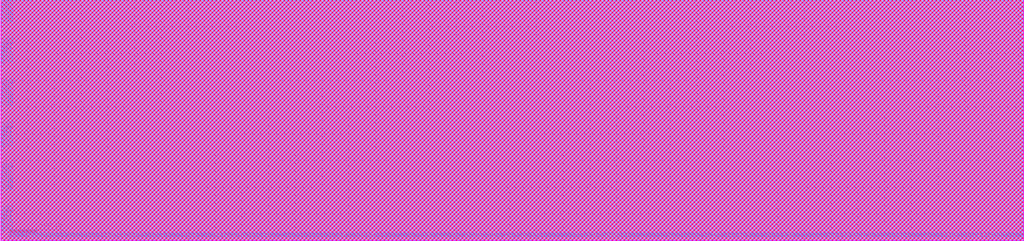
<source format=lef>
# 
#              Synchronous High Speed Single Port SRAM Compiler 
# 
#                    UMC 0.18um GenericII Logic Process
#    __________________________________________________________________________
# 
# 
#      (C) Copyright 2002-2009 Faraday Technology Corp. All Rights Reserved.
#    
#    This source code is an unpublished work belongs to Faraday Technology
#    Corp.  It is considered a trade secret and is not to be divulged or
#    used by parties who have not received written authorization from
#    Faraday Technology Corp.
#    
#    Faraday's home page can be found at:
#    http://www.faraday-tech.com/
#   
#       Module Name      : INPUT_SRAM
#       Words            : 1024
#       Bits             : 32
#       Byte-Write       : 4
#       Aspect Ratio     : 1
#       Output Loading   : 0.01  (pf)
#       Data Slew        : 0.02  (ns)
#       CK Slew          : 0.02  (ns)
#       Power Ring Width : 2  (um)
# 
# -----------------------------------------------------------------------------
# 
#       Library          : FSA0M_A
#       Memaker          : 200901.2.1
#       Date             : 2024/01/07 02:40:01
# 
# -----------------------------------------------------------------------------


NAMESCASESENSITIVE ON ;
MACRO INPUT_SRAM
CLASS BLOCK ;
FOREIGN INPUT_SRAM 0.000 0.000 ;
ORIGIN 0.000 0.000 ;
SIZE 1909.600 BY 450.800 ;
SYMMETRY x y r90 ;
SITE core ;
PIN VCC
  DIRECTION INOUT ;
  USE POWER ;
  SHAPE ABUTMENT ;
 PORT
  LAYER metal4 ;
  RECT 1908.480 439.380 1909.600 442.620 ;
  LAYER metal3 ;
  RECT 1908.480 439.380 1909.600 442.620 ;
  LAYER metal2 ;
  RECT 1908.480 439.380 1909.600 442.620 ;
  LAYER metal1 ;
  RECT 1908.480 439.380 1909.600 442.620 ;
 END
 PORT
  LAYER metal4 ;
  RECT 1908.480 431.540 1909.600 434.780 ;
  LAYER metal3 ;
  RECT 1908.480 431.540 1909.600 434.780 ;
  LAYER metal2 ;
  RECT 1908.480 431.540 1909.600 434.780 ;
  LAYER metal1 ;
  RECT 1908.480 431.540 1909.600 434.780 ;
 END
 PORT
  LAYER metal4 ;
  RECT 1908.480 423.700 1909.600 426.940 ;
  LAYER metal3 ;
  RECT 1908.480 423.700 1909.600 426.940 ;
  LAYER metal2 ;
  RECT 1908.480 423.700 1909.600 426.940 ;
  LAYER metal1 ;
  RECT 1908.480 423.700 1909.600 426.940 ;
 END
 PORT
  LAYER metal4 ;
  RECT 1908.480 415.860 1909.600 419.100 ;
  LAYER metal3 ;
  RECT 1908.480 415.860 1909.600 419.100 ;
  LAYER metal2 ;
  RECT 1908.480 415.860 1909.600 419.100 ;
  LAYER metal1 ;
  RECT 1908.480 415.860 1909.600 419.100 ;
 END
 PORT
  LAYER metal4 ;
  RECT 1908.480 408.020 1909.600 411.260 ;
  LAYER metal3 ;
  RECT 1908.480 408.020 1909.600 411.260 ;
  LAYER metal2 ;
  RECT 1908.480 408.020 1909.600 411.260 ;
  LAYER metal1 ;
  RECT 1908.480 408.020 1909.600 411.260 ;
 END
 PORT
  LAYER metal4 ;
  RECT 1908.480 400.180 1909.600 403.420 ;
  LAYER metal3 ;
  RECT 1908.480 400.180 1909.600 403.420 ;
  LAYER metal2 ;
  RECT 1908.480 400.180 1909.600 403.420 ;
  LAYER metal1 ;
  RECT 1908.480 400.180 1909.600 403.420 ;
 END
 PORT
  LAYER metal4 ;
  RECT 1908.480 360.980 1909.600 364.220 ;
  LAYER metal3 ;
  RECT 1908.480 360.980 1909.600 364.220 ;
  LAYER metal2 ;
  RECT 1908.480 360.980 1909.600 364.220 ;
  LAYER metal1 ;
  RECT 1908.480 360.980 1909.600 364.220 ;
 END
 PORT
  LAYER metal4 ;
  RECT 1908.480 353.140 1909.600 356.380 ;
  LAYER metal3 ;
  RECT 1908.480 353.140 1909.600 356.380 ;
  LAYER metal2 ;
  RECT 1908.480 353.140 1909.600 356.380 ;
  LAYER metal1 ;
  RECT 1908.480 353.140 1909.600 356.380 ;
 END
 PORT
  LAYER metal4 ;
  RECT 1908.480 345.300 1909.600 348.540 ;
  LAYER metal3 ;
  RECT 1908.480 345.300 1909.600 348.540 ;
  LAYER metal2 ;
  RECT 1908.480 345.300 1909.600 348.540 ;
  LAYER metal1 ;
  RECT 1908.480 345.300 1909.600 348.540 ;
 END
 PORT
  LAYER metal4 ;
  RECT 1908.480 337.460 1909.600 340.700 ;
  LAYER metal3 ;
  RECT 1908.480 337.460 1909.600 340.700 ;
  LAYER metal2 ;
  RECT 1908.480 337.460 1909.600 340.700 ;
  LAYER metal1 ;
  RECT 1908.480 337.460 1909.600 340.700 ;
 END
 PORT
  LAYER metal4 ;
  RECT 1908.480 329.620 1909.600 332.860 ;
  LAYER metal3 ;
  RECT 1908.480 329.620 1909.600 332.860 ;
  LAYER metal2 ;
  RECT 1908.480 329.620 1909.600 332.860 ;
  LAYER metal1 ;
  RECT 1908.480 329.620 1909.600 332.860 ;
 END
 PORT
  LAYER metal4 ;
  RECT 1908.480 321.780 1909.600 325.020 ;
  LAYER metal3 ;
  RECT 1908.480 321.780 1909.600 325.020 ;
  LAYER metal2 ;
  RECT 1908.480 321.780 1909.600 325.020 ;
  LAYER metal1 ;
  RECT 1908.480 321.780 1909.600 325.020 ;
 END
 PORT
  LAYER metal4 ;
  RECT 1908.480 282.580 1909.600 285.820 ;
  LAYER metal3 ;
  RECT 1908.480 282.580 1909.600 285.820 ;
  LAYER metal2 ;
  RECT 1908.480 282.580 1909.600 285.820 ;
  LAYER metal1 ;
  RECT 1908.480 282.580 1909.600 285.820 ;
 END
 PORT
  LAYER metal4 ;
  RECT 1908.480 274.740 1909.600 277.980 ;
  LAYER metal3 ;
  RECT 1908.480 274.740 1909.600 277.980 ;
  LAYER metal2 ;
  RECT 1908.480 274.740 1909.600 277.980 ;
  LAYER metal1 ;
  RECT 1908.480 274.740 1909.600 277.980 ;
 END
 PORT
  LAYER metal4 ;
  RECT 1908.480 266.900 1909.600 270.140 ;
  LAYER metal3 ;
  RECT 1908.480 266.900 1909.600 270.140 ;
  LAYER metal2 ;
  RECT 1908.480 266.900 1909.600 270.140 ;
  LAYER metal1 ;
  RECT 1908.480 266.900 1909.600 270.140 ;
 END
 PORT
  LAYER metal4 ;
  RECT 1908.480 259.060 1909.600 262.300 ;
  LAYER metal3 ;
  RECT 1908.480 259.060 1909.600 262.300 ;
  LAYER metal2 ;
  RECT 1908.480 259.060 1909.600 262.300 ;
  LAYER metal1 ;
  RECT 1908.480 259.060 1909.600 262.300 ;
 END
 PORT
  LAYER metal4 ;
  RECT 1908.480 251.220 1909.600 254.460 ;
  LAYER metal3 ;
  RECT 1908.480 251.220 1909.600 254.460 ;
  LAYER metal2 ;
  RECT 1908.480 251.220 1909.600 254.460 ;
  LAYER metal1 ;
  RECT 1908.480 251.220 1909.600 254.460 ;
 END
 PORT
  LAYER metal4 ;
  RECT 1908.480 243.380 1909.600 246.620 ;
  LAYER metal3 ;
  RECT 1908.480 243.380 1909.600 246.620 ;
  LAYER metal2 ;
  RECT 1908.480 243.380 1909.600 246.620 ;
  LAYER metal1 ;
  RECT 1908.480 243.380 1909.600 246.620 ;
 END
 PORT
  LAYER metal4 ;
  RECT 1908.480 204.180 1909.600 207.420 ;
  LAYER metal3 ;
  RECT 1908.480 204.180 1909.600 207.420 ;
  LAYER metal2 ;
  RECT 1908.480 204.180 1909.600 207.420 ;
  LAYER metal1 ;
  RECT 1908.480 204.180 1909.600 207.420 ;
 END
 PORT
  LAYER metal4 ;
  RECT 1908.480 196.340 1909.600 199.580 ;
  LAYER metal3 ;
  RECT 1908.480 196.340 1909.600 199.580 ;
  LAYER metal2 ;
  RECT 1908.480 196.340 1909.600 199.580 ;
  LAYER metal1 ;
  RECT 1908.480 196.340 1909.600 199.580 ;
 END
 PORT
  LAYER metal4 ;
  RECT 1908.480 188.500 1909.600 191.740 ;
  LAYER metal3 ;
  RECT 1908.480 188.500 1909.600 191.740 ;
  LAYER metal2 ;
  RECT 1908.480 188.500 1909.600 191.740 ;
  LAYER metal1 ;
  RECT 1908.480 188.500 1909.600 191.740 ;
 END
 PORT
  LAYER metal4 ;
  RECT 1908.480 180.660 1909.600 183.900 ;
  LAYER metal3 ;
  RECT 1908.480 180.660 1909.600 183.900 ;
  LAYER metal2 ;
  RECT 1908.480 180.660 1909.600 183.900 ;
  LAYER metal1 ;
  RECT 1908.480 180.660 1909.600 183.900 ;
 END
 PORT
  LAYER metal4 ;
  RECT 1908.480 172.820 1909.600 176.060 ;
  LAYER metal3 ;
  RECT 1908.480 172.820 1909.600 176.060 ;
  LAYER metal2 ;
  RECT 1908.480 172.820 1909.600 176.060 ;
  LAYER metal1 ;
  RECT 1908.480 172.820 1909.600 176.060 ;
 END
 PORT
  LAYER metal4 ;
  RECT 1908.480 164.980 1909.600 168.220 ;
  LAYER metal3 ;
  RECT 1908.480 164.980 1909.600 168.220 ;
  LAYER metal2 ;
  RECT 1908.480 164.980 1909.600 168.220 ;
  LAYER metal1 ;
  RECT 1908.480 164.980 1909.600 168.220 ;
 END
 PORT
  LAYER metal4 ;
  RECT 1908.480 125.780 1909.600 129.020 ;
  LAYER metal3 ;
  RECT 1908.480 125.780 1909.600 129.020 ;
  LAYER metal2 ;
  RECT 1908.480 125.780 1909.600 129.020 ;
  LAYER metal1 ;
  RECT 1908.480 125.780 1909.600 129.020 ;
 END
 PORT
  LAYER metal4 ;
  RECT 1908.480 117.940 1909.600 121.180 ;
  LAYER metal3 ;
  RECT 1908.480 117.940 1909.600 121.180 ;
  LAYER metal2 ;
  RECT 1908.480 117.940 1909.600 121.180 ;
  LAYER metal1 ;
  RECT 1908.480 117.940 1909.600 121.180 ;
 END
 PORT
  LAYER metal4 ;
  RECT 1908.480 110.100 1909.600 113.340 ;
  LAYER metal3 ;
  RECT 1908.480 110.100 1909.600 113.340 ;
  LAYER metal2 ;
  RECT 1908.480 110.100 1909.600 113.340 ;
  LAYER metal1 ;
  RECT 1908.480 110.100 1909.600 113.340 ;
 END
 PORT
  LAYER metal4 ;
  RECT 1908.480 102.260 1909.600 105.500 ;
  LAYER metal3 ;
  RECT 1908.480 102.260 1909.600 105.500 ;
  LAYER metal2 ;
  RECT 1908.480 102.260 1909.600 105.500 ;
  LAYER metal1 ;
  RECT 1908.480 102.260 1909.600 105.500 ;
 END
 PORT
  LAYER metal4 ;
  RECT 1908.480 94.420 1909.600 97.660 ;
  LAYER metal3 ;
  RECT 1908.480 94.420 1909.600 97.660 ;
  LAYER metal2 ;
  RECT 1908.480 94.420 1909.600 97.660 ;
  LAYER metal1 ;
  RECT 1908.480 94.420 1909.600 97.660 ;
 END
 PORT
  LAYER metal4 ;
  RECT 1908.480 86.580 1909.600 89.820 ;
  LAYER metal3 ;
  RECT 1908.480 86.580 1909.600 89.820 ;
  LAYER metal2 ;
  RECT 1908.480 86.580 1909.600 89.820 ;
  LAYER metal1 ;
  RECT 1908.480 86.580 1909.600 89.820 ;
 END
 PORT
  LAYER metal4 ;
  RECT 1908.480 47.380 1909.600 50.620 ;
  LAYER metal3 ;
  RECT 1908.480 47.380 1909.600 50.620 ;
  LAYER metal2 ;
  RECT 1908.480 47.380 1909.600 50.620 ;
  LAYER metal1 ;
  RECT 1908.480 47.380 1909.600 50.620 ;
 END
 PORT
  LAYER metal4 ;
  RECT 1908.480 39.540 1909.600 42.780 ;
  LAYER metal3 ;
  RECT 1908.480 39.540 1909.600 42.780 ;
  LAYER metal2 ;
  RECT 1908.480 39.540 1909.600 42.780 ;
  LAYER metal1 ;
  RECT 1908.480 39.540 1909.600 42.780 ;
 END
 PORT
  LAYER metal4 ;
  RECT 1908.480 31.700 1909.600 34.940 ;
  LAYER metal3 ;
  RECT 1908.480 31.700 1909.600 34.940 ;
  LAYER metal2 ;
  RECT 1908.480 31.700 1909.600 34.940 ;
  LAYER metal1 ;
  RECT 1908.480 31.700 1909.600 34.940 ;
 END
 PORT
  LAYER metal4 ;
  RECT 1908.480 23.860 1909.600 27.100 ;
  LAYER metal3 ;
  RECT 1908.480 23.860 1909.600 27.100 ;
  LAYER metal2 ;
  RECT 1908.480 23.860 1909.600 27.100 ;
  LAYER metal1 ;
  RECT 1908.480 23.860 1909.600 27.100 ;
 END
 PORT
  LAYER metal4 ;
  RECT 1908.480 16.020 1909.600 19.260 ;
  LAYER metal3 ;
  RECT 1908.480 16.020 1909.600 19.260 ;
  LAYER metal2 ;
  RECT 1908.480 16.020 1909.600 19.260 ;
  LAYER metal1 ;
  RECT 1908.480 16.020 1909.600 19.260 ;
 END
 PORT
  LAYER metal4 ;
  RECT 1908.480 8.180 1909.600 11.420 ;
  LAYER metal3 ;
  RECT 1908.480 8.180 1909.600 11.420 ;
  LAYER metal2 ;
  RECT 1908.480 8.180 1909.600 11.420 ;
  LAYER metal1 ;
  RECT 1908.480 8.180 1909.600 11.420 ;
 END
 PORT
  LAYER metal4 ;
  RECT 0.000 439.380 1.120 442.620 ;
  LAYER metal3 ;
  RECT 0.000 439.380 1.120 442.620 ;
  LAYER metal2 ;
  RECT 0.000 439.380 1.120 442.620 ;
  LAYER metal1 ;
  RECT 0.000 439.380 1.120 442.620 ;
 END
 PORT
  LAYER metal4 ;
  RECT 0.000 431.540 1.120 434.780 ;
  LAYER metal3 ;
  RECT 0.000 431.540 1.120 434.780 ;
  LAYER metal2 ;
  RECT 0.000 431.540 1.120 434.780 ;
  LAYER metal1 ;
  RECT 0.000 431.540 1.120 434.780 ;
 END
 PORT
  LAYER metal4 ;
  RECT 0.000 423.700 1.120 426.940 ;
  LAYER metal3 ;
  RECT 0.000 423.700 1.120 426.940 ;
  LAYER metal2 ;
  RECT 0.000 423.700 1.120 426.940 ;
  LAYER metal1 ;
  RECT 0.000 423.700 1.120 426.940 ;
 END
 PORT
  LAYER metal4 ;
  RECT 0.000 415.860 1.120 419.100 ;
  LAYER metal3 ;
  RECT 0.000 415.860 1.120 419.100 ;
  LAYER metal2 ;
  RECT 0.000 415.860 1.120 419.100 ;
  LAYER metal1 ;
  RECT 0.000 415.860 1.120 419.100 ;
 END
 PORT
  LAYER metal4 ;
  RECT 0.000 408.020 1.120 411.260 ;
  LAYER metal3 ;
  RECT 0.000 408.020 1.120 411.260 ;
  LAYER metal2 ;
  RECT 0.000 408.020 1.120 411.260 ;
  LAYER metal1 ;
  RECT 0.000 408.020 1.120 411.260 ;
 END
 PORT
  LAYER metal4 ;
  RECT 0.000 400.180 1.120 403.420 ;
  LAYER metal3 ;
  RECT 0.000 400.180 1.120 403.420 ;
  LAYER metal2 ;
  RECT 0.000 400.180 1.120 403.420 ;
  LAYER metal1 ;
  RECT 0.000 400.180 1.120 403.420 ;
 END
 PORT
  LAYER metal4 ;
  RECT 0.000 360.980 1.120 364.220 ;
  LAYER metal3 ;
  RECT 0.000 360.980 1.120 364.220 ;
  LAYER metal2 ;
  RECT 0.000 360.980 1.120 364.220 ;
  LAYER metal1 ;
  RECT 0.000 360.980 1.120 364.220 ;
 END
 PORT
  LAYER metal4 ;
  RECT 0.000 353.140 1.120 356.380 ;
  LAYER metal3 ;
  RECT 0.000 353.140 1.120 356.380 ;
  LAYER metal2 ;
  RECT 0.000 353.140 1.120 356.380 ;
  LAYER metal1 ;
  RECT 0.000 353.140 1.120 356.380 ;
 END
 PORT
  LAYER metal4 ;
  RECT 0.000 345.300 1.120 348.540 ;
  LAYER metal3 ;
  RECT 0.000 345.300 1.120 348.540 ;
  LAYER metal2 ;
  RECT 0.000 345.300 1.120 348.540 ;
  LAYER metal1 ;
  RECT 0.000 345.300 1.120 348.540 ;
 END
 PORT
  LAYER metal4 ;
  RECT 0.000 337.460 1.120 340.700 ;
  LAYER metal3 ;
  RECT 0.000 337.460 1.120 340.700 ;
  LAYER metal2 ;
  RECT 0.000 337.460 1.120 340.700 ;
  LAYER metal1 ;
  RECT 0.000 337.460 1.120 340.700 ;
 END
 PORT
  LAYER metal4 ;
  RECT 0.000 329.620 1.120 332.860 ;
  LAYER metal3 ;
  RECT 0.000 329.620 1.120 332.860 ;
  LAYER metal2 ;
  RECT 0.000 329.620 1.120 332.860 ;
  LAYER metal1 ;
  RECT 0.000 329.620 1.120 332.860 ;
 END
 PORT
  LAYER metal4 ;
  RECT 0.000 321.780 1.120 325.020 ;
  LAYER metal3 ;
  RECT 0.000 321.780 1.120 325.020 ;
  LAYER metal2 ;
  RECT 0.000 321.780 1.120 325.020 ;
  LAYER metal1 ;
  RECT 0.000 321.780 1.120 325.020 ;
 END
 PORT
  LAYER metal4 ;
  RECT 0.000 282.580 1.120 285.820 ;
  LAYER metal3 ;
  RECT 0.000 282.580 1.120 285.820 ;
  LAYER metal2 ;
  RECT 0.000 282.580 1.120 285.820 ;
  LAYER metal1 ;
  RECT 0.000 282.580 1.120 285.820 ;
 END
 PORT
  LAYER metal4 ;
  RECT 0.000 274.740 1.120 277.980 ;
  LAYER metal3 ;
  RECT 0.000 274.740 1.120 277.980 ;
  LAYER metal2 ;
  RECT 0.000 274.740 1.120 277.980 ;
  LAYER metal1 ;
  RECT 0.000 274.740 1.120 277.980 ;
 END
 PORT
  LAYER metal4 ;
  RECT 0.000 266.900 1.120 270.140 ;
  LAYER metal3 ;
  RECT 0.000 266.900 1.120 270.140 ;
  LAYER metal2 ;
  RECT 0.000 266.900 1.120 270.140 ;
  LAYER metal1 ;
  RECT 0.000 266.900 1.120 270.140 ;
 END
 PORT
  LAYER metal4 ;
  RECT 0.000 259.060 1.120 262.300 ;
  LAYER metal3 ;
  RECT 0.000 259.060 1.120 262.300 ;
  LAYER metal2 ;
  RECT 0.000 259.060 1.120 262.300 ;
  LAYER metal1 ;
  RECT 0.000 259.060 1.120 262.300 ;
 END
 PORT
  LAYER metal4 ;
  RECT 0.000 251.220 1.120 254.460 ;
  LAYER metal3 ;
  RECT 0.000 251.220 1.120 254.460 ;
  LAYER metal2 ;
  RECT 0.000 251.220 1.120 254.460 ;
  LAYER metal1 ;
  RECT 0.000 251.220 1.120 254.460 ;
 END
 PORT
  LAYER metal4 ;
  RECT 0.000 243.380 1.120 246.620 ;
  LAYER metal3 ;
  RECT 0.000 243.380 1.120 246.620 ;
  LAYER metal2 ;
  RECT 0.000 243.380 1.120 246.620 ;
  LAYER metal1 ;
  RECT 0.000 243.380 1.120 246.620 ;
 END
 PORT
  LAYER metal4 ;
  RECT 0.000 204.180 1.120 207.420 ;
  LAYER metal3 ;
  RECT 0.000 204.180 1.120 207.420 ;
  LAYER metal2 ;
  RECT 0.000 204.180 1.120 207.420 ;
  LAYER metal1 ;
  RECT 0.000 204.180 1.120 207.420 ;
 END
 PORT
  LAYER metal4 ;
  RECT 0.000 196.340 1.120 199.580 ;
  LAYER metal3 ;
  RECT 0.000 196.340 1.120 199.580 ;
  LAYER metal2 ;
  RECT 0.000 196.340 1.120 199.580 ;
  LAYER metal1 ;
  RECT 0.000 196.340 1.120 199.580 ;
 END
 PORT
  LAYER metal4 ;
  RECT 0.000 188.500 1.120 191.740 ;
  LAYER metal3 ;
  RECT 0.000 188.500 1.120 191.740 ;
  LAYER metal2 ;
  RECT 0.000 188.500 1.120 191.740 ;
  LAYER metal1 ;
  RECT 0.000 188.500 1.120 191.740 ;
 END
 PORT
  LAYER metal4 ;
  RECT 0.000 180.660 1.120 183.900 ;
  LAYER metal3 ;
  RECT 0.000 180.660 1.120 183.900 ;
  LAYER metal2 ;
  RECT 0.000 180.660 1.120 183.900 ;
  LAYER metal1 ;
  RECT 0.000 180.660 1.120 183.900 ;
 END
 PORT
  LAYER metal4 ;
  RECT 0.000 172.820 1.120 176.060 ;
  LAYER metal3 ;
  RECT 0.000 172.820 1.120 176.060 ;
  LAYER metal2 ;
  RECT 0.000 172.820 1.120 176.060 ;
  LAYER metal1 ;
  RECT 0.000 172.820 1.120 176.060 ;
 END
 PORT
  LAYER metal4 ;
  RECT 0.000 164.980 1.120 168.220 ;
  LAYER metal3 ;
  RECT 0.000 164.980 1.120 168.220 ;
  LAYER metal2 ;
  RECT 0.000 164.980 1.120 168.220 ;
  LAYER metal1 ;
  RECT 0.000 164.980 1.120 168.220 ;
 END
 PORT
  LAYER metal4 ;
  RECT 0.000 125.780 1.120 129.020 ;
  LAYER metal3 ;
  RECT 0.000 125.780 1.120 129.020 ;
  LAYER metal2 ;
  RECT 0.000 125.780 1.120 129.020 ;
  LAYER metal1 ;
  RECT 0.000 125.780 1.120 129.020 ;
 END
 PORT
  LAYER metal4 ;
  RECT 0.000 117.940 1.120 121.180 ;
  LAYER metal3 ;
  RECT 0.000 117.940 1.120 121.180 ;
  LAYER metal2 ;
  RECT 0.000 117.940 1.120 121.180 ;
  LAYER metal1 ;
  RECT 0.000 117.940 1.120 121.180 ;
 END
 PORT
  LAYER metal4 ;
  RECT 0.000 110.100 1.120 113.340 ;
  LAYER metal3 ;
  RECT 0.000 110.100 1.120 113.340 ;
  LAYER metal2 ;
  RECT 0.000 110.100 1.120 113.340 ;
  LAYER metal1 ;
  RECT 0.000 110.100 1.120 113.340 ;
 END
 PORT
  LAYER metal4 ;
  RECT 0.000 102.260 1.120 105.500 ;
  LAYER metal3 ;
  RECT 0.000 102.260 1.120 105.500 ;
  LAYER metal2 ;
  RECT 0.000 102.260 1.120 105.500 ;
  LAYER metal1 ;
  RECT 0.000 102.260 1.120 105.500 ;
 END
 PORT
  LAYER metal4 ;
  RECT 0.000 94.420 1.120 97.660 ;
  LAYER metal3 ;
  RECT 0.000 94.420 1.120 97.660 ;
  LAYER metal2 ;
  RECT 0.000 94.420 1.120 97.660 ;
  LAYER metal1 ;
  RECT 0.000 94.420 1.120 97.660 ;
 END
 PORT
  LAYER metal4 ;
  RECT 0.000 86.580 1.120 89.820 ;
  LAYER metal3 ;
  RECT 0.000 86.580 1.120 89.820 ;
  LAYER metal2 ;
  RECT 0.000 86.580 1.120 89.820 ;
  LAYER metal1 ;
  RECT 0.000 86.580 1.120 89.820 ;
 END
 PORT
  LAYER metal4 ;
  RECT 0.000 47.380 1.120 50.620 ;
  LAYER metal3 ;
  RECT 0.000 47.380 1.120 50.620 ;
  LAYER metal2 ;
  RECT 0.000 47.380 1.120 50.620 ;
  LAYER metal1 ;
  RECT 0.000 47.380 1.120 50.620 ;
 END
 PORT
  LAYER metal4 ;
  RECT 0.000 39.540 1.120 42.780 ;
  LAYER metal3 ;
  RECT 0.000 39.540 1.120 42.780 ;
  LAYER metal2 ;
  RECT 0.000 39.540 1.120 42.780 ;
  LAYER metal1 ;
  RECT 0.000 39.540 1.120 42.780 ;
 END
 PORT
  LAYER metal4 ;
  RECT 0.000 31.700 1.120 34.940 ;
  LAYER metal3 ;
  RECT 0.000 31.700 1.120 34.940 ;
  LAYER metal2 ;
  RECT 0.000 31.700 1.120 34.940 ;
  LAYER metal1 ;
  RECT 0.000 31.700 1.120 34.940 ;
 END
 PORT
  LAYER metal4 ;
  RECT 0.000 23.860 1.120 27.100 ;
  LAYER metal3 ;
  RECT 0.000 23.860 1.120 27.100 ;
  LAYER metal2 ;
  RECT 0.000 23.860 1.120 27.100 ;
  LAYER metal1 ;
  RECT 0.000 23.860 1.120 27.100 ;
 END
 PORT
  LAYER metal4 ;
  RECT 0.000 16.020 1.120 19.260 ;
  LAYER metal3 ;
  RECT 0.000 16.020 1.120 19.260 ;
  LAYER metal2 ;
  RECT 0.000 16.020 1.120 19.260 ;
  LAYER metal1 ;
  RECT 0.000 16.020 1.120 19.260 ;
 END
 PORT
  LAYER metal4 ;
  RECT 0.000 8.180 1.120 11.420 ;
  LAYER metal3 ;
  RECT 0.000 8.180 1.120 11.420 ;
  LAYER metal2 ;
  RECT 0.000 8.180 1.120 11.420 ;
  LAYER metal1 ;
  RECT 0.000 8.180 1.120 11.420 ;
 END
 PORT
  LAYER metal4 ;
  RECT 1874.040 449.680 1877.580 450.800 ;
  LAYER metal3 ;
  RECT 1874.040 449.680 1877.580 450.800 ;
  LAYER metal2 ;
  RECT 1874.040 449.680 1877.580 450.800 ;
  LAYER metal1 ;
  RECT 1874.040 449.680 1877.580 450.800 ;
 END
 PORT
  LAYER metal4 ;
  RECT 1865.360 449.680 1868.900 450.800 ;
  LAYER metal3 ;
  RECT 1865.360 449.680 1868.900 450.800 ;
  LAYER metal2 ;
  RECT 1865.360 449.680 1868.900 450.800 ;
  LAYER metal1 ;
  RECT 1865.360 449.680 1868.900 450.800 ;
 END
 PORT
  LAYER metal4 ;
  RECT 1856.680 449.680 1860.220 450.800 ;
  LAYER metal3 ;
  RECT 1856.680 449.680 1860.220 450.800 ;
  LAYER metal2 ;
  RECT 1856.680 449.680 1860.220 450.800 ;
  LAYER metal1 ;
  RECT 1856.680 449.680 1860.220 450.800 ;
 END
 PORT
  LAYER metal4 ;
  RECT 1848.000 449.680 1851.540 450.800 ;
  LAYER metal3 ;
  RECT 1848.000 449.680 1851.540 450.800 ;
  LAYER metal2 ;
  RECT 1848.000 449.680 1851.540 450.800 ;
  LAYER metal1 ;
  RECT 1848.000 449.680 1851.540 450.800 ;
 END
 PORT
  LAYER metal4 ;
  RECT 1839.320 449.680 1842.860 450.800 ;
  LAYER metal3 ;
  RECT 1839.320 449.680 1842.860 450.800 ;
  LAYER metal2 ;
  RECT 1839.320 449.680 1842.860 450.800 ;
  LAYER metal1 ;
  RECT 1839.320 449.680 1842.860 450.800 ;
 END
 PORT
  LAYER metal4 ;
  RECT 1830.640 449.680 1834.180 450.800 ;
  LAYER metal3 ;
  RECT 1830.640 449.680 1834.180 450.800 ;
  LAYER metal2 ;
  RECT 1830.640 449.680 1834.180 450.800 ;
  LAYER metal1 ;
  RECT 1830.640 449.680 1834.180 450.800 ;
 END
 PORT
  LAYER metal4 ;
  RECT 1787.240 449.680 1790.780 450.800 ;
  LAYER metal3 ;
  RECT 1787.240 449.680 1790.780 450.800 ;
  LAYER metal2 ;
  RECT 1787.240 449.680 1790.780 450.800 ;
  LAYER metal1 ;
  RECT 1787.240 449.680 1790.780 450.800 ;
 END
 PORT
  LAYER metal4 ;
  RECT 1778.560 449.680 1782.100 450.800 ;
  LAYER metal3 ;
  RECT 1778.560 449.680 1782.100 450.800 ;
  LAYER metal2 ;
  RECT 1778.560 449.680 1782.100 450.800 ;
  LAYER metal1 ;
  RECT 1778.560 449.680 1782.100 450.800 ;
 END
 PORT
  LAYER metal4 ;
  RECT 1769.880 449.680 1773.420 450.800 ;
  LAYER metal3 ;
  RECT 1769.880 449.680 1773.420 450.800 ;
  LAYER metal2 ;
  RECT 1769.880 449.680 1773.420 450.800 ;
  LAYER metal1 ;
  RECT 1769.880 449.680 1773.420 450.800 ;
 END
 PORT
  LAYER metal4 ;
  RECT 1761.200 449.680 1764.740 450.800 ;
  LAYER metal3 ;
  RECT 1761.200 449.680 1764.740 450.800 ;
  LAYER metal2 ;
  RECT 1761.200 449.680 1764.740 450.800 ;
  LAYER metal1 ;
  RECT 1761.200 449.680 1764.740 450.800 ;
 END
 PORT
  LAYER metal4 ;
  RECT 1752.520 449.680 1756.060 450.800 ;
  LAYER metal3 ;
  RECT 1752.520 449.680 1756.060 450.800 ;
  LAYER metal2 ;
  RECT 1752.520 449.680 1756.060 450.800 ;
  LAYER metal1 ;
  RECT 1752.520 449.680 1756.060 450.800 ;
 END
 PORT
  LAYER metal4 ;
  RECT 1743.840 449.680 1747.380 450.800 ;
  LAYER metal3 ;
  RECT 1743.840 449.680 1747.380 450.800 ;
  LAYER metal2 ;
  RECT 1743.840 449.680 1747.380 450.800 ;
  LAYER metal1 ;
  RECT 1743.840 449.680 1747.380 450.800 ;
 END
 PORT
  LAYER metal4 ;
  RECT 1700.440 449.680 1703.980 450.800 ;
  LAYER metal3 ;
  RECT 1700.440 449.680 1703.980 450.800 ;
  LAYER metal2 ;
  RECT 1700.440 449.680 1703.980 450.800 ;
  LAYER metal1 ;
  RECT 1700.440 449.680 1703.980 450.800 ;
 END
 PORT
  LAYER metal4 ;
  RECT 1691.760 449.680 1695.300 450.800 ;
  LAYER metal3 ;
  RECT 1691.760 449.680 1695.300 450.800 ;
  LAYER metal2 ;
  RECT 1691.760 449.680 1695.300 450.800 ;
  LAYER metal1 ;
  RECT 1691.760 449.680 1695.300 450.800 ;
 END
 PORT
  LAYER metal4 ;
  RECT 1683.080 449.680 1686.620 450.800 ;
  LAYER metal3 ;
  RECT 1683.080 449.680 1686.620 450.800 ;
  LAYER metal2 ;
  RECT 1683.080 449.680 1686.620 450.800 ;
  LAYER metal1 ;
  RECT 1683.080 449.680 1686.620 450.800 ;
 END
 PORT
  LAYER metal4 ;
  RECT 1674.400 449.680 1677.940 450.800 ;
  LAYER metal3 ;
  RECT 1674.400 449.680 1677.940 450.800 ;
  LAYER metal2 ;
  RECT 1674.400 449.680 1677.940 450.800 ;
  LAYER metal1 ;
  RECT 1674.400 449.680 1677.940 450.800 ;
 END
 PORT
  LAYER metal4 ;
  RECT 1665.720 449.680 1669.260 450.800 ;
  LAYER metal3 ;
  RECT 1665.720 449.680 1669.260 450.800 ;
  LAYER metal2 ;
  RECT 1665.720 449.680 1669.260 450.800 ;
  LAYER metal1 ;
  RECT 1665.720 449.680 1669.260 450.800 ;
 END
 PORT
  LAYER metal4 ;
  RECT 1657.040 449.680 1660.580 450.800 ;
  LAYER metal3 ;
  RECT 1657.040 449.680 1660.580 450.800 ;
  LAYER metal2 ;
  RECT 1657.040 449.680 1660.580 450.800 ;
  LAYER metal1 ;
  RECT 1657.040 449.680 1660.580 450.800 ;
 END
 PORT
  LAYER metal4 ;
  RECT 1613.640 449.680 1617.180 450.800 ;
  LAYER metal3 ;
  RECT 1613.640 449.680 1617.180 450.800 ;
  LAYER metal2 ;
  RECT 1613.640 449.680 1617.180 450.800 ;
  LAYER metal1 ;
  RECT 1613.640 449.680 1617.180 450.800 ;
 END
 PORT
  LAYER metal4 ;
  RECT 1604.960 449.680 1608.500 450.800 ;
  LAYER metal3 ;
  RECT 1604.960 449.680 1608.500 450.800 ;
  LAYER metal2 ;
  RECT 1604.960 449.680 1608.500 450.800 ;
  LAYER metal1 ;
  RECT 1604.960 449.680 1608.500 450.800 ;
 END
 PORT
  LAYER metal4 ;
  RECT 1596.280 449.680 1599.820 450.800 ;
  LAYER metal3 ;
  RECT 1596.280 449.680 1599.820 450.800 ;
  LAYER metal2 ;
  RECT 1596.280 449.680 1599.820 450.800 ;
  LAYER metal1 ;
  RECT 1596.280 449.680 1599.820 450.800 ;
 END
 PORT
  LAYER metal4 ;
  RECT 1587.600 449.680 1591.140 450.800 ;
  LAYER metal3 ;
  RECT 1587.600 449.680 1591.140 450.800 ;
  LAYER metal2 ;
  RECT 1587.600 449.680 1591.140 450.800 ;
  LAYER metal1 ;
  RECT 1587.600 449.680 1591.140 450.800 ;
 END
 PORT
  LAYER metal4 ;
  RECT 1578.920 449.680 1582.460 450.800 ;
  LAYER metal3 ;
  RECT 1578.920 449.680 1582.460 450.800 ;
  LAYER metal2 ;
  RECT 1578.920 449.680 1582.460 450.800 ;
  LAYER metal1 ;
  RECT 1578.920 449.680 1582.460 450.800 ;
 END
 PORT
  LAYER metal4 ;
  RECT 1570.240 449.680 1573.780 450.800 ;
  LAYER metal3 ;
  RECT 1570.240 449.680 1573.780 450.800 ;
  LAYER metal2 ;
  RECT 1570.240 449.680 1573.780 450.800 ;
  LAYER metal1 ;
  RECT 1570.240 449.680 1573.780 450.800 ;
 END
 PORT
  LAYER metal4 ;
  RECT 1526.840 449.680 1530.380 450.800 ;
  LAYER metal3 ;
  RECT 1526.840 449.680 1530.380 450.800 ;
  LAYER metal2 ;
  RECT 1526.840 449.680 1530.380 450.800 ;
  LAYER metal1 ;
  RECT 1526.840 449.680 1530.380 450.800 ;
 END
 PORT
  LAYER metal4 ;
  RECT 1518.160 449.680 1521.700 450.800 ;
  LAYER metal3 ;
  RECT 1518.160 449.680 1521.700 450.800 ;
  LAYER metal2 ;
  RECT 1518.160 449.680 1521.700 450.800 ;
  LAYER metal1 ;
  RECT 1518.160 449.680 1521.700 450.800 ;
 END
 PORT
  LAYER metal4 ;
  RECT 1509.480 449.680 1513.020 450.800 ;
  LAYER metal3 ;
  RECT 1509.480 449.680 1513.020 450.800 ;
  LAYER metal2 ;
  RECT 1509.480 449.680 1513.020 450.800 ;
  LAYER metal1 ;
  RECT 1509.480 449.680 1513.020 450.800 ;
 END
 PORT
  LAYER metal4 ;
  RECT 1500.800 449.680 1504.340 450.800 ;
  LAYER metal3 ;
  RECT 1500.800 449.680 1504.340 450.800 ;
  LAYER metal2 ;
  RECT 1500.800 449.680 1504.340 450.800 ;
  LAYER metal1 ;
  RECT 1500.800 449.680 1504.340 450.800 ;
 END
 PORT
  LAYER metal4 ;
  RECT 1492.120 449.680 1495.660 450.800 ;
  LAYER metal3 ;
  RECT 1492.120 449.680 1495.660 450.800 ;
  LAYER metal2 ;
  RECT 1492.120 449.680 1495.660 450.800 ;
  LAYER metal1 ;
  RECT 1492.120 449.680 1495.660 450.800 ;
 END
 PORT
  LAYER metal4 ;
  RECT 1483.440 449.680 1486.980 450.800 ;
  LAYER metal3 ;
  RECT 1483.440 449.680 1486.980 450.800 ;
  LAYER metal2 ;
  RECT 1483.440 449.680 1486.980 450.800 ;
  LAYER metal1 ;
  RECT 1483.440 449.680 1486.980 450.800 ;
 END
 PORT
  LAYER metal4 ;
  RECT 1440.040 449.680 1443.580 450.800 ;
  LAYER metal3 ;
  RECT 1440.040 449.680 1443.580 450.800 ;
  LAYER metal2 ;
  RECT 1440.040 449.680 1443.580 450.800 ;
  LAYER metal1 ;
  RECT 1440.040 449.680 1443.580 450.800 ;
 END
 PORT
  LAYER metal4 ;
  RECT 1431.360 449.680 1434.900 450.800 ;
  LAYER metal3 ;
  RECT 1431.360 449.680 1434.900 450.800 ;
  LAYER metal2 ;
  RECT 1431.360 449.680 1434.900 450.800 ;
  LAYER metal1 ;
  RECT 1431.360 449.680 1434.900 450.800 ;
 END
 PORT
  LAYER metal4 ;
  RECT 1422.680 449.680 1426.220 450.800 ;
  LAYER metal3 ;
  RECT 1422.680 449.680 1426.220 450.800 ;
  LAYER metal2 ;
  RECT 1422.680 449.680 1426.220 450.800 ;
  LAYER metal1 ;
  RECT 1422.680 449.680 1426.220 450.800 ;
 END
 PORT
  LAYER metal4 ;
  RECT 1414.000 449.680 1417.540 450.800 ;
  LAYER metal3 ;
  RECT 1414.000 449.680 1417.540 450.800 ;
  LAYER metal2 ;
  RECT 1414.000 449.680 1417.540 450.800 ;
  LAYER metal1 ;
  RECT 1414.000 449.680 1417.540 450.800 ;
 END
 PORT
  LAYER metal4 ;
  RECT 1405.320 449.680 1408.860 450.800 ;
  LAYER metal3 ;
  RECT 1405.320 449.680 1408.860 450.800 ;
  LAYER metal2 ;
  RECT 1405.320 449.680 1408.860 450.800 ;
  LAYER metal1 ;
  RECT 1405.320 449.680 1408.860 450.800 ;
 END
 PORT
  LAYER metal4 ;
  RECT 1396.640 449.680 1400.180 450.800 ;
  LAYER metal3 ;
  RECT 1396.640 449.680 1400.180 450.800 ;
  LAYER metal2 ;
  RECT 1396.640 449.680 1400.180 450.800 ;
  LAYER metal1 ;
  RECT 1396.640 449.680 1400.180 450.800 ;
 END
 PORT
  LAYER metal4 ;
  RECT 1353.240 449.680 1356.780 450.800 ;
  LAYER metal3 ;
  RECT 1353.240 449.680 1356.780 450.800 ;
  LAYER metal2 ;
  RECT 1353.240 449.680 1356.780 450.800 ;
  LAYER metal1 ;
  RECT 1353.240 449.680 1356.780 450.800 ;
 END
 PORT
  LAYER metal4 ;
  RECT 1344.560 449.680 1348.100 450.800 ;
  LAYER metal3 ;
  RECT 1344.560 449.680 1348.100 450.800 ;
  LAYER metal2 ;
  RECT 1344.560 449.680 1348.100 450.800 ;
  LAYER metal1 ;
  RECT 1344.560 449.680 1348.100 450.800 ;
 END
 PORT
  LAYER metal4 ;
  RECT 1335.880 449.680 1339.420 450.800 ;
  LAYER metal3 ;
  RECT 1335.880 449.680 1339.420 450.800 ;
  LAYER metal2 ;
  RECT 1335.880 449.680 1339.420 450.800 ;
  LAYER metal1 ;
  RECT 1335.880 449.680 1339.420 450.800 ;
 END
 PORT
  LAYER metal4 ;
  RECT 1327.200 449.680 1330.740 450.800 ;
  LAYER metal3 ;
  RECT 1327.200 449.680 1330.740 450.800 ;
  LAYER metal2 ;
  RECT 1327.200 449.680 1330.740 450.800 ;
  LAYER metal1 ;
  RECT 1327.200 449.680 1330.740 450.800 ;
 END
 PORT
  LAYER metal4 ;
  RECT 1318.520 449.680 1322.060 450.800 ;
  LAYER metal3 ;
  RECT 1318.520 449.680 1322.060 450.800 ;
  LAYER metal2 ;
  RECT 1318.520 449.680 1322.060 450.800 ;
  LAYER metal1 ;
  RECT 1318.520 449.680 1322.060 450.800 ;
 END
 PORT
  LAYER metal4 ;
  RECT 1309.840 449.680 1313.380 450.800 ;
  LAYER metal3 ;
  RECT 1309.840 449.680 1313.380 450.800 ;
  LAYER metal2 ;
  RECT 1309.840 449.680 1313.380 450.800 ;
  LAYER metal1 ;
  RECT 1309.840 449.680 1313.380 450.800 ;
 END
 PORT
  LAYER metal4 ;
  RECT 1266.440 449.680 1269.980 450.800 ;
  LAYER metal3 ;
  RECT 1266.440 449.680 1269.980 450.800 ;
  LAYER metal2 ;
  RECT 1266.440 449.680 1269.980 450.800 ;
  LAYER metal1 ;
  RECT 1266.440 449.680 1269.980 450.800 ;
 END
 PORT
  LAYER metal4 ;
  RECT 1257.760 449.680 1261.300 450.800 ;
  LAYER metal3 ;
  RECT 1257.760 449.680 1261.300 450.800 ;
  LAYER metal2 ;
  RECT 1257.760 449.680 1261.300 450.800 ;
  LAYER metal1 ;
  RECT 1257.760 449.680 1261.300 450.800 ;
 END
 PORT
  LAYER metal4 ;
  RECT 1249.080 449.680 1252.620 450.800 ;
  LAYER metal3 ;
  RECT 1249.080 449.680 1252.620 450.800 ;
  LAYER metal2 ;
  RECT 1249.080 449.680 1252.620 450.800 ;
  LAYER metal1 ;
  RECT 1249.080 449.680 1252.620 450.800 ;
 END
 PORT
  LAYER metal4 ;
  RECT 1240.400 449.680 1243.940 450.800 ;
  LAYER metal3 ;
  RECT 1240.400 449.680 1243.940 450.800 ;
  LAYER metal2 ;
  RECT 1240.400 449.680 1243.940 450.800 ;
  LAYER metal1 ;
  RECT 1240.400 449.680 1243.940 450.800 ;
 END
 PORT
  LAYER metal4 ;
  RECT 1231.720 449.680 1235.260 450.800 ;
  LAYER metal3 ;
  RECT 1231.720 449.680 1235.260 450.800 ;
  LAYER metal2 ;
  RECT 1231.720 449.680 1235.260 450.800 ;
  LAYER metal1 ;
  RECT 1231.720 449.680 1235.260 450.800 ;
 END
 PORT
  LAYER metal4 ;
  RECT 1223.040 449.680 1226.580 450.800 ;
  LAYER metal3 ;
  RECT 1223.040 449.680 1226.580 450.800 ;
  LAYER metal2 ;
  RECT 1223.040 449.680 1226.580 450.800 ;
  LAYER metal1 ;
  RECT 1223.040 449.680 1226.580 450.800 ;
 END
 PORT
  LAYER metal4 ;
  RECT 1179.640 449.680 1183.180 450.800 ;
  LAYER metal3 ;
  RECT 1179.640 449.680 1183.180 450.800 ;
  LAYER metal2 ;
  RECT 1179.640 449.680 1183.180 450.800 ;
  LAYER metal1 ;
  RECT 1179.640 449.680 1183.180 450.800 ;
 END
 PORT
  LAYER metal4 ;
  RECT 1170.960 449.680 1174.500 450.800 ;
  LAYER metal3 ;
  RECT 1170.960 449.680 1174.500 450.800 ;
  LAYER metal2 ;
  RECT 1170.960 449.680 1174.500 450.800 ;
  LAYER metal1 ;
  RECT 1170.960 449.680 1174.500 450.800 ;
 END
 PORT
  LAYER metal4 ;
  RECT 1162.280 449.680 1165.820 450.800 ;
  LAYER metal3 ;
  RECT 1162.280 449.680 1165.820 450.800 ;
  LAYER metal2 ;
  RECT 1162.280 449.680 1165.820 450.800 ;
  LAYER metal1 ;
  RECT 1162.280 449.680 1165.820 450.800 ;
 END
 PORT
  LAYER metal4 ;
  RECT 1153.600 449.680 1157.140 450.800 ;
  LAYER metal3 ;
  RECT 1153.600 449.680 1157.140 450.800 ;
  LAYER metal2 ;
  RECT 1153.600 449.680 1157.140 450.800 ;
  LAYER metal1 ;
  RECT 1153.600 449.680 1157.140 450.800 ;
 END
 PORT
  LAYER metal4 ;
  RECT 1144.920 449.680 1148.460 450.800 ;
  LAYER metal3 ;
  RECT 1144.920 449.680 1148.460 450.800 ;
  LAYER metal2 ;
  RECT 1144.920 449.680 1148.460 450.800 ;
  LAYER metal1 ;
  RECT 1144.920 449.680 1148.460 450.800 ;
 END
 PORT
  LAYER metal4 ;
  RECT 1136.240 449.680 1139.780 450.800 ;
  LAYER metal3 ;
  RECT 1136.240 449.680 1139.780 450.800 ;
  LAYER metal2 ;
  RECT 1136.240 449.680 1139.780 450.800 ;
  LAYER metal1 ;
  RECT 1136.240 449.680 1139.780 450.800 ;
 END
 PORT
  LAYER metal4 ;
  RECT 1092.840 449.680 1096.380 450.800 ;
  LAYER metal3 ;
  RECT 1092.840 449.680 1096.380 450.800 ;
  LAYER metal2 ;
  RECT 1092.840 449.680 1096.380 450.800 ;
  LAYER metal1 ;
  RECT 1092.840 449.680 1096.380 450.800 ;
 END
 PORT
  LAYER metal4 ;
  RECT 1084.160 449.680 1087.700 450.800 ;
  LAYER metal3 ;
  RECT 1084.160 449.680 1087.700 450.800 ;
  LAYER metal2 ;
  RECT 1084.160 449.680 1087.700 450.800 ;
  LAYER metal1 ;
  RECT 1084.160 449.680 1087.700 450.800 ;
 END
 PORT
  LAYER metal4 ;
  RECT 1075.480 449.680 1079.020 450.800 ;
  LAYER metal3 ;
  RECT 1075.480 449.680 1079.020 450.800 ;
  LAYER metal2 ;
  RECT 1075.480 449.680 1079.020 450.800 ;
  LAYER metal1 ;
  RECT 1075.480 449.680 1079.020 450.800 ;
 END
 PORT
  LAYER metal4 ;
  RECT 1066.800 449.680 1070.340 450.800 ;
  LAYER metal3 ;
  RECT 1066.800 449.680 1070.340 450.800 ;
  LAYER metal2 ;
  RECT 1066.800 449.680 1070.340 450.800 ;
  LAYER metal1 ;
  RECT 1066.800 449.680 1070.340 450.800 ;
 END
 PORT
  LAYER metal4 ;
  RECT 1058.120 449.680 1061.660 450.800 ;
  LAYER metal3 ;
  RECT 1058.120 449.680 1061.660 450.800 ;
  LAYER metal2 ;
  RECT 1058.120 449.680 1061.660 450.800 ;
  LAYER metal1 ;
  RECT 1058.120 449.680 1061.660 450.800 ;
 END
 PORT
  LAYER metal4 ;
  RECT 1049.440 449.680 1052.980 450.800 ;
  LAYER metal3 ;
  RECT 1049.440 449.680 1052.980 450.800 ;
  LAYER metal2 ;
  RECT 1049.440 449.680 1052.980 450.800 ;
  LAYER metal1 ;
  RECT 1049.440 449.680 1052.980 450.800 ;
 END
 PORT
  LAYER metal4 ;
  RECT 1006.040 449.680 1009.580 450.800 ;
  LAYER metal3 ;
  RECT 1006.040 449.680 1009.580 450.800 ;
  LAYER metal2 ;
  RECT 1006.040 449.680 1009.580 450.800 ;
  LAYER metal1 ;
  RECT 1006.040 449.680 1009.580 450.800 ;
 END
 PORT
  LAYER metal4 ;
  RECT 997.360 449.680 1000.900 450.800 ;
  LAYER metal3 ;
  RECT 997.360 449.680 1000.900 450.800 ;
  LAYER metal2 ;
  RECT 997.360 449.680 1000.900 450.800 ;
  LAYER metal1 ;
  RECT 997.360 449.680 1000.900 450.800 ;
 END
 PORT
  LAYER metal4 ;
  RECT 988.680 449.680 992.220 450.800 ;
  LAYER metal3 ;
  RECT 988.680 449.680 992.220 450.800 ;
  LAYER metal2 ;
  RECT 988.680 449.680 992.220 450.800 ;
  LAYER metal1 ;
  RECT 988.680 449.680 992.220 450.800 ;
 END
 PORT
  LAYER metal4 ;
  RECT 980.000 449.680 983.540 450.800 ;
  LAYER metal3 ;
  RECT 980.000 449.680 983.540 450.800 ;
  LAYER metal2 ;
  RECT 980.000 449.680 983.540 450.800 ;
  LAYER metal1 ;
  RECT 980.000 449.680 983.540 450.800 ;
 END
 PORT
  LAYER metal4 ;
  RECT 971.320 449.680 974.860 450.800 ;
  LAYER metal3 ;
  RECT 971.320 449.680 974.860 450.800 ;
  LAYER metal2 ;
  RECT 971.320 449.680 974.860 450.800 ;
  LAYER metal1 ;
  RECT 971.320 449.680 974.860 450.800 ;
 END
 PORT
  LAYER metal4 ;
  RECT 962.640 449.680 966.180 450.800 ;
  LAYER metal3 ;
  RECT 962.640 449.680 966.180 450.800 ;
  LAYER metal2 ;
  RECT 962.640 449.680 966.180 450.800 ;
  LAYER metal1 ;
  RECT 962.640 449.680 966.180 450.800 ;
 END
 PORT
  LAYER metal4 ;
  RECT 919.240 449.680 922.780 450.800 ;
  LAYER metal3 ;
  RECT 919.240 449.680 922.780 450.800 ;
  LAYER metal2 ;
  RECT 919.240 449.680 922.780 450.800 ;
  LAYER metal1 ;
  RECT 919.240 449.680 922.780 450.800 ;
 END
 PORT
  LAYER metal4 ;
  RECT 910.560 449.680 914.100 450.800 ;
  LAYER metal3 ;
  RECT 910.560 449.680 914.100 450.800 ;
  LAYER metal2 ;
  RECT 910.560 449.680 914.100 450.800 ;
  LAYER metal1 ;
  RECT 910.560 449.680 914.100 450.800 ;
 END
 PORT
  LAYER metal4 ;
  RECT 901.880 449.680 905.420 450.800 ;
  LAYER metal3 ;
  RECT 901.880 449.680 905.420 450.800 ;
  LAYER metal2 ;
  RECT 901.880 449.680 905.420 450.800 ;
  LAYER metal1 ;
  RECT 901.880 449.680 905.420 450.800 ;
 END
 PORT
  LAYER metal4 ;
  RECT 893.200 449.680 896.740 450.800 ;
  LAYER metal3 ;
  RECT 893.200 449.680 896.740 450.800 ;
  LAYER metal2 ;
  RECT 893.200 449.680 896.740 450.800 ;
  LAYER metal1 ;
  RECT 893.200 449.680 896.740 450.800 ;
 END
 PORT
  LAYER metal4 ;
  RECT 884.520 449.680 888.060 450.800 ;
  LAYER metal3 ;
  RECT 884.520 449.680 888.060 450.800 ;
  LAYER metal2 ;
  RECT 884.520 449.680 888.060 450.800 ;
  LAYER metal1 ;
  RECT 884.520 449.680 888.060 450.800 ;
 END
 PORT
  LAYER metal4 ;
  RECT 875.840 449.680 879.380 450.800 ;
  LAYER metal3 ;
  RECT 875.840 449.680 879.380 450.800 ;
  LAYER metal2 ;
  RECT 875.840 449.680 879.380 450.800 ;
  LAYER metal1 ;
  RECT 875.840 449.680 879.380 450.800 ;
 END
 PORT
  LAYER metal4 ;
  RECT 832.440 449.680 835.980 450.800 ;
  LAYER metal3 ;
  RECT 832.440 449.680 835.980 450.800 ;
  LAYER metal2 ;
  RECT 832.440 449.680 835.980 450.800 ;
  LAYER metal1 ;
  RECT 832.440 449.680 835.980 450.800 ;
 END
 PORT
  LAYER metal4 ;
  RECT 823.760 449.680 827.300 450.800 ;
  LAYER metal3 ;
  RECT 823.760 449.680 827.300 450.800 ;
  LAYER metal2 ;
  RECT 823.760 449.680 827.300 450.800 ;
  LAYER metal1 ;
  RECT 823.760 449.680 827.300 450.800 ;
 END
 PORT
  LAYER metal4 ;
  RECT 815.080 449.680 818.620 450.800 ;
  LAYER metal3 ;
  RECT 815.080 449.680 818.620 450.800 ;
  LAYER metal2 ;
  RECT 815.080 449.680 818.620 450.800 ;
  LAYER metal1 ;
  RECT 815.080 449.680 818.620 450.800 ;
 END
 PORT
  LAYER metal4 ;
  RECT 806.400 449.680 809.940 450.800 ;
  LAYER metal3 ;
  RECT 806.400 449.680 809.940 450.800 ;
  LAYER metal2 ;
  RECT 806.400 449.680 809.940 450.800 ;
  LAYER metal1 ;
  RECT 806.400 449.680 809.940 450.800 ;
 END
 PORT
  LAYER metal4 ;
  RECT 797.720 449.680 801.260 450.800 ;
  LAYER metal3 ;
  RECT 797.720 449.680 801.260 450.800 ;
  LAYER metal2 ;
  RECT 797.720 449.680 801.260 450.800 ;
  LAYER metal1 ;
  RECT 797.720 449.680 801.260 450.800 ;
 END
 PORT
  LAYER metal4 ;
  RECT 789.040 449.680 792.580 450.800 ;
  LAYER metal3 ;
  RECT 789.040 449.680 792.580 450.800 ;
  LAYER metal2 ;
  RECT 789.040 449.680 792.580 450.800 ;
  LAYER metal1 ;
  RECT 789.040 449.680 792.580 450.800 ;
 END
 PORT
  LAYER metal4 ;
  RECT 745.640 449.680 749.180 450.800 ;
  LAYER metal3 ;
  RECT 745.640 449.680 749.180 450.800 ;
  LAYER metal2 ;
  RECT 745.640 449.680 749.180 450.800 ;
  LAYER metal1 ;
  RECT 745.640 449.680 749.180 450.800 ;
 END
 PORT
  LAYER metal4 ;
  RECT 736.960 449.680 740.500 450.800 ;
  LAYER metal3 ;
  RECT 736.960 449.680 740.500 450.800 ;
  LAYER metal2 ;
  RECT 736.960 449.680 740.500 450.800 ;
  LAYER metal1 ;
  RECT 736.960 449.680 740.500 450.800 ;
 END
 PORT
  LAYER metal4 ;
  RECT 728.280 449.680 731.820 450.800 ;
  LAYER metal3 ;
  RECT 728.280 449.680 731.820 450.800 ;
  LAYER metal2 ;
  RECT 728.280 449.680 731.820 450.800 ;
  LAYER metal1 ;
  RECT 728.280 449.680 731.820 450.800 ;
 END
 PORT
  LAYER metal4 ;
  RECT 719.600 449.680 723.140 450.800 ;
  LAYER metal3 ;
  RECT 719.600 449.680 723.140 450.800 ;
  LAYER metal2 ;
  RECT 719.600 449.680 723.140 450.800 ;
  LAYER metal1 ;
  RECT 719.600 449.680 723.140 450.800 ;
 END
 PORT
  LAYER metal4 ;
  RECT 710.920 449.680 714.460 450.800 ;
  LAYER metal3 ;
  RECT 710.920 449.680 714.460 450.800 ;
  LAYER metal2 ;
  RECT 710.920 449.680 714.460 450.800 ;
  LAYER metal1 ;
  RECT 710.920 449.680 714.460 450.800 ;
 END
 PORT
  LAYER metal4 ;
  RECT 702.240 449.680 705.780 450.800 ;
  LAYER metal3 ;
  RECT 702.240 449.680 705.780 450.800 ;
  LAYER metal2 ;
  RECT 702.240 449.680 705.780 450.800 ;
  LAYER metal1 ;
  RECT 702.240 449.680 705.780 450.800 ;
 END
 PORT
  LAYER metal4 ;
  RECT 658.840 449.680 662.380 450.800 ;
  LAYER metal3 ;
  RECT 658.840 449.680 662.380 450.800 ;
  LAYER metal2 ;
  RECT 658.840 449.680 662.380 450.800 ;
  LAYER metal1 ;
  RECT 658.840 449.680 662.380 450.800 ;
 END
 PORT
  LAYER metal4 ;
  RECT 650.160 449.680 653.700 450.800 ;
  LAYER metal3 ;
  RECT 650.160 449.680 653.700 450.800 ;
  LAYER metal2 ;
  RECT 650.160 449.680 653.700 450.800 ;
  LAYER metal1 ;
  RECT 650.160 449.680 653.700 450.800 ;
 END
 PORT
  LAYER metal4 ;
  RECT 641.480 449.680 645.020 450.800 ;
  LAYER metal3 ;
  RECT 641.480 449.680 645.020 450.800 ;
  LAYER metal2 ;
  RECT 641.480 449.680 645.020 450.800 ;
  LAYER metal1 ;
  RECT 641.480 449.680 645.020 450.800 ;
 END
 PORT
  LAYER metal4 ;
  RECT 632.800 449.680 636.340 450.800 ;
  LAYER metal3 ;
  RECT 632.800 449.680 636.340 450.800 ;
  LAYER metal2 ;
  RECT 632.800 449.680 636.340 450.800 ;
  LAYER metal1 ;
  RECT 632.800 449.680 636.340 450.800 ;
 END
 PORT
  LAYER metal4 ;
  RECT 624.120 449.680 627.660 450.800 ;
  LAYER metal3 ;
  RECT 624.120 449.680 627.660 450.800 ;
  LAYER metal2 ;
  RECT 624.120 449.680 627.660 450.800 ;
  LAYER metal1 ;
  RECT 624.120 449.680 627.660 450.800 ;
 END
 PORT
  LAYER metal4 ;
  RECT 615.440 449.680 618.980 450.800 ;
  LAYER metal3 ;
  RECT 615.440 449.680 618.980 450.800 ;
  LAYER metal2 ;
  RECT 615.440 449.680 618.980 450.800 ;
  LAYER metal1 ;
  RECT 615.440 449.680 618.980 450.800 ;
 END
 PORT
  LAYER metal4 ;
  RECT 572.040 449.680 575.580 450.800 ;
  LAYER metal3 ;
  RECT 572.040 449.680 575.580 450.800 ;
  LAYER metal2 ;
  RECT 572.040 449.680 575.580 450.800 ;
  LAYER metal1 ;
  RECT 572.040 449.680 575.580 450.800 ;
 END
 PORT
  LAYER metal4 ;
  RECT 563.360 449.680 566.900 450.800 ;
  LAYER metal3 ;
  RECT 563.360 449.680 566.900 450.800 ;
  LAYER metal2 ;
  RECT 563.360 449.680 566.900 450.800 ;
  LAYER metal1 ;
  RECT 563.360 449.680 566.900 450.800 ;
 END
 PORT
  LAYER metal4 ;
  RECT 554.680 449.680 558.220 450.800 ;
  LAYER metal3 ;
  RECT 554.680 449.680 558.220 450.800 ;
  LAYER metal2 ;
  RECT 554.680 449.680 558.220 450.800 ;
  LAYER metal1 ;
  RECT 554.680 449.680 558.220 450.800 ;
 END
 PORT
  LAYER metal4 ;
  RECT 546.000 449.680 549.540 450.800 ;
  LAYER metal3 ;
  RECT 546.000 449.680 549.540 450.800 ;
  LAYER metal2 ;
  RECT 546.000 449.680 549.540 450.800 ;
  LAYER metal1 ;
  RECT 546.000 449.680 549.540 450.800 ;
 END
 PORT
  LAYER metal4 ;
  RECT 537.320 449.680 540.860 450.800 ;
  LAYER metal3 ;
  RECT 537.320 449.680 540.860 450.800 ;
  LAYER metal2 ;
  RECT 537.320 449.680 540.860 450.800 ;
  LAYER metal1 ;
  RECT 537.320 449.680 540.860 450.800 ;
 END
 PORT
  LAYER metal4 ;
  RECT 528.640 449.680 532.180 450.800 ;
  LAYER metal3 ;
  RECT 528.640 449.680 532.180 450.800 ;
  LAYER metal2 ;
  RECT 528.640 449.680 532.180 450.800 ;
  LAYER metal1 ;
  RECT 528.640 449.680 532.180 450.800 ;
 END
 PORT
  LAYER metal4 ;
  RECT 485.240 449.680 488.780 450.800 ;
  LAYER metal3 ;
  RECT 485.240 449.680 488.780 450.800 ;
  LAYER metal2 ;
  RECT 485.240 449.680 488.780 450.800 ;
  LAYER metal1 ;
  RECT 485.240 449.680 488.780 450.800 ;
 END
 PORT
  LAYER metal4 ;
  RECT 476.560 449.680 480.100 450.800 ;
  LAYER metal3 ;
  RECT 476.560 449.680 480.100 450.800 ;
  LAYER metal2 ;
  RECT 476.560 449.680 480.100 450.800 ;
  LAYER metal1 ;
  RECT 476.560 449.680 480.100 450.800 ;
 END
 PORT
  LAYER metal4 ;
  RECT 467.880 449.680 471.420 450.800 ;
  LAYER metal3 ;
  RECT 467.880 449.680 471.420 450.800 ;
  LAYER metal2 ;
  RECT 467.880 449.680 471.420 450.800 ;
  LAYER metal1 ;
  RECT 467.880 449.680 471.420 450.800 ;
 END
 PORT
  LAYER metal4 ;
  RECT 459.200 449.680 462.740 450.800 ;
  LAYER metal3 ;
  RECT 459.200 449.680 462.740 450.800 ;
  LAYER metal2 ;
  RECT 459.200 449.680 462.740 450.800 ;
  LAYER metal1 ;
  RECT 459.200 449.680 462.740 450.800 ;
 END
 PORT
  LAYER metal4 ;
  RECT 450.520 449.680 454.060 450.800 ;
  LAYER metal3 ;
  RECT 450.520 449.680 454.060 450.800 ;
  LAYER metal2 ;
  RECT 450.520 449.680 454.060 450.800 ;
  LAYER metal1 ;
  RECT 450.520 449.680 454.060 450.800 ;
 END
 PORT
  LAYER metal4 ;
  RECT 441.840 449.680 445.380 450.800 ;
  LAYER metal3 ;
  RECT 441.840 449.680 445.380 450.800 ;
  LAYER metal2 ;
  RECT 441.840 449.680 445.380 450.800 ;
  LAYER metal1 ;
  RECT 441.840 449.680 445.380 450.800 ;
 END
 PORT
  LAYER metal4 ;
  RECT 398.440 449.680 401.980 450.800 ;
  LAYER metal3 ;
  RECT 398.440 449.680 401.980 450.800 ;
  LAYER metal2 ;
  RECT 398.440 449.680 401.980 450.800 ;
  LAYER metal1 ;
  RECT 398.440 449.680 401.980 450.800 ;
 END
 PORT
  LAYER metal4 ;
  RECT 389.760 449.680 393.300 450.800 ;
  LAYER metal3 ;
  RECT 389.760 449.680 393.300 450.800 ;
  LAYER metal2 ;
  RECT 389.760 449.680 393.300 450.800 ;
  LAYER metal1 ;
  RECT 389.760 449.680 393.300 450.800 ;
 END
 PORT
  LAYER metal4 ;
  RECT 381.080 449.680 384.620 450.800 ;
  LAYER metal3 ;
  RECT 381.080 449.680 384.620 450.800 ;
  LAYER metal2 ;
  RECT 381.080 449.680 384.620 450.800 ;
  LAYER metal1 ;
  RECT 381.080 449.680 384.620 450.800 ;
 END
 PORT
  LAYER metal4 ;
  RECT 372.400 449.680 375.940 450.800 ;
  LAYER metal3 ;
  RECT 372.400 449.680 375.940 450.800 ;
  LAYER metal2 ;
  RECT 372.400 449.680 375.940 450.800 ;
  LAYER metal1 ;
  RECT 372.400 449.680 375.940 450.800 ;
 END
 PORT
  LAYER metal4 ;
  RECT 363.720 449.680 367.260 450.800 ;
  LAYER metal3 ;
  RECT 363.720 449.680 367.260 450.800 ;
  LAYER metal2 ;
  RECT 363.720 449.680 367.260 450.800 ;
  LAYER metal1 ;
  RECT 363.720 449.680 367.260 450.800 ;
 END
 PORT
  LAYER metal4 ;
  RECT 355.040 449.680 358.580 450.800 ;
  LAYER metal3 ;
  RECT 355.040 449.680 358.580 450.800 ;
  LAYER metal2 ;
  RECT 355.040 449.680 358.580 450.800 ;
  LAYER metal1 ;
  RECT 355.040 449.680 358.580 450.800 ;
 END
 PORT
  LAYER metal4 ;
  RECT 311.640 449.680 315.180 450.800 ;
  LAYER metal3 ;
  RECT 311.640 449.680 315.180 450.800 ;
  LAYER metal2 ;
  RECT 311.640 449.680 315.180 450.800 ;
  LAYER metal1 ;
  RECT 311.640 449.680 315.180 450.800 ;
 END
 PORT
  LAYER metal4 ;
  RECT 302.960 449.680 306.500 450.800 ;
  LAYER metal3 ;
  RECT 302.960 449.680 306.500 450.800 ;
  LAYER metal2 ;
  RECT 302.960 449.680 306.500 450.800 ;
  LAYER metal1 ;
  RECT 302.960 449.680 306.500 450.800 ;
 END
 PORT
  LAYER metal4 ;
  RECT 294.280 449.680 297.820 450.800 ;
  LAYER metal3 ;
  RECT 294.280 449.680 297.820 450.800 ;
  LAYER metal2 ;
  RECT 294.280 449.680 297.820 450.800 ;
  LAYER metal1 ;
  RECT 294.280 449.680 297.820 450.800 ;
 END
 PORT
  LAYER metal4 ;
  RECT 285.600 449.680 289.140 450.800 ;
  LAYER metal3 ;
  RECT 285.600 449.680 289.140 450.800 ;
  LAYER metal2 ;
  RECT 285.600 449.680 289.140 450.800 ;
  LAYER metal1 ;
  RECT 285.600 449.680 289.140 450.800 ;
 END
 PORT
  LAYER metal4 ;
  RECT 276.920 449.680 280.460 450.800 ;
  LAYER metal3 ;
  RECT 276.920 449.680 280.460 450.800 ;
  LAYER metal2 ;
  RECT 276.920 449.680 280.460 450.800 ;
  LAYER metal1 ;
  RECT 276.920 449.680 280.460 450.800 ;
 END
 PORT
  LAYER metal4 ;
  RECT 268.240 449.680 271.780 450.800 ;
  LAYER metal3 ;
  RECT 268.240 449.680 271.780 450.800 ;
  LAYER metal2 ;
  RECT 268.240 449.680 271.780 450.800 ;
  LAYER metal1 ;
  RECT 268.240 449.680 271.780 450.800 ;
 END
 PORT
  LAYER metal4 ;
  RECT 224.840 449.680 228.380 450.800 ;
  LAYER metal3 ;
  RECT 224.840 449.680 228.380 450.800 ;
  LAYER metal2 ;
  RECT 224.840 449.680 228.380 450.800 ;
  LAYER metal1 ;
  RECT 224.840 449.680 228.380 450.800 ;
 END
 PORT
  LAYER metal4 ;
  RECT 216.160 449.680 219.700 450.800 ;
  LAYER metal3 ;
  RECT 216.160 449.680 219.700 450.800 ;
  LAYER metal2 ;
  RECT 216.160 449.680 219.700 450.800 ;
  LAYER metal1 ;
  RECT 216.160 449.680 219.700 450.800 ;
 END
 PORT
  LAYER metal4 ;
  RECT 207.480 449.680 211.020 450.800 ;
  LAYER metal3 ;
  RECT 207.480 449.680 211.020 450.800 ;
  LAYER metal2 ;
  RECT 207.480 449.680 211.020 450.800 ;
  LAYER metal1 ;
  RECT 207.480 449.680 211.020 450.800 ;
 END
 PORT
  LAYER metal4 ;
  RECT 198.800 449.680 202.340 450.800 ;
  LAYER metal3 ;
  RECT 198.800 449.680 202.340 450.800 ;
  LAYER metal2 ;
  RECT 198.800 449.680 202.340 450.800 ;
  LAYER metal1 ;
  RECT 198.800 449.680 202.340 450.800 ;
 END
 PORT
  LAYER metal4 ;
  RECT 190.120 449.680 193.660 450.800 ;
  LAYER metal3 ;
  RECT 190.120 449.680 193.660 450.800 ;
  LAYER metal2 ;
  RECT 190.120 449.680 193.660 450.800 ;
  LAYER metal1 ;
  RECT 190.120 449.680 193.660 450.800 ;
 END
 PORT
  LAYER metal4 ;
  RECT 181.440 449.680 184.980 450.800 ;
  LAYER metal3 ;
  RECT 181.440 449.680 184.980 450.800 ;
  LAYER metal2 ;
  RECT 181.440 449.680 184.980 450.800 ;
  LAYER metal1 ;
  RECT 181.440 449.680 184.980 450.800 ;
 END
 PORT
  LAYER metal4 ;
  RECT 138.040 449.680 141.580 450.800 ;
  LAYER metal3 ;
  RECT 138.040 449.680 141.580 450.800 ;
  LAYER metal2 ;
  RECT 138.040 449.680 141.580 450.800 ;
  LAYER metal1 ;
  RECT 138.040 449.680 141.580 450.800 ;
 END
 PORT
  LAYER metal4 ;
  RECT 129.360 449.680 132.900 450.800 ;
  LAYER metal3 ;
  RECT 129.360 449.680 132.900 450.800 ;
  LAYER metal2 ;
  RECT 129.360 449.680 132.900 450.800 ;
  LAYER metal1 ;
  RECT 129.360 449.680 132.900 450.800 ;
 END
 PORT
  LAYER metal4 ;
  RECT 120.680 449.680 124.220 450.800 ;
  LAYER metal3 ;
  RECT 120.680 449.680 124.220 450.800 ;
  LAYER metal2 ;
  RECT 120.680 449.680 124.220 450.800 ;
  LAYER metal1 ;
  RECT 120.680 449.680 124.220 450.800 ;
 END
 PORT
  LAYER metal4 ;
  RECT 112.000 449.680 115.540 450.800 ;
  LAYER metal3 ;
  RECT 112.000 449.680 115.540 450.800 ;
  LAYER metal2 ;
  RECT 112.000 449.680 115.540 450.800 ;
  LAYER metal1 ;
  RECT 112.000 449.680 115.540 450.800 ;
 END
 PORT
  LAYER metal4 ;
  RECT 103.320 449.680 106.860 450.800 ;
  LAYER metal3 ;
  RECT 103.320 449.680 106.860 450.800 ;
  LAYER metal2 ;
  RECT 103.320 449.680 106.860 450.800 ;
  LAYER metal1 ;
  RECT 103.320 449.680 106.860 450.800 ;
 END
 PORT
  LAYER metal4 ;
  RECT 94.640 449.680 98.180 450.800 ;
  LAYER metal3 ;
  RECT 94.640 449.680 98.180 450.800 ;
  LAYER metal2 ;
  RECT 94.640 449.680 98.180 450.800 ;
  LAYER metal1 ;
  RECT 94.640 449.680 98.180 450.800 ;
 END
 PORT
  LAYER metal4 ;
  RECT 51.240 449.680 54.780 450.800 ;
  LAYER metal3 ;
  RECT 51.240 449.680 54.780 450.800 ;
  LAYER metal2 ;
  RECT 51.240 449.680 54.780 450.800 ;
  LAYER metal1 ;
  RECT 51.240 449.680 54.780 450.800 ;
 END
 PORT
  LAYER metal4 ;
  RECT 42.560 449.680 46.100 450.800 ;
  LAYER metal3 ;
  RECT 42.560 449.680 46.100 450.800 ;
  LAYER metal2 ;
  RECT 42.560 449.680 46.100 450.800 ;
  LAYER metal1 ;
  RECT 42.560 449.680 46.100 450.800 ;
 END
 PORT
  LAYER metal4 ;
  RECT 33.880 449.680 37.420 450.800 ;
  LAYER metal3 ;
  RECT 33.880 449.680 37.420 450.800 ;
  LAYER metal2 ;
  RECT 33.880 449.680 37.420 450.800 ;
  LAYER metal1 ;
  RECT 33.880 449.680 37.420 450.800 ;
 END
 PORT
  LAYER metal4 ;
  RECT 25.200 449.680 28.740 450.800 ;
  LAYER metal3 ;
  RECT 25.200 449.680 28.740 450.800 ;
  LAYER metal2 ;
  RECT 25.200 449.680 28.740 450.800 ;
  LAYER metal1 ;
  RECT 25.200 449.680 28.740 450.800 ;
 END
 PORT
  LAYER metal4 ;
  RECT 16.520 449.680 20.060 450.800 ;
  LAYER metal3 ;
  RECT 16.520 449.680 20.060 450.800 ;
  LAYER metal2 ;
  RECT 16.520 449.680 20.060 450.800 ;
  LAYER metal1 ;
  RECT 16.520 449.680 20.060 450.800 ;
 END
 PORT
  LAYER metal4 ;
  RECT 7.840 449.680 11.380 450.800 ;
  LAYER metal3 ;
  RECT 7.840 449.680 11.380 450.800 ;
  LAYER metal2 ;
  RECT 7.840 449.680 11.380 450.800 ;
  LAYER metal1 ;
  RECT 7.840 449.680 11.380 450.800 ;
 END
 PORT
  LAYER metal4 ;
  RECT 1889.540 0.000 1893.080 1.120 ;
  LAYER metal3 ;
  RECT 1889.540 0.000 1893.080 1.120 ;
  LAYER metal2 ;
  RECT 1889.540 0.000 1893.080 1.120 ;
  LAYER metal1 ;
  RECT 1889.540 0.000 1893.080 1.120 ;
 END
 PORT
  LAYER metal4 ;
  RECT 1867.840 0.000 1871.380 1.120 ;
  LAYER metal3 ;
  RECT 1867.840 0.000 1871.380 1.120 ;
  LAYER metal2 ;
  RECT 1867.840 0.000 1871.380 1.120 ;
  LAYER metal1 ;
  RECT 1867.840 0.000 1871.380 1.120 ;
 END
 PORT
  LAYER metal4 ;
  RECT 1846.140 0.000 1849.680 1.120 ;
  LAYER metal3 ;
  RECT 1846.140 0.000 1849.680 1.120 ;
  LAYER metal2 ;
  RECT 1846.140 0.000 1849.680 1.120 ;
  LAYER metal1 ;
  RECT 1846.140 0.000 1849.680 1.120 ;
 END
 PORT
  LAYER metal4 ;
  RECT 1733.300 0.000 1736.840 1.120 ;
  LAYER metal3 ;
  RECT 1733.300 0.000 1736.840 1.120 ;
  LAYER metal2 ;
  RECT 1733.300 0.000 1736.840 1.120 ;
  LAYER metal1 ;
  RECT 1733.300 0.000 1736.840 1.120 ;
 END
 PORT
  LAYER metal4 ;
  RECT 1706.640 0.000 1710.180 1.120 ;
  LAYER metal3 ;
  RECT 1706.640 0.000 1710.180 1.120 ;
  LAYER metal2 ;
  RECT 1706.640 0.000 1710.180 1.120 ;
  LAYER metal1 ;
  RECT 1706.640 0.000 1710.180 1.120 ;
 END
 PORT
  LAYER metal4 ;
  RECT 1689.900 0.000 1693.440 1.120 ;
  LAYER metal3 ;
  RECT 1689.900 0.000 1693.440 1.120 ;
  LAYER metal2 ;
  RECT 1689.900 0.000 1693.440 1.120 ;
  LAYER metal1 ;
  RECT 1689.900 0.000 1693.440 1.120 ;
 END
 PORT
  LAYER metal4 ;
  RECT 1663.860 0.000 1667.400 1.120 ;
  LAYER metal3 ;
  RECT 1663.860 0.000 1667.400 1.120 ;
  LAYER metal2 ;
  RECT 1663.860 0.000 1667.400 1.120 ;
  LAYER metal1 ;
  RECT 1663.860 0.000 1667.400 1.120 ;
 END
 PORT
  LAYER metal4 ;
  RECT 1642.160 0.000 1645.700 1.120 ;
  LAYER metal3 ;
  RECT 1642.160 0.000 1645.700 1.120 ;
  LAYER metal2 ;
  RECT 1642.160 0.000 1645.700 1.120 ;
  LAYER metal1 ;
  RECT 1642.160 0.000 1645.700 1.120 ;
 END
 PORT
  LAYER metal4 ;
  RECT 1620.460 0.000 1624.000 1.120 ;
  LAYER metal3 ;
  RECT 1620.460 0.000 1624.000 1.120 ;
  LAYER metal2 ;
  RECT 1620.460 0.000 1624.000 1.120 ;
  LAYER metal1 ;
  RECT 1620.460 0.000 1624.000 1.120 ;
 END
 PORT
  LAYER metal4 ;
  RECT 1507.620 0.000 1511.160 1.120 ;
  LAYER metal3 ;
  RECT 1507.620 0.000 1511.160 1.120 ;
  LAYER metal2 ;
  RECT 1507.620 0.000 1511.160 1.120 ;
  LAYER metal1 ;
  RECT 1507.620 0.000 1511.160 1.120 ;
 END
 PORT
  LAYER metal4 ;
  RECT 1480.960 0.000 1484.500 1.120 ;
  LAYER metal3 ;
  RECT 1480.960 0.000 1484.500 1.120 ;
  LAYER metal2 ;
  RECT 1480.960 0.000 1484.500 1.120 ;
  LAYER metal1 ;
  RECT 1480.960 0.000 1484.500 1.120 ;
 END
 PORT
  LAYER metal4 ;
  RECT 1464.220 0.000 1467.760 1.120 ;
  LAYER metal3 ;
  RECT 1464.220 0.000 1467.760 1.120 ;
  LAYER metal2 ;
  RECT 1464.220 0.000 1467.760 1.120 ;
  LAYER metal1 ;
  RECT 1464.220 0.000 1467.760 1.120 ;
 END
 PORT
  LAYER metal4 ;
  RECT 1424.540 0.000 1428.080 1.120 ;
  LAYER metal3 ;
  RECT 1424.540 0.000 1428.080 1.120 ;
  LAYER metal2 ;
  RECT 1424.540 0.000 1428.080 1.120 ;
  LAYER metal1 ;
  RECT 1424.540 0.000 1428.080 1.120 ;
 END
 PORT
  LAYER metal4 ;
  RECT 1407.800 0.000 1411.340 1.120 ;
  LAYER metal3 ;
  RECT 1407.800 0.000 1411.340 1.120 ;
  LAYER metal2 ;
  RECT 1407.800 0.000 1411.340 1.120 ;
  LAYER metal1 ;
  RECT 1407.800 0.000 1411.340 1.120 ;
 END
 PORT
  LAYER metal4 ;
  RECT 1381.140 0.000 1384.680 1.120 ;
  LAYER metal3 ;
  RECT 1381.140 0.000 1384.680 1.120 ;
  LAYER metal2 ;
  RECT 1381.140 0.000 1384.680 1.120 ;
  LAYER metal1 ;
  RECT 1381.140 0.000 1384.680 1.120 ;
 END
 PORT
  LAYER metal4 ;
  RECT 1267.680 0.000 1271.220 1.120 ;
  LAYER metal3 ;
  RECT 1267.680 0.000 1271.220 1.120 ;
  LAYER metal2 ;
  RECT 1267.680 0.000 1271.220 1.120 ;
  LAYER metal1 ;
  RECT 1267.680 0.000 1271.220 1.120 ;
 END
 PORT
  LAYER metal4 ;
  RECT 1246.600 0.000 1250.140 1.120 ;
  LAYER metal3 ;
  RECT 1246.600 0.000 1250.140 1.120 ;
  LAYER metal2 ;
  RECT 1246.600 0.000 1250.140 1.120 ;
  LAYER metal1 ;
  RECT 1246.600 0.000 1250.140 1.120 ;
 END
 PORT
  LAYER metal4 ;
  RECT 1224.900 0.000 1228.440 1.120 ;
  LAYER metal3 ;
  RECT 1224.900 0.000 1228.440 1.120 ;
  LAYER metal2 ;
  RECT 1224.900 0.000 1228.440 1.120 ;
  LAYER metal1 ;
  RECT 1224.900 0.000 1228.440 1.120 ;
 END
 PORT
  LAYER metal4 ;
  RECT 1198.240 0.000 1201.780 1.120 ;
  LAYER metal3 ;
  RECT 1198.240 0.000 1201.780 1.120 ;
  LAYER metal2 ;
  RECT 1198.240 0.000 1201.780 1.120 ;
  LAYER metal1 ;
  RECT 1198.240 0.000 1201.780 1.120 ;
 END
 PORT
  LAYER metal4 ;
  RECT 1181.500 0.000 1185.040 1.120 ;
  LAYER metal3 ;
  RECT 1181.500 0.000 1185.040 1.120 ;
  LAYER metal2 ;
  RECT 1181.500 0.000 1185.040 1.120 ;
  LAYER metal1 ;
  RECT 1181.500 0.000 1185.040 1.120 ;
 END
 PORT
  LAYER metal4 ;
  RECT 1154.840 0.000 1158.380 1.120 ;
  LAYER metal3 ;
  RECT 1154.840 0.000 1158.380 1.120 ;
  LAYER metal2 ;
  RECT 1154.840 0.000 1158.380 1.120 ;
  LAYER metal1 ;
  RECT 1154.840 0.000 1158.380 1.120 ;
 END
 PORT
  LAYER metal4 ;
  RECT 1042.000 0.000 1045.540 1.120 ;
  LAYER metal3 ;
  RECT 1042.000 0.000 1045.540 1.120 ;
  LAYER metal2 ;
  RECT 1042.000 0.000 1045.540 1.120 ;
  LAYER metal1 ;
  RECT 1042.000 0.000 1045.540 1.120 ;
 END
 PORT
  LAYER metal4 ;
  RECT 1020.300 0.000 1023.840 1.120 ;
  LAYER metal3 ;
  RECT 1020.300 0.000 1023.840 1.120 ;
  LAYER metal2 ;
  RECT 1020.300 0.000 1023.840 1.120 ;
  LAYER metal1 ;
  RECT 1020.300 0.000 1023.840 1.120 ;
 END
 PORT
  LAYER metal4 ;
  RECT 986.200 0.000 989.740 1.120 ;
  LAYER metal3 ;
  RECT 986.200 0.000 989.740 1.120 ;
  LAYER metal2 ;
  RECT 986.200 0.000 989.740 1.120 ;
  LAYER metal1 ;
  RECT 986.200 0.000 989.740 1.120 ;
 END
 PORT
  LAYER metal4 ;
  RECT 971.320 0.000 974.860 1.120 ;
  LAYER metal3 ;
  RECT 971.320 0.000 974.860 1.120 ;
  LAYER metal2 ;
  RECT 971.320 0.000 974.860 1.120 ;
  LAYER metal1 ;
  RECT 971.320 0.000 974.860 1.120 ;
 END
 PORT
  LAYER metal4 ;
  RECT 962.640 0.000 966.180 1.120 ;
  LAYER metal3 ;
  RECT 962.640 0.000 966.180 1.120 ;
  LAYER metal2 ;
  RECT 962.640 0.000 966.180 1.120 ;
  LAYER metal1 ;
  RECT 962.640 0.000 966.180 1.120 ;
 END
 PORT
  LAYER metal4 ;
  RECT 935.360 0.000 938.900 1.120 ;
  LAYER metal3 ;
  RECT 935.360 0.000 938.900 1.120 ;
  LAYER metal2 ;
  RECT 935.360 0.000 938.900 1.120 ;
  LAYER metal1 ;
  RECT 935.360 0.000 938.900 1.120 ;
 END
 PORT
  LAYER metal4 ;
  RECT 826.860 0.000 830.400 1.120 ;
  LAYER metal3 ;
  RECT 826.860 0.000 830.400 1.120 ;
  LAYER metal2 ;
  RECT 826.860 0.000 830.400 1.120 ;
  LAYER metal1 ;
  RECT 826.860 0.000 830.400 1.120 ;
 END
 PORT
  LAYER metal4 ;
  RECT 805.160 0.000 808.700 1.120 ;
  LAYER metal3 ;
  RECT 805.160 0.000 808.700 1.120 ;
  LAYER metal2 ;
  RECT 805.160 0.000 808.700 1.120 ;
  LAYER metal1 ;
  RECT 805.160 0.000 808.700 1.120 ;
 END
 PORT
  LAYER metal4 ;
  RECT 778.500 0.000 782.040 1.120 ;
  LAYER metal3 ;
  RECT 778.500 0.000 782.040 1.120 ;
  LAYER metal2 ;
  RECT 778.500 0.000 782.040 1.120 ;
  LAYER metal1 ;
  RECT 778.500 0.000 782.040 1.120 ;
 END
 PORT
  LAYER metal4 ;
  RECT 761.760 0.000 765.300 1.120 ;
  LAYER metal3 ;
  RECT 761.760 0.000 765.300 1.120 ;
  LAYER metal2 ;
  RECT 761.760 0.000 765.300 1.120 ;
  LAYER metal1 ;
  RECT 761.760 0.000 765.300 1.120 ;
 END
 PORT
  LAYER metal4 ;
  RECT 735.100 0.000 738.640 1.120 ;
  LAYER metal3 ;
  RECT 735.100 0.000 738.640 1.120 ;
  LAYER metal2 ;
  RECT 735.100 0.000 738.640 1.120 ;
  LAYER metal1 ;
  RECT 735.100 0.000 738.640 1.120 ;
 END
 PORT
  LAYER metal4 ;
  RECT 714.020 0.000 717.560 1.120 ;
  LAYER metal3 ;
  RECT 714.020 0.000 717.560 1.120 ;
  LAYER metal2 ;
  RECT 714.020 0.000 717.560 1.120 ;
  LAYER metal1 ;
  RECT 714.020 0.000 717.560 1.120 ;
 END
 PORT
  LAYER metal4 ;
  RECT 600.560 0.000 604.100 1.120 ;
  LAYER metal3 ;
  RECT 600.560 0.000 604.100 1.120 ;
  LAYER metal2 ;
  RECT 600.560 0.000 604.100 1.120 ;
  LAYER metal1 ;
  RECT 600.560 0.000 604.100 1.120 ;
 END
 PORT
  LAYER metal4 ;
  RECT 578.860 0.000 582.400 1.120 ;
  LAYER metal3 ;
  RECT 578.860 0.000 582.400 1.120 ;
  LAYER metal2 ;
  RECT 578.860 0.000 582.400 1.120 ;
  LAYER metal1 ;
  RECT 578.860 0.000 582.400 1.120 ;
 END
 PORT
  LAYER metal4 ;
  RECT 552.820 0.000 556.360 1.120 ;
  LAYER metal3 ;
  RECT 552.820 0.000 556.360 1.120 ;
  LAYER metal2 ;
  RECT 552.820 0.000 556.360 1.120 ;
  LAYER metal1 ;
  RECT 552.820 0.000 556.360 1.120 ;
 END
 PORT
  LAYER metal4 ;
  RECT 536.080 0.000 539.620 1.120 ;
  LAYER metal3 ;
  RECT 536.080 0.000 539.620 1.120 ;
  LAYER metal2 ;
  RECT 536.080 0.000 539.620 1.120 ;
  LAYER metal1 ;
  RECT 536.080 0.000 539.620 1.120 ;
 END
 PORT
  LAYER metal4 ;
  RECT 509.420 0.000 512.960 1.120 ;
  LAYER metal3 ;
  RECT 509.420 0.000 512.960 1.120 ;
  LAYER metal2 ;
  RECT 509.420 0.000 512.960 1.120 ;
  LAYER metal1 ;
  RECT 509.420 0.000 512.960 1.120 ;
 END
 PORT
  LAYER metal4 ;
  RECT 487.720 0.000 491.260 1.120 ;
  LAYER metal3 ;
  RECT 487.720 0.000 491.260 1.120 ;
  LAYER metal2 ;
  RECT 487.720 0.000 491.260 1.120 ;
  LAYER metal1 ;
  RECT 487.720 0.000 491.260 1.120 ;
 END
 PORT
  LAYER metal4 ;
  RECT 366.200 0.000 369.740 1.120 ;
  LAYER metal3 ;
  RECT 366.200 0.000 369.740 1.120 ;
  LAYER metal2 ;
  RECT 366.200 0.000 369.740 1.120 ;
  LAYER metal1 ;
  RECT 366.200 0.000 369.740 1.120 ;
 END
 PORT
  LAYER metal4 ;
  RECT 339.540 0.000 343.080 1.120 ;
  LAYER metal3 ;
  RECT 339.540 0.000 343.080 1.120 ;
  LAYER metal2 ;
  RECT 339.540 0.000 343.080 1.120 ;
  LAYER metal1 ;
  RECT 339.540 0.000 343.080 1.120 ;
 END
 PORT
  LAYER metal4 ;
  RECT 318.460 0.000 322.000 1.120 ;
  LAYER metal3 ;
  RECT 318.460 0.000 322.000 1.120 ;
  LAYER metal2 ;
  RECT 318.460 0.000 322.000 1.120 ;
  LAYER metal1 ;
  RECT 318.460 0.000 322.000 1.120 ;
 END
 PORT
  LAYER metal4 ;
  RECT 296.760 0.000 300.300 1.120 ;
  LAYER metal3 ;
  RECT 296.760 0.000 300.300 1.120 ;
  LAYER metal2 ;
  RECT 296.760 0.000 300.300 1.120 ;
  LAYER metal1 ;
  RECT 296.760 0.000 300.300 1.120 ;
 END
 PORT
  LAYER metal4 ;
  RECT 270.100 0.000 273.640 1.120 ;
  LAYER metal3 ;
  RECT 270.100 0.000 273.640 1.120 ;
  LAYER metal2 ;
  RECT 270.100 0.000 273.640 1.120 ;
  LAYER metal1 ;
  RECT 270.100 0.000 273.640 1.120 ;
 END
 PORT
  LAYER metal4 ;
  RECT 253.360 0.000 256.900 1.120 ;
  LAYER metal3 ;
  RECT 253.360 0.000 256.900 1.120 ;
  LAYER metal2 ;
  RECT 253.360 0.000 256.900 1.120 ;
  LAYER metal1 ;
  RECT 253.360 0.000 256.900 1.120 ;
 END
 PORT
  LAYER metal4 ;
  RECT 139.900 0.000 143.440 1.120 ;
  LAYER metal3 ;
  RECT 139.900 0.000 143.440 1.120 ;
  LAYER metal2 ;
  RECT 139.900 0.000 143.440 1.120 ;
  LAYER metal1 ;
  RECT 139.900 0.000 143.440 1.120 ;
 END
 PORT
  LAYER metal4 ;
  RECT 113.860 0.000 117.400 1.120 ;
  LAYER metal3 ;
  RECT 113.860 0.000 117.400 1.120 ;
  LAYER metal2 ;
  RECT 113.860 0.000 117.400 1.120 ;
  LAYER metal1 ;
  RECT 113.860 0.000 117.400 1.120 ;
 END
 PORT
  LAYER metal4 ;
  RECT 92.160 0.000 95.700 1.120 ;
  LAYER metal3 ;
  RECT 92.160 0.000 95.700 1.120 ;
  LAYER metal2 ;
  RECT 92.160 0.000 95.700 1.120 ;
  LAYER metal1 ;
  RECT 92.160 0.000 95.700 1.120 ;
 END
 PORT
  LAYER metal4 ;
  RECT 70.460 0.000 74.000 1.120 ;
  LAYER metal3 ;
  RECT 70.460 0.000 74.000 1.120 ;
  LAYER metal2 ;
  RECT 70.460 0.000 74.000 1.120 ;
  LAYER metal1 ;
  RECT 70.460 0.000 74.000 1.120 ;
 END
 PORT
  LAYER metal4 ;
  RECT 43.800 0.000 47.340 1.120 ;
  LAYER metal3 ;
  RECT 43.800 0.000 47.340 1.120 ;
  LAYER metal2 ;
  RECT 43.800 0.000 47.340 1.120 ;
  LAYER metal1 ;
  RECT 43.800 0.000 47.340 1.120 ;
 END
 PORT
  LAYER metal4 ;
  RECT 27.060 0.000 30.600 1.120 ;
  LAYER metal3 ;
  RECT 27.060 0.000 30.600 1.120 ;
  LAYER metal2 ;
  RECT 27.060 0.000 30.600 1.120 ;
  LAYER metal1 ;
  RECT 27.060 0.000 30.600 1.120 ;
 END
END VCC
PIN GND
  DIRECTION INOUT ;
  USE GROUND ;
  SHAPE ABUTMENT ;
 PORT
  LAYER metal4 ;
  RECT 1908.480 435.460 1909.600 438.700 ;
  LAYER metal3 ;
  RECT 1908.480 435.460 1909.600 438.700 ;
  LAYER metal2 ;
  RECT 1908.480 435.460 1909.600 438.700 ;
  LAYER metal1 ;
  RECT 1908.480 435.460 1909.600 438.700 ;
 END
 PORT
  LAYER metal4 ;
  RECT 1908.480 427.620 1909.600 430.860 ;
  LAYER metal3 ;
  RECT 1908.480 427.620 1909.600 430.860 ;
  LAYER metal2 ;
  RECT 1908.480 427.620 1909.600 430.860 ;
  LAYER metal1 ;
  RECT 1908.480 427.620 1909.600 430.860 ;
 END
 PORT
  LAYER metal4 ;
  RECT 1908.480 419.780 1909.600 423.020 ;
  LAYER metal3 ;
  RECT 1908.480 419.780 1909.600 423.020 ;
  LAYER metal2 ;
  RECT 1908.480 419.780 1909.600 423.020 ;
  LAYER metal1 ;
  RECT 1908.480 419.780 1909.600 423.020 ;
 END
 PORT
  LAYER metal4 ;
  RECT 1908.480 411.940 1909.600 415.180 ;
  LAYER metal3 ;
  RECT 1908.480 411.940 1909.600 415.180 ;
  LAYER metal2 ;
  RECT 1908.480 411.940 1909.600 415.180 ;
  LAYER metal1 ;
  RECT 1908.480 411.940 1909.600 415.180 ;
 END
 PORT
  LAYER metal4 ;
  RECT 1908.480 404.100 1909.600 407.340 ;
  LAYER metal3 ;
  RECT 1908.480 404.100 1909.600 407.340 ;
  LAYER metal2 ;
  RECT 1908.480 404.100 1909.600 407.340 ;
  LAYER metal1 ;
  RECT 1908.480 404.100 1909.600 407.340 ;
 END
 PORT
  LAYER metal4 ;
  RECT 1908.480 364.900 1909.600 368.140 ;
  LAYER metal3 ;
  RECT 1908.480 364.900 1909.600 368.140 ;
  LAYER metal2 ;
  RECT 1908.480 364.900 1909.600 368.140 ;
  LAYER metal1 ;
  RECT 1908.480 364.900 1909.600 368.140 ;
 END
 PORT
  LAYER metal4 ;
  RECT 1908.480 357.060 1909.600 360.300 ;
  LAYER metal3 ;
  RECT 1908.480 357.060 1909.600 360.300 ;
  LAYER metal2 ;
  RECT 1908.480 357.060 1909.600 360.300 ;
  LAYER metal1 ;
  RECT 1908.480 357.060 1909.600 360.300 ;
 END
 PORT
  LAYER metal4 ;
  RECT 1908.480 349.220 1909.600 352.460 ;
  LAYER metal3 ;
  RECT 1908.480 349.220 1909.600 352.460 ;
  LAYER metal2 ;
  RECT 1908.480 349.220 1909.600 352.460 ;
  LAYER metal1 ;
  RECT 1908.480 349.220 1909.600 352.460 ;
 END
 PORT
  LAYER metal4 ;
  RECT 1908.480 341.380 1909.600 344.620 ;
  LAYER metal3 ;
  RECT 1908.480 341.380 1909.600 344.620 ;
  LAYER metal2 ;
  RECT 1908.480 341.380 1909.600 344.620 ;
  LAYER metal1 ;
  RECT 1908.480 341.380 1909.600 344.620 ;
 END
 PORT
  LAYER metal4 ;
  RECT 1908.480 333.540 1909.600 336.780 ;
  LAYER metal3 ;
  RECT 1908.480 333.540 1909.600 336.780 ;
  LAYER metal2 ;
  RECT 1908.480 333.540 1909.600 336.780 ;
  LAYER metal1 ;
  RECT 1908.480 333.540 1909.600 336.780 ;
 END
 PORT
  LAYER metal4 ;
  RECT 1908.480 325.700 1909.600 328.940 ;
  LAYER metal3 ;
  RECT 1908.480 325.700 1909.600 328.940 ;
  LAYER metal2 ;
  RECT 1908.480 325.700 1909.600 328.940 ;
  LAYER metal1 ;
  RECT 1908.480 325.700 1909.600 328.940 ;
 END
 PORT
  LAYER metal4 ;
  RECT 1908.480 286.500 1909.600 289.740 ;
  LAYER metal3 ;
  RECT 1908.480 286.500 1909.600 289.740 ;
  LAYER metal2 ;
  RECT 1908.480 286.500 1909.600 289.740 ;
  LAYER metal1 ;
  RECT 1908.480 286.500 1909.600 289.740 ;
 END
 PORT
  LAYER metal4 ;
  RECT 1908.480 278.660 1909.600 281.900 ;
  LAYER metal3 ;
  RECT 1908.480 278.660 1909.600 281.900 ;
  LAYER metal2 ;
  RECT 1908.480 278.660 1909.600 281.900 ;
  LAYER metal1 ;
  RECT 1908.480 278.660 1909.600 281.900 ;
 END
 PORT
  LAYER metal4 ;
  RECT 1908.480 270.820 1909.600 274.060 ;
  LAYER metal3 ;
  RECT 1908.480 270.820 1909.600 274.060 ;
  LAYER metal2 ;
  RECT 1908.480 270.820 1909.600 274.060 ;
  LAYER metal1 ;
  RECT 1908.480 270.820 1909.600 274.060 ;
 END
 PORT
  LAYER metal4 ;
  RECT 1908.480 262.980 1909.600 266.220 ;
  LAYER metal3 ;
  RECT 1908.480 262.980 1909.600 266.220 ;
  LAYER metal2 ;
  RECT 1908.480 262.980 1909.600 266.220 ;
  LAYER metal1 ;
  RECT 1908.480 262.980 1909.600 266.220 ;
 END
 PORT
  LAYER metal4 ;
  RECT 1908.480 255.140 1909.600 258.380 ;
  LAYER metal3 ;
  RECT 1908.480 255.140 1909.600 258.380 ;
  LAYER metal2 ;
  RECT 1908.480 255.140 1909.600 258.380 ;
  LAYER metal1 ;
  RECT 1908.480 255.140 1909.600 258.380 ;
 END
 PORT
  LAYER metal4 ;
  RECT 1908.480 247.300 1909.600 250.540 ;
  LAYER metal3 ;
  RECT 1908.480 247.300 1909.600 250.540 ;
  LAYER metal2 ;
  RECT 1908.480 247.300 1909.600 250.540 ;
  LAYER metal1 ;
  RECT 1908.480 247.300 1909.600 250.540 ;
 END
 PORT
  LAYER metal4 ;
  RECT 1908.480 208.100 1909.600 211.340 ;
  LAYER metal3 ;
  RECT 1908.480 208.100 1909.600 211.340 ;
  LAYER metal2 ;
  RECT 1908.480 208.100 1909.600 211.340 ;
  LAYER metal1 ;
  RECT 1908.480 208.100 1909.600 211.340 ;
 END
 PORT
  LAYER metal4 ;
  RECT 1908.480 200.260 1909.600 203.500 ;
  LAYER metal3 ;
  RECT 1908.480 200.260 1909.600 203.500 ;
  LAYER metal2 ;
  RECT 1908.480 200.260 1909.600 203.500 ;
  LAYER metal1 ;
  RECT 1908.480 200.260 1909.600 203.500 ;
 END
 PORT
  LAYER metal4 ;
  RECT 1908.480 192.420 1909.600 195.660 ;
  LAYER metal3 ;
  RECT 1908.480 192.420 1909.600 195.660 ;
  LAYER metal2 ;
  RECT 1908.480 192.420 1909.600 195.660 ;
  LAYER metal1 ;
  RECT 1908.480 192.420 1909.600 195.660 ;
 END
 PORT
  LAYER metal4 ;
  RECT 1908.480 184.580 1909.600 187.820 ;
  LAYER metal3 ;
  RECT 1908.480 184.580 1909.600 187.820 ;
  LAYER metal2 ;
  RECT 1908.480 184.580 1909.600 187.820 ;
  LAYER metal1 ;
  RECT 1908.480 184.580 1909.600 187.820 ;
 END
 PORT
  LAYER metal4 ;
  RECT 1908.480 176.740 1909.600 179.980 ;
  LAYER metal3 ;
  RECT 1908.480 176.740 1909.600 179.980 ;
  LAYER metal2 ;
  RECT 1908.480 176.740 1909.600 179.980 ;
  LAYER metal1 ;
  RECT 1908.480 176.740 1909.600 179.980 ;
 END
 PORT
  LAYER metal4 ;
  RECT 1908.480 168.900 1909.600 172.140 ;
  LAYER metal3 ;
  RECT 1908.480 168.900 1909.600 172.140 ;
  LAYER metal2 ;
  RECT 1908.480 168.900 1909.600 172.140 ;
  LAYER metal1 ;
  RECT 1908.480 168.900 1909.600 172.140 ;
 END
 PORT
  LAYER metal4 ;
  RECT 1908.480 129.700 1909.600 132.940 ;
  LAYER metal3 ;
  RECT 1908.480 129.700 1909.600 132.940 ;
  LAYER metal2 ;
  RECT 1908.480 129.700 1909.600 132.940 ;
  LAYER metal1 ;
  RECT 1908.480 129.700 1909.600 132.940 ;
 END
 PORT
  LAYER metal4 ;
  RECT 1908.480 121.860 1909.600 125.100 ;
  LAYER metal3 ;
  RECT 1908.480 121.860 1909.600 125.100 ;
  LAYER metal2 ;
  RECT 1908.480 121.860 1909.600 125.100 ;
  LAYER metal1 ;
  RECT 1908.480 121.860 1909.600 125.100 ;
 END
 PORT
  LAYER metal4 ;
  RECT 1908.480 114.020 1909.600 117.260 ;
  LAYER metal3 ;
  RECT 1908.480 114.020 1909.600 117.260 ;
  LAYER metal2 ;
  RECT 1908.480 114.020 1909.600 117.260 ;
  LAYER metal1 ;
  RECT 1908.480 114.020 1909.600 117.260 ;
 END
 PORT
  LAYER metal4 ;
  RECT 1908.480 106.180 1909.600 109.420 ;
  LAYER metal3 ;
  RECT 1908.480 106.180 1909.600 109.420 ;
  LAYER metal2 ;
  RECT 1908.480 106.180 1909.600 109.420 ;
  LAYER metal1 ;
  RECT 1908.480 106.180 1909.600 109.420 ;
 END
 PORT
  LAYER metal4 ;
  RECT 1908.480 98.340 1909.600 101.580 ;
  LAYER metal3 ;
  RECT 1908.480 98.340 1909.600 101.580 ;
  LAYER metal2 ;
  RECT 1908.480 98.340 1909.600 101.580 ;
  LAYER metal1 ;
  RECT 1908.480 98.340 1909.600 101.580 ;
 END
 PORT
  LAYER metal4 ;
  RECT 1908.480 90.500 1909.600 93.740 ;
  LAYER metal3 ;
  RECT 1908.480 90.500 1909.600 93.740 ;
  LAYER metal2 ;
  RECT 1908.480 90.500 1909.600 93.740 ;
  LAYER metal1 ;
  RECT 1908.480 90.500 1909.600 93.740 ;
 END
 PORT
  LAYER metal4 ;
  RECT 1908.480 51.300 1909.600 54.540 ;
  LAYER metal3 ;
  RECT 1908.480 51.300 1909.600 54.540 ;
  LAYER metal2 ;
  RECT 1908.480 51.300 1909.600 54.540 ;
  LAYER metal1 ;
  RECT 1908.480 51.300 1909.600 54.540 ;
 END
 PORT
  LAYER metal4 ;
  RECT 1908.480 43.460 1909.600 46.700 ;
  LAYER metal3 ;
  RECT 1908.480 43.460 1909.600 46.700 ;
  LAYER metal2 ;
  RECT 1908.480 43.460 1909.600 46.700 ;
  LAYER metal1 ;
  RECT 1908.480 43.460 1909.600 46.700 ;
 END
 PORT
  LAYER metal4 ;
  RECT 1908.480 35.620 1909.600 38.860 ;
  LAYER metal3 ;
  RECT 1908.480 35.620 1909.600 38.860 ;
  LAYER metal2 ;
  RECT 1908.480 35.620 1909.600 38.860 ;
  LAYER metal1 ;
  RECT 1908.480 35.620 1909.600 38.860 ;
 END
 PORT
  LAYER metal4 ;
  RECT 1908.480 27.780 1909.600 31.020 ;
  LAYER metal3 ;
  RECT 1908.480 27.780 1909.600 31.020 ;
  LAYER metal2 ;
  RECT 1908.480 27.780 1909.600 31.020 ;
  LAYER metal1 ;
  RECT 1908.480 27.780 1909.600 31.020 ;
 END
 PORT
  LAYER metal4 ;
  RECT 1908.480 19.940 1909.600 23.180 ;
  LAYER metal3 ;
  RECT 1908.480 19.940 1909.600 23.180 ;
  LAYER metal2 ;
  RECT 1908.480 19.940 1909.600 23.180 ;
  LAYER metal1 ;
  RECT 1908.480 19.940 1909.600 23.180 ;
 END
 PORT
  LAYER metal4 ;
  RECT 1908.480 12.100 1909.600 15.340 ;
  LAYER metal3 ;
  RECT 1908.480 12.100 1909.600 15.340 ;
  LAYER metal2 ;
  RECT 1908.480 12.100 1909.600 15.340 ;
  LAYER metal1 ;
  RECT 1908.480 12.100 1909.600 15.340 ;
 END
 PORT
  LAYER metal4 ;
  RECT 0.000 435.460 1.120 438.700 ;
  LAYER metal3 ;
  RECT 0.000 435.460 1.120 438.700 ;
  LAYER metal2 ;
  RECT 0.000 435.460 1.120 438.700 ;
  LAYER metal1 ;
  RECT 0.000 435.460 1.120 438.700 ;
 END
 PORT
  LAYER metal4 ;
  RECT 0.000 427.620 1.120 430.860 ;
  LAYER metal3 ;
  RECT 0.000 427.620 1.120 430.860 ;
  LAYER metal2 ;
  RECT 0.000 427.620 1.120 430.860 ;
  LAYER metal1 ;
  RECT 0.000 427.620 1.120 430.860 ;
 END
 PORT
  LAYER metal4 ;
  RECT 0.000 419.780 1.120 423.020 ;
  LAYER metal3 ;
  RECT 0.000 419.780 1.120 423.020 ;
  LAYER metal2 ;
  RECT 0.000 419.780 1.120 423.020 ;
  LAYER metal1 ;
  RECT 0.000 419.780 1.120 423.020 ;
 END
 PORT
  LAYER metal4 ;
  RECT 0.000 411.940 1.120 415.180 ;
  LAYER metal3 ;
  RECT 0.000 411.940 1.120 415.180 ;
  LAYER metal2 ;
  RECT 0.000 411.940 1.120 415.180 ;
  LAYER metal1 ;
  RECT 0.000 411.940 1.120 415.180 ;
 END
 PORT
  LAYER metal4 ;
  RECT 0.000 404.100 1.120 407.340 ;
  LAYER metal3 ;
  RECT 0.000 404.100 1.120 407.340 ;
  LAYER metal2 ;
  RECT 0.000 404.100 1.120 407.340 ;
  LAYER metal1 ;
  RECT 0.000 404.100 1.120 407.340 ;
 END
 PORT
  LAYER metal4 ;
  RECT 0.000 364.900 1.120 368.140 ;
  LAYER metal3 ;
  RECT 0.000 364.900 1.120 368.140 ;
  LAYER metal2 ;
  RECT 0.000 364.900 1.120 368.140 ;
  LAYER metal1 ;
  RECT 0.000 364.900 1.120 368.140 ;
 END
 PORT
  LAYER metal4 ;
  RECT 0.000 357.060 1.120 360.300 ;
  LAYER metal3 ;
  RECT 0.000 357.060 1.120 360.300 ;
  LAYER metal2 ;
  RECT 0.000 357.060 1.120 360.300 ;
  LAYER metal1 ;
  RECT 0.000 357.060 1.120 360.300 ;
 END
 PORT
  LAYER metal4 ;
  RECT 0.000 349.220 1.120 352.460 ;
  LAYER metal3 ;
  RECT 0.000 349.220 1.120 352.460 ;
  LAYER metal2 ;
  RECT 0.000 349.220 1.120 352.460 ;
  LAYER metal1 ;
  RECT 0.000 349.220 1.120 352.460 ;
 END
 PORT
  LAYER metal4 ;
  RECT 0.000 341.380 1.120 344.620 ;
  LAYER metal3 ;
  RECT 0.000 341.380 1.120 344.620 ;
  LAYER metal2 ;
  RECT 0.000 341.380 1.120 344.620 ;
  LAYER metal1 ;
  RECT 0.000 341.380 1.120 344.620 ;
 END
 PORT
  LAYER metal4 ;
  RECT 0.000 333.540 1.120 336.780 ;
  LAYER metal3 ;
  RECT 0.000 333.540 1.120 336.780 ;
  LAYER metal2 ;
  RECT 0.000 333.540 1.120 336.780 ;
  LAYER metal1 ;
  RECT 0.000 333.540 1.120 336.780 ;
 END
 PORT
  LAYER metal4 ;
  RECT 0.000 325.700 1.120 328.940 ;
  LAYER metal3 ;
  RECT 0.000 325.700 1.120 328.940 ;
  LAYER metal2 ;
  RECT 0.000 325.700 1.120 328.940 ;
  LAYER metal1 ;
  RECT 0.000 325.700 1.120 328.940 ;
 END
 PORT
  LAYER metal4 ;
  RECT 0.000 286.500 1.120 289.740 ;
  LAYER metal3 ;
  RECT 0.000 286.500 1.120 289.740 ;
  LAYER metal2 ;
  RECT 0.000 286.500 1.120 289.740 ;
  LAYER metal1 ;
  RECT 0.000 286.500 1.120 289.740 ;
 END
 PORT
  LAYER metal4 ;
  RECT 0.000 278.660 1.120 281.900 ;
  LAYER metal3 ;
  RECT 0.000 278.660 1.120 281.900 ;
  LAYER metal2 ;
  RECT 0.000 278.660 1.120 281.900 ;
  LAYER metal1 ;
  RECT 0.000 278.660 1.120 281.900 ;
 END
 PORT
  LAYER metal4 ;
  RECT 0.000 270.820 1.120 274.060 ;
  LAYER metal3 ;
  RECT 0.000 270.820 1.120 274.060 ;
  LAYER metal2 ;
  RECT 0.000 270.820 1.120 274.060 ;
  LAYER metal1 ;
  RECT 0.000 270.820 1.120 274.060 ;
 END
 PORT
  LAYER metal4 ;
  RECT 0.000 262.980 1.120 266.220 ;
  LAYER metal3 ;
  RECT 0.000 262.980 1.120 266.220 ;
  LAYER metal2 ;
  RECT 0.000 262.980 1.120 266.220 ;
  LAYER metal1 ;
  RECT 0.000 262.980 1.120 266.220 ;
 END
 PORT
  LAYER metal4 ;
  RECT 0.000 255.140 1.120 258.380 ;
  LAYER metal3 ;
  RECT 0.000 255.140 1.120 258.380 ;
  LAYER metal2 ;
  RECT 0.000 255.140 1.120 258.380 ;
  LAYER metal1 ;
  RECT 0.000 255.140 1.120 258.380 ;
 END
 PORT
  LAYER metal4 ;
  RECT 0.000 247.300 1.120 250.540 ;
  LAYER metal3 ;
  RECT 0.000 247.300 1.120 250.540 ;
  LAYER metal2 ;
  RECT 0.000 247.300 1.120 250.540 ;
  LAYER metal1 ;
  RECT 0.000 247.300 1.120 250.540 ;
 END
 PORT
  LAYER metal4 ;
  RECT 0.000 208.100 1.120 211.340 ;
  LAYER metal3 ;
  RECT 0.000 208.100 1.120 211.340 ;
  LAYER metal2 ;
  RECT 0.000 208.100 1.120 211.340 ;
  LAYER metal1 ;
  RECT 0.000 208.100 1.120 211.340 ;
 END
 PORT
  LAYER metal4 ;
  RECT 0.000 200.260 1.120 203.500 ;
  LAYER metal3 ;
  RECT 0.000 200.260 1.120 203.500 ;
  LAYER metal2 ;
  RECT 0.000 200.260 1.120 203.500 ;
  LAYER metal1 ;
  RECT 0.000 200.260 1.120 203.500 ;
 END
 PORT
  LAYER metal4 ;
  RECT 0.000 192.420 1.120 195.660 ;
  LAYER metal3 ;
  RECT 0.000 192.420 1.120 195.660 ;
  LAYER metal2 ;
  RECT 0.000 192.420 1.120 195.660 ;
  LAYER metal1 ;
  RECT 0.000 192.420 1.120 195.660 ;
 END
 PORT
  LAYER metal4 ;
  RECT 0.000 184.580 1.120 187.820 ;
  LAYER metal3 ;
  RECT 0.000 184.580 1.120 187.820 ;
  LAYER metal2 ;
  RECT 0.000 184.580 1.120 187.820 ;
  LAYER metal1 ;
  RECT 0.000 184.580 1.120 187.820 ;
 END
 PORT
  LAYER metal4 ;
  RECT 0.000 176.740 1.120 179.980 ;
  LAYER metal3 ;
  RECT 0.000 176.740 1.120 179.980 ;
  LAYER metal2 ;
  RECT 0.000 176.740 1.120 179.980 ;
  LAYER metal1 ;
  RECT 0.000 176.740 1.120 179.980 ;
 END
 PORT
  LAYER metal4 ;
  RECT 0.000 168.900 1.120 172.140 ;
  LAYER metal3 ;
  RECT 0.000 168.900 1.120 172.140 ;
  LAYER metal2 ;
  RECT 0.000 168.900 1.120 172.140 ;
  LAYER metal1 ;
  RECT 0.000 168.900 1.120 172.140 ;
 END
 PORT
  LAYER metal4 ;
  RECT 0.000 129.700 1.120 132.940 ;
  LAYER metal3 ;
  RECT 0.000 129.700 1.120 132.940 ;
  LAYER metal2 ;
  RECT 0.000 129.700 1.120 132.940 ;
  LAYER metal1 ;
  RECT 0.000 129.700 1.120 132.940 ;
 END
 PORT
  LAYER metal4 ;
  RECT 0.000 121.860 1.120 125.100 ;
  LAYER metal3 ;
  RECT 0.000 121.860 1.120 125.100 ;
  LAYER metal2 ;
  RECT 0.000 121.860 1.120 125.100 ;
  LAYER metal1 ;
  RECT 0.000 121.860 1.120 125.100 ;
 END
 PORT
  LAYER metal4 ;
  RECT 0.000 114.020 1.120 117.260 ;
  LAYER metal3 ;
  RECT 0.000 114.020 1.120 117.260 ;
  LAYER metal2 ;
  RECT 0.000 114.020 1.120 117.260 ;
  LAYER metal1 ;
  RECT 0.000 114.020 1.120 117.260 ;
 END
 PORT
  LAYER metal4 ;
  RECT 0.000 106.180 1.120 109.420 ;
  LAYER metal3 ;
  RECT 0.000 106.180 1.120 109.420 ;
  LAYER metal2 ;
  RECT 0.000 106.180 1.120 109.420 ;
  LAYER metal1 ;
  RECT 0.000 106.180 1.120 109.420 ;
 END
 PORT
  LAYER metal4 ;
  RECT 0.000 98.340 1.120 101.580 ;
  LAYER metal3 ;
  RECT 0.000 98.340 1.120 101.580 ;
  LAYER metal2 ;
  RECT 0.000 98.340 1.120 101.580 ;
  LAYER metal1 ;
  RECT 0.000 98.340 1.120 101.580 ;
 END
 PORT
  LAYER metal4 ;
  RECT 0.000 90.500 1.120 93.740 ;
  LAYER metal3 ;
  RECT 0.000 90.500 1.120 93.740 ;
  LAYER metal2 ;
  RECT 0.000 90.500 1.120 93.740 ;
  LAYER metal1 ;
  RECT 0.000 90.500 1.120 93.740 ;
 END
 PORT
  LAYER metal4 ;
  RECT 0.000 51.300 1.120 54.540 ;
  LAYER metal3 ;
  RECT 0.000 51.300 1.120 54.540 ;
  LAYER metal2 ;
  RECT 0.000 51.300 1.120 54.540 ;
  LAYER metal1 ;
  RECT 0.000 51.300 1.120 54.540 ;
 END
 PORT
  LAYER metal4 ;
  RECT 0.000 43.460 1.120 46.700 ;
  LAYER metal3 ;
  RECT 0.000 43.460 1.120 46.700 ;
  LAYER metal2 ;
  RECT 0.000 43.460 1.120 46.700 ;
  LAYER metal1 ;
  RECT 0.000 43.460 1.120 46.700 ;
 END
 PORT
  LAYER metal4 ;
  RECT 0.000 35.620 1.120 38.860 ;
  LAYER metal3 ;
  RECT 0.000 35.620 1.120 38.860 ;
  LAYER metal2 ;
  RECT 0.000 35.620 1.120 38.860 ;
  LAYER metal1 ;
  RECT 0.000 35.620 1.120 38.860 ;
 END
 PORT
  LAYER metal4 ;
  RECT 0.000 27.780 1.120 31.020 ;
  LAYER metal3 ;
  RECT 0.000 27.780 1.120 31.020 ;
  LAYER metal2 ;
  RECT 0.000 27.780 1.120 31.020 ;
  LAYER metal1 ;
  RECT 0.000 27.780 1.120 31.020 ;
 END
 PORT
  LAYER metal4 ;
  RECT 0.000 19.940 1.120 23.180 ;
  LAYER metal3 ;
  RECT 0.000 19.940 1.120 23.180 ;
  LAYER metal2 ;
  RECT 0.000 19.940 1.120 23.180 ;
  LAYER metal1 ;
  RECT 0.000 19.940 1.120 23.180 ;
 END
 PORT
  LAYER metal4 ;
  RECT 0.000 12.100 1.120 15.340 ;
  LAYER metal3 ;
  RECT 0.000 12.100 1.120 15.340 ;
  LAYER metal2 ;
  RECT 0.000 12.100 1.120 15.340 ;
  LAYER metal1 ;
  RECT 0.000 12.100 1.120 15.340 ;
 END
 PORT
  LAYER metal4 ;
  RECT 1878.380 449.680 1881.920 450.800 ;
  LAYER metal3 ;
  RECT 1878.380 449.680 1881.920 450.800 ;
  LAYER metal2 ;
  RECT 1878.380 449.680 1881.920 450.800 ;
  LAYER metal1 ;
  RECT 1878.380 449.680 1881.920 450.800 ;
 END
 PORT
  LAYER metal4 ;
  RECT 1869.700 449.680 1873.240 450.800 ;
  LAYER metal3 ;
  RECT 1869.700 449.680 1873.240 450.800 ;
  LAYER metal2 ;
  RECT 1869.700 449.680 1873.240 450.800 ;
  LAYER metal1 ;
  RECT 1869.700 449.680 1873.240 450.800 ;
 END
 PORT
  LAYER metal4 ;
  RECT 1861.020 449.680 1864.560 450.800 ;
  LAYER metal3 ;
  RECT 1861.020 449.680 1864.560 450.800 ;
  LAYER metal2 ;
  RECT 1861.020 449.680 1864.560 450.800 ;
  LAYER metal1 ;
  RECT 1861.020 449.680 1864.560 450.800 ;
 END
 PORT
  LAYER metal4 ;
  RECT 1852.340 449.680 1855.880 450.800 ;
  LAYER metal3 ;
  RECT 1852.340 449.680 1855.880 450.800 ;
  LAYER metal2 ;
  RECT 1852.340 449.680 1855.880 450.800 ;
  LAYER metal1 ;
  RECT 1852.340 449.680 1855.880 450.800 ;
 END
 PORT
  LAYER metal4 ;
  RECT 1843.660 449.680 1847.200 450.800 ;
  LAYER metal3 ;
  RECT 1843.660 449.680 1847.200 450.800 ;
  LAYER metal2 ;
  RECT 1843.660 449.680 1847.200 450.800 ;
  LAYER metal1 ;
  RECT 1843.660 449.680 1847.200 450.800 ;
 END
 PORT
  LAYER metal4 ;
  RECT 1834.980 449.680 1838.520 450.800 ;
  LAYER metal3 ;
  RECT 1834.980 449.680 1838.520 450.800 ;
  LAYER metal2 ;
  RECT 1834.980 449.680 1838.520 450.800 ;
  LAYER metal1 ;
  RECT 1834.980 449.680 1838.520 450.800 ;
 END
 PORT
  LAYER metal4 ;
  RECT 1791.580 449.680 1795.120 450.800 ;
  LAYER metal3 ;
  RECT 1791.580 449.680 1795.120 450.800 ;
  LAYER metal2 ;
  RECT 1791.580 449.680 1795.120 450.800 ;
  LAYER metal1 ;
  RECT 1791.580 449.680 1795.120 450.800 ;
 END
 PORT
  LAYER metal4 ;
  RECT 1782.900 449.680 1786.440 450.800 ;
  LAYER metal3 ;
  RECT 1782.900 449.680 1786.440 450.800 ;
  LAYER metal2 ;
  RECT 1782.900 449.680 1786.440 450.800 ;
  LAYER metal1 ;
  RECT 1782.900 449.680 1786.440 450.800 ;
 END
 PORT
  LAYER metal4 ;
  RECT 1774.220 449.680 1777.760 450.800 ;
  LAYER metal3 ;
  RECT 1774.220 449.680 1777.760 450.800 ;
  LAYER metal2 ;
  RECT 1774.220 449.680 1777.760 450.800 ;
  LAYER metal1 ;
  RECT 1774.220 449.680 1777.760 450.800 ;
 END
 PORT
  LAYER metal4 ;
  RECT 1765.540 449.680 1769.080 450.800 ;
  LAYER metal3 ;
  RECT 1765.540 449.680 1769.080 450.800 ;
  LAYER metal2 ;
  RECT 1765.540 449.680 1769.080 450.800 ;
  LAYER metal1 ;
  RECT 1765.540 449.680 1769.080 450.800 ;
 END
 PORT
  LAYER metal4 ;
  RECT 1756.860 449.680 1760.400 450.800 ;
  LAYER metal3 ;
  RECT 1756.860 449.680 1760.400 450.800 ;
  LAYER metal2 ;
  RECT 1756.860 449.680 1760.400 450.800 ;
  LAYER metal1 ;
  RECT 1756.860 449.680 1760.400 450.800 ;
 END
 PORT
  LAYER metal4 ;
  RECT 1748.180 449.680 1751.720 450.800 ;
  LAYER metal3 ;
  RECT 1748.180 449.680 1751.720 450.800 ;
  LAYER metal2 ;
  RECT 1748.180 449.680 1751.720 450.800 ;
  LAYER metal1 ;
  RECT 1748.180 449.680 1751.720 450.800 ;
 END
 PORT
  LAYER metal4 ;
  RECT 1704.780 449.680 1708.320 450.800 ;
  LAYER metal3 ;
  RECT 1704.780 449.680 1708.320 450.800 ;
  LAYER metal2 ;
  RECT 1704.780 449.680 1708.320 450.800 ;
  LAYER metal1 ;
  RECT 1704.780 449.680 1708.320 450.800 ;
 END
 PORT
  LAYER metal4 ;
  RECT 1696.100 449.680 1699.640 450.800 ;
  LAYER metal3 ;
  RECT 1696.100 449.680 1699.640 450.800 ;
  LAYER metal2 ;
  RECT 1696.100 449.680 1699.640 450.800 ;
  LAYER metal1 ;
  RECT 1696.100 449.680 1699.640 450.800 ;
 END
 PORT
  LAYER metal4 ;
  RECT 1687.420 449.680 1690.960 450.800 ;
  LAYER metal3 ;
  RECT 1687.420 449.680 1690.960 450.800 ;
  LAYER metal2 ;
  RECT 1687.420 449.680 1690.960 450.800 ;
  LAYER metal1 ;
  RECT 1687.420 449.680 1690.960 450.800 ;
 END
 PORT
  LAYER metal4 ;
  RECT 1678.740 449.680 1682.280 450.800 ;
  LAYER metal3 ;
  RECT 1678.740 449.680 1682.280 450.800 ;
  LAYER metal2 ;
  RECT 1678.740 449.680 1682.280 450.800 ;
  LAYER metal1 ;
  RECT 1678.740 449.680 1682.280 450.800 ;
 END
 PORT
  LAYER metal4 ;
  RECT 1670.060 449.680 1673.600 450.800 ;
  LAYER metal3 ;
  RECT 1670.060 449.680 1673.600 450.800 ;
  LAYER metal2 ;
  RECT 1670.060 449.680 1673.600 450.800 ;
  LAYER metal1 ;
  RECT 1670.060 449.680 1673.600 450.800 ;
 END
 PORT
  LAYER metal4 ;
  RECT 1661.380 449.680 1664.920 450.800 ;
  LAYER metal3 ;
  RECT 1661.380 449.680 1664.920 450.800 ;
  LAYER metal2 ;
  RECT 1661.380 449.680 1664.920 450.800 ;
  LAYER metal1 ;
  RECT 1661.380 449.680 1664.920 450.800 ;
 END
 PORT
  LAYER metal4 ;
  RECT 1617.980 449.680 1621.520 450.800 ;
  LAYER metal3 ;
  RECT 1617.980 449.680 1621.520 450.800 ;
  LAYER metal2 ;
  RECT 1617.980 449.680 1621.520 450.800 ;
  LAYER metal1 ;
  RECT 1617.980 449.680 1621.520 450.800 ;
 END
 PORT
  LAYER metal4 ;
  RECT 1609.300 449.680 1612.840 450.800 ;
  LAYER metal3 ;
  RECT 1609.300 449.680 1612.840 450.800 ;
  LAYER metal2 ;
  RECT 1609.300 449.680 1612.840 450.800 ;
  LAYER metal1 ;
  RECT 1609.300 449.680 1612.840 450.800 ;
 END
 PORT
  LAYER metal4 ;
  RECT 1600.620 449.680 1604.160 450.800 ;
  LAYER metal3 ;
  RECT 1600.620 449.680 1604.160 450.800 ;
  LAYER metal2 ;
  RECT 1600.620 449.680 1604.160 450.800 ;
  LAYER metal1 ;
  RECT 1600.620 449.680 1604.160 450.800 ;
 END
 PORT
  LAYER metal4 ;
  RECT 1591.940 449.680 1595.480 450.800 ;
  LAYER metal3 ;
  RECT 1591.940 449.680 1595.480 450.800 ;
  LAYER metal2 ;
  RECT 1591.940 449.680 1595.480 450.800 ;
  LAYER metal1 ;
  RECT 1591.940 449.680 1595.480 450.800 ;
 END
 PORT
  LAYER metal4 ;
  RECT 1583.260 449.680 1586.800 450.800 ;
  LAYER metal3 ;
  RECT 1583.260 449.680 1586.800 450.800 ;
  LAYER metal2 ;
  RECT 1583.260 449.680 1586.800 450.800 ;
  LAYER metal1 ;
  RECT 1583.260 449.680 1586.800 450.800 ;
 END
 PORT
  LAYER metal4 ;
  RECT 1574.580 449.680 1578.120 450.800 ;
  LAYER metal3 ;
  RECT 1574.580 449.680 1578.120 450.800 ;
  LAYER metal2 ;
  RECT 1574.580 449.680 1578.120 450.800 ;
  LAYER metal1 ;
  RECT 1574.580 449.680 1578.120 450.800 ;
 END
 PORT
  LAYER metal4 ;
  RECT 1531.180 449.680 1534.720 450.800 ;
  LAYER metal3 ;
  RECT 1531.180 449.680 1534.720 450.800 ;
  LAYER metal2 ;
  RECT 1531.180 449.680 1534.720 450.800 ;
  LAYER metal1 ;
  RECT 1531.180 449.680 1534.720 450.800 ;
 END
 PORT
  LAYER metal4 ;
  RECT 1522.500 449.680 1526.040 450.800 ;
  LAYER metal3 ;
  RECT 1522.500 449.680 1526.040 450.800 ;
  LAYER metal2 ;
  RECT 1522.500 449.680 1526.040 450.800 ;
  LAYER metal1 ;
  RECT 1522.500 449.680 1526.040 450.800 ;
 END
 PORT
  LAYER metal4 ;
  RECT 1513.820 449.680 1517.360 450.800 ;
  LAYER metal3 ;
  RECT 1513.820 449.680 1517.360 450.800 ;
  LAYER metal2 ;
  RECT 1513.820 449.680 1517.360 450.800 ;
  LAYER metal1 ;
  RECT 1513.820 449.680 1517.360 450.800 ;
 END
 PORT
  LAYER metal4 ;
  RECT 1505.140 449.680 1508.680 450.800 ;
  LAYER metal3 ;
  RECT 1505.140 449.680 1508.680 450.800 ;
  LAYER metal2 ;
  RECT 1505.140 449.680 1508.680 450.800 ;
  LAYER metal1 ;
  RECT 1505.140 449.680 1508.680 450.800 ;
 END
 PORT
  LAYER metal4 ;
  RECT 1496.460 449.680 1500.000 450.800 ;
  LAYER metal3 ;
  RECT 1496.460 449.680 1500.000 450.800 ;
  LAYER metal2 ;
  RECT 1496.460 449.680 1500.000 450.800 ;
  LAYER metal1 ;
  RECT 1496.460 449.680 1500.000 450.800 ;
 END
 PORT
  LAYER metal4 ;
  RECT 1487.780 449.680 1491.320 450.800 ;
  LAYER metal3 ;
  RECT 1487.780 449.680 1491.320 450.800 ;
  LAYER metal2 ;
  RECT 1487.780 449.680 1491.320 450.800 ;
  LAYER metal1 ;
  RECT 1487.780 449.680 1491.320 450.800 ;
 END
 PORT
  LAYER metal4 ;
  RECT 1444.380 449.680 1447.920 450.800 ;
  LAYER metal3 ;
  RECT 1444.380 449.680 1447.920 450.800 ;
  LAYER metal2 ;
  RECT 1444.380 449.680 1447.920 450.800 ;
  LAYER metal1 ;
  RECT 1444.380 449.680 1447.920 450.800 ;
 END
 PORT
  LAYER metal4 ;
  RECT 1435.700 449.680 1439.240 450.800 ;
  LAYER metal3 ;
  RECT 1435.700 449.680 1439.240 450.800 ;
  LAYER metal2 ;
  RECT 1435.700 449.680 1439.240 450.800 ;
  LAYER metal1 ;
  RECT 1435.700 449.680 1439.240 450.800 ;
 END
 PORT
  LAYER metal4 ;
  RECT 1427.020 449.680 1430.560 450.800 ;
  LAYER metal3 ;
  RECT 1427.020 449.680 1430.560 450.800 ;
  LAYER metal2 ;
  RECT 1427.020 449.680 1430.560 450.800 ;
  LAYER metal1 ;
  RECT 1427.020 449.680 1430.560 450.800 ;
 END
 PORT
  LAYER metal4 ;
  RECT 1418.340 449.680 1421.880 450.800 ;
  LAYER metal3 ;
  RECT 1418.340 449.680 1421.880 450.800 ;
  LAYER metal2 ;
  RECT 1418.340 449.680 1421.880 450.800 ;
  LAYER metal1 ;
  RECT 1418.340 449.680 1421.880 450.800 ;
 END
 PORT
  LAYER metal4 ;
  RECT 1409.660 449.680 1413.200 450.800 ;
  LAYER metal3 ;
  RECT 1409.660 449.680 1413.200 450.800 ;
  LAYER metal2 ;
  RECT 1409.660 449.680 1413.200 450.800 ;
  LAYER metal1 ;
  RECT 1409.660 449.680 1413.200 450.800 ;
 END
 PORT
  LAYER metal4 ;
  RECT 1400.980 449.680 1404.520 450.800 ;
  LAYER metal3 ;
  RECT 1400.980 449.680 1404.520 450.800 ;
  LAYER metal2 ;
  RECT 1400.980 449.680 1404.520 450.800 ;
  LAYER metal1 ;
  RECT 1400.980 449.680 1404.520 450.800 ;
 END
 PORT
  LAYER metal4 ;
  RECT 1357.580 449.680 1361.120 450.800 ;
  LAYER metal3 ;
  RECT 1357.580 449.680 1361.120 450.800 ;
  LAYER metal2 ;
  RECT 1357.580 449.680 1361.120 450.800 ;
  LAYER metal1 ;
  RECT 1357.580 449.680 1361.120 450.800 ;
 END
 PORT
  LAYER metal4 ;
  RECT 1348.900 449.680 1352.440 450.800 ;
  LAYER metal3 ;
  RECT 1348.900 449.680 1352.440 450.800 ;
  LAYER metal2 ;
  RECT 1348.900 449.680 1352.440 450.800 ;
  LAYER metal1 ;
  RECT 1348.900 449.680 1352.440 450.800 ;
 END
 PORT
  LAYER metal4 ;
  RECT 1340.220 449.680 1343.760 450.800 ;
  LAYER metal3 ;
  RECT 1340.220 449.680 1343.760 450.800 ;
  LAYER metal2 ;
  RECT 1340.220 449.680 1343.760 450.800 ;
  LAYER metal1 ;
  RECT 1340.220 449.680 1343.760 450.800 ;
 END
 PORT
  LAYER metal4 ;
  RECT 1331.540 449.680 1335.080 450.800 ;
  LAYER metal3 ;
  RECT 1331.540 449.680 1335.080 450.800 ;
  LAYER metal2 ;
  RECT 1331.540 449.680 1335.080 450.800 ;
  LAYER metal1 ;
  RECT 1331.540 449.680 1335.080 450.800 ;
 END
 PORT
  LAYER metal4 ;
  RECT 1322.860 449.680 1326.400 450.800 ;
  LAYER metal3 ;
  RECT 1322.860 449.680 1326.400 450.800 ;
  LAYER metal2 ;
  RECT 1322.860 449.680 1326.400 450.800 ;
  LAYER metal1 ;
  RECT 1322.860 449.680 1326.400 450.800 ;
 END
 PORT
  LAYER metal4 ;
  RECT 1314.180 449.680 1317.720 450.800 ;
  LAYER metal3 ;
  RECT 1314.180 449.680 1317.720 450.800 ;
  LAYER metal2 ;
  RECT 1314.180 449.680 1317.720 450.800 ;
  LAYER metal1 ;
  RECT 1314.180 449.680 1317.720 450.800 ;
 END
 PORT
  LAYER metal4 ;
  RECT 1270.780 449.680 1274.320 450.800 ;
  LAYER metal3 ;
  RECT 1270.780 449.680 1274.320 450.800 ;
  LAYER metal2 ;
  RECT 1270.780 449.680 1274.320 450.800 ;
  LAYER metal1 ;
  RECT 1270.780 449.680 1274.320 450.800 ;
 END
 PORT
  LAYER metal4 ;
  RECT 1262.100 449.680 1265.640 450.800 ;
  LAYER metal3 ;
  RECT 1262.100 449.680 1265.640 450.800 ;
  LAYER metal2 ;
  RECT 1262.100 449.680 1265.640 450.800 ;
  LAYER metal1 ;
  RECT 1262.100 449.680 1265.640 450.800 ;
 END
 PORT
  LAYER metal4 ;
  RECT 1253.420 449.680 1256.960 450.800 ;
  LAYER metal3 ;
  RECT 1253.420 449.680 1256.960 450.800 ;
  LAYER metal2 ;
  RECT 1253.420 449.680 1256.960 450.800 ;
  LAYER metal1 ;
  RECT 1253.420 449.680 1256.960 450.800 ;
 END
 PORT
  LAYER metal4 ;
  RECT 1244.740 449.680 1248.280 450.800 ;
  LAYER metal3 ;
  RECT 1244.740 449.680 1248.280 450.800 ;
  LAYER metal2 ;
  RECT 1244.740 449.680 1248.280 450.800 ;
  LAYER metal1 ;
  RECT 1244.740 449.680 1248.280 450.800 ;
 END
 PORT
  LAYER metal4 ;
  RECT 1236.060 449.680 1239.600 450.800 ;
  LAYER metal3 ;
  RECT 1236.060 449.680 1239.600 450.800 ;
  LAYER metal2 ;
  RECT 1236.060 449.680 1239.600 450.800 ;
  LAYER metal1 ;
  RECT 1236.060 449.680 1239.600 450.800 ;
 END
 PORT
  LAYER metal4 ;
  RECT 1227.380 449.680 1230.920 450.800 ;
  LAYER metal3 ;
  RECT 1227.380 449.680 1230.920 450.800 ;
  LAYER metal2 ;
  RECT 1227.380 449.680 1230.920 450.800 ;
  LAYER metal1 ;
  RECT 1227.380 449.680 1230.920 450.800 ;
 END
 PORT
  LAYER metal4 ;
  RECT 1183.980 449.680 1187.520 450.800 ;
  LAYER metal3 ;
  RECT 1183.980 449.680 1187.520 450.800 ;
  LAYER metal2 ;
  RECT 1183.980 449.680 1187.520 450.800 ;
  LAYER metal1 ;
  RECT 1183.980 449.680 1187.520 450.800 ;
 END
 PORT
  LAYER metal4 ;
  RECT 1175.300 449.680 1178.840 450.800 ;
  LAYER metal3 ;
  RECT 1175.300 449.680 1178.840 450.800 ;
  LAYER metal2 ;
  RECT 1175.300 449.680 1178.840 450.800 ;
  LAYER metal1 ;
  RECT 1175.300 449.680 1178.840 450.800 ;
 END
 PORT
  LAYER metal4 ;
  RECT 1166.620 449.680 1170.160 450.800 ;
  LAYER metal3 ;
  RECT 1166.620 449.680 1170.160 450.800 ;
  LAYER metal2 ;
  RECT 1166.620 449.680 1170.160 450.800 ;
  LAYER metal1 ;
  RECT 1166.620 449.680 1170.160 450.800 ;
 END
 PORT
  LAYER metal4 ;
  RECT 1157.940 449.680 1161.480 450.800 ;
  LAYER metal3 ;
  RECT 1157.940 449.680 1161.480 450.800 ;
  LAYER metal2 ;
  RECT 1157.940 449.680 1161.480 450.800 ;
  LAYER metal1 ;
  RECT 1157.940 449.680 1161.480 450.800 ;
 END
 PORT
  LAYER metal4 ;
  RECT 1149.260 449.680 1152.800 450.800 ;
  LAYER metal3 ;
  RECT 1149.260 449.680 1152.800 450.800 ;
  LAYER metal2 ;
  RECT 1149.260 449.680 1152.800 450.800 ;
  LAYER metal1 ;
  RECT 1149.260 449.680 1152.800 450.800 ;
 END
 PORT
  LAYER metal4 ;
  RECT 1140.580 449.680 1144.120 450.800 ;
  LAYER metal3 ;
  RECT 1140.580 449.680 1144.120 450.800 ;
  LAYER metal2 ;
  RECT 1140.580 449.680 1144.120 450.800 ;
  LAYER metal1 ;
  RECT 1140.580 449.680 1144.120 450.800 ;
 END
 PORT
  LAYER metal4 ;
  RECT 1097.180 449.680 1100.720 450.800 ;
  LAYER metal3 ;
  RECT 1097.180 449.680 1100.720 450.800 ;
  LAYER metal2 ;
  RECT 1097.180 449.680 1100.720 450.800 ;
  LAYER metal1 ;
  RECT 1097.180 449.680 1100.720 450.800 ;
 END
 PORT
  LAYER metal4 ;
  RECT 1088.500 449.680 1092.040 450.800 ;
  LAYER metal3 ;
  RECT 1088.500 449.680 1092.040 450.800 ;
  LAYER metal2 ;
  RECT 1088.500 449.680 1092.040 450.800 ;
  LAYER metal1 ;
  RECT 1088.500 449.680 1092.040 450.800 ;
 END
 PORT
  LAYER metal4 ;
  RECT 1079.820 449.680 1083.360 450.800 ;
  LAYER metal3 ;
  RECT 1079.820 449.680 1083.360 450.800 ;
  LAYER metal2 ;
  RECT 1079.820 449.680 1083.360 450.800 ;
  LAYER metal1 ;
  RECT 1079.820 449.680 1083.360 450.800 ;
 END
 PORT
  LAYER metal4 ;
  RECT 1071.140 449.680 1074.680 450.800 ;
  LAYER metal3 ;
  RECT 1071.140 449.680 1074.680 450.800 ;
  LAYER metal2 ;
  RECT 1071.140 449.680 1074.680 450.800 ;
  LAYER metal1 ;
  RECT 1071.140 449.680 1074.680 450.800 ;
 END
 PORT
  LAYER metal4 ;
  RECT 1062.460 449.680 1066.000 450.800 ;
  LAYER metal3 ;
  RECT 1062.460 449.680 1066.000 450.800 ;
  LAYER metal2 ;
  RECT 1062.460 449.680 1066.000 450.800 ;
  LAYER metal1 ;
  RECT 1062.460 449.680 1066.000 450.800 ;
 END
 PORT
  LAYER metal4 ;
  RECT 1053.780 449.680 1057.320 450.800 ;
  LAYER metal3 ;
  RECT 1053.780 449.680 1057.320 450.800 ;
  LAYER metal2 ;
  RECT 1053.780 449.680 1057.320 450.800 ;
  LAYER metal1 ;
  RECT 1053.780 449.680 1057.320 450.800 ;
 END
 PORT
  LAYER metal4 ;
  RECT 1010.380 449.680 1013.920 450.800 ;
  LAYER metal3 ;
  RECT 1010.380 449.680 1013.920 450.800 ;
  LAYER metal2 ;
  RECT 1010.380 449.680 1013.920 450.800 ;
  LAYER metal1 ;
  RECT 1010.380 449.680 1013.920 450.800 ;
 END
 PORT
  LAYER metal4 ;
  RECT 1001.700 449.680 1005.240 450.800 ;
  LAYER metal3 ;
  RECT 1001.700 449.680 1005.240 450.800 ;
  LAYER metal2 ;
  RECT 1001.700 449.680 1005.240 450.800 ;
  LAYER metal1 ;
  RECT 1001.700 449.680 1005.240 450.800 ;
 END
 PORT
  LAYER metal4 ;
  RECT 993.020 449.680 996.560 450.800 ;
  LAYER metal3 ;
  RECT 993.020 449.680 996.560 450.800 ;
  LAYER metal2 ;
  RECT 993.020 449.680 996.560 450.800 ;
  LAYER metal1 ;
  RECT 993.020 449.680 996.560 450.800 ;
 END
 PORT
  LAYER metal4 ;
  RECT 984.340 449.680 987.880 450.800 ;
  LAYER metal3 ;
  RECT 984.340 449.680 987.880 450.800 ;
  LAYER metal2 ;
  RECT 984.340 449.680 987.880 450.800 ;
  LAYER metal1 ;
  RECT 984.340 449.680 987.880 450.800 ;
 END
 PORT
  LAYER metal4 ;
  RECT 975.660 449.680 979.200 450.800 ;
  LAYER metal3 ;
  RECT 975.660 449.680 979.200 450.800 ;
  LAYER metal2 ;
  RECT 975.660 449.680 979.200 450.800 ;
  LAYER metal1 ;
  RECT 975.660 449.680 979.200 450.800 ;
 END
 PORT
  LAYER metal4 ;
  RECT 966.980 449.680 970.520 450.800 ;
  LAYER metal3 ;
  RECT 966.980 449.680 970.520 450.800 ;
  LAYER metal2 ;
  RECT 966.980 449.680 970.520 450.800 ;
  LAYER metal1 ;
  RECT 966.980 449.680 970.520 450.800 ;
 END
 PORT
  LAYER metal4 ;
  RECT 923.580 449.680 927.120 450.800 ;
  LAYER metal3 ;
  RECT 923.580 449.680 927.120 450.800 ;
  LAYER metal2 ;
  RECT 923.580 449.680 927.120 450.800 ;
  LAYER metal1 ;
  RECT 923.580 449.680 927.120 450.800 ;
 END
 PORT
  LAYER metal4 ;
  RECT 914.900 449.680 918.440 450.800 ;
  LAYER metal3 ;
  RECT 914.900 449.680 918.440 450.800 ;
  LAYER metal2 ;
  RECT 914.900 449.680 918.440 450.800 ;
  LAYER metal1 ;
  RECT 914.900 449.680 918.440 450.800 ;
 END
 PORT
  LAYER metal4 ;
  RECT 906.220 449.680 909.760 450.800 ;
  LAYER metal3 ;
  RECT 906.220 449.680 909.760 450.800 ;
  LAYER metal2 ;
  RECT 906.220 449.680 909.760 450.800 ;
  LAYER metal1 ;
  RECT 906.220 449.680 909.760 450.800 ;
 END
 PORT
  LAYER metal4 ;
  RECT 897.540 449.680 901.080 450.800 ;
  LAYER metal3 ;
  RECT 897.540 449.680 901.080 450.800 ;
  LAYER metal2 ;
  RECT 897.540 449.680 901.080 450.800 ;
  LAYER metal1 ;
  RECT 897.540 449.680 901.080 450.800 ;
 END
 PORT
  LAYER metal4 ;
  RECT 888.860 449.680 892.400 450.800 ;
  LAYER metal3 ;
  RECT 888.860 449.680 892.400 450.800 ;
  LAYER metal2 ;
  RECT 888.860 449.680 892.400 450.800 ;
  LAYER metal1 ;
  RECT 888.860 449.680 892.400 450.800 ;
 END
 PORT
  LAYER metal4 ;
  RECT 880.180 449.680 883.720 450.800 ;
  LAYER metal3 ;
  RECT 880.180 449.680 883.720 450.800 ;
  LAYER metal2 ;
  RECT 880.180 449.680 883.720 450.800 ;
  LAYER metal1 ;
  RECT 880.180 449.680 883.720 450.800 ;
 END
 PORT
  LAYER metal4 ;
  RECT 836.780 449.680 840.320 450.800 ;
  LAYER metal3 ;
  RECT 836.780 449.680 840.320 450.800 ;
  LAYER metal2 ;
  RECT 836.780 449.680 840.320 450.800 ;
  LAYER metal1 ;
  RECT 836.780 449.680 840.320 450.800 ;
 END
 PORT
  LAYER metal4 ;
  RECT 828.100 449.680 831.640 450.800 ;
  LAYER metal3 ;
  RECT 828.100 449.680 831.640 450.800 ;
  LAYER metal2 ;
  RECT 828.100 449.680 831.640 450.800 ;
  LAYER metal1 ;
  RECT 828.100 449.680 831.640 450.800 ;
 END
 PORT
  LAYER metal4 ;
  RECT 819.420 449.680 822.960 450.800 ;
  LAYER metal3 ;
  RECT 819.420 449.680 822.960 450.800 ;
  LAYER metal2 ;
  RECT 819.420 449.680 822.960 450.800 ;
  LAYER metal1 ;
  RECT 819.420 449.680 822.960 450.800 ;
 END
 PORT
  LAYER metal4 ;
  RECT 810.740 449.680 814.280 450.800 ;
  LAYER metal3 ;
  RECT 810.740 449.680 814.280 450.800 ;
  LAYER metal2 ;
  RECT 810.740 449.680 814.280 450.800 ;
  LAYER metal1 ;
  RECT 810.740 449.680 814.280 450.800 ;
 END
 PORT
  LAYER metal4 ;
  RECT 802.060 449.680 805.600 450.800 ;
  LAYER metal3 ;
  RECT 802.060 449.680 805.600 450.800 ;
  LAYER metal2 ;
  RECT 802.060 449.680 805.600 450.800 ;
  LAYER metal1 ;
  RECT 802.060 449.680 805.600 450.800 ;
 END
 PORT
  LAYER metal4 ;
  RECT 793.380 449.680 796.920 450.800 ;
  LAYER metal3 ;
  RECT 793.380 449.680 796.920 450.800 ;
  LAYER metal2 ;
  RECT 793.380 449.680 796.920 450.800 ;
  LAYER metal1 ;
  RECT 793.380 449.680 796.920 450.800 ;
 END
 PORT
  LAYER metal4 ;
  RECT 749.980 449.680 753.520 450.800 ;
  LAYER metal3 ;
  RECT 749.980 449.680 753.520 450.800 ;
  LAYER metal2 ;
  RECT 749.980 449.680 753.520 450.800 ;
  LAYER metal1 ;
  RECT 749.980 449.680 753.520 450.800 ;
 END
 PORT
  LAYER metal4 ;
  RECT 741.300 449.680 744.840 450.800 ;
  LAYER metal3 ;
  RECT 741.300 449.680 744.840 450.800 ;
  LAYER metal2 ;
  RECT 741.300 449.680 744.840 450.800 ;
  LAYER metal1 ;
  RECT 741.300 449.680 744.840 450.800 ;
 END
 PORT
  LAYER metal4 ;
  RECT 732.620 449.680 736.160 450.800 ;
  LAYER metal3 ;
  RECT 732.620 449.680 736.160 450.800 ;
  LAYER metal2 ;
  RECT 732.620 449.680 736.160 450.800 ;
  LAYER metal1 ;
  RECT 732.620 449.680 736.160 450.800 ;
 END
 PORT
  LAYER metal4 ;
  RECT 723.940 449.680 727.480 450.800 ;
  LAYER metal3 ;
  RECT 723.940 449.680 727.480 450.800 ;
  LAYER metal2 ;
  RECT 723.940 449.680 727.480 450.800 ;
  LAYER metal1 ;
  RECT 723.940 449.680 727.480 450.800 ;
 END
 PORT
  LAYER metal4 ;
  RECT 715.260 449.680 718.800 450.800 ;
  LAYER metal3 ;
  RECT 715.260 449.680 718.800 450.800 ;
  LAYER metal2 ;
  RECT 715.260 449.680 718.800 450.800 ;
  LAYER metal1 ;
  RECT 715.260 449.680 718.800 450.800 ;
 END
 PORT
  LAYER metal4 ;
  RECT 706.580 449.680 710.120 450.800 ;
  LAYER metal3 ;
  RECT 706.580 449.680 710.120 450.800 ;
  LAYER metal2 ;
  RECT 706.580 449.680 710.120 450.800 ;
  LAYER metal1 ;
  RECT 706.580 449.680 710.120 450.800 ;
 END
 PORT
  LAYER metal4 ;
  RECT 663.180 449.680 666.720 450.800 ;
  LAYER metal3 ;
  RECT 663.180 449.680 666.720 450.800 ;
  LAYER metal2 ;
  RECT 663.180 449.680 666.720 450.800 ;
  LAYER metal1 ;
  RECT 663.180 449.680 666.720 450.800 ;
 END
 PORT
  LAYER metal4 ;
  RECT 654.500 449.680 658.040 450.800 ;
  LAYER metal3 ;
  RECT 654.500 449.680 658.040 450.800 ;
  LAYER metal2 ;
  RECT 654.500 449.680 658.040 450.800 ;
  LAYER metal1 ;
  RECT 654.500 449.680 658.040 450.800 ;
 END
 PORT
  LAYER metal4 ;
  RECT 645.820 449.680 649.360 450.800 ;
  LAYER metal3 ;
  RECT 645.820 449.680 649.360 450.800 ;
  LAYER metal2 ;
  RECT 645.820 449.680 649.360 450.800 ;
  LAYER metal1 ;
  RECT 645.820 449.680 649.360 450.800 ;
 END
 PORT
  LAYER metal4 ;
  RECT 637.140 449.680 640.680 450.800 ;
  LAYER metal3 ;
  RECT 637.140 449.680 640.680 450.800 ;
  LAYER metal2 ;
  RECT 637.140 449.680 640.680 450.800 ;
  LAYER metal1 ;
  RECT 637.140 449.680 640.680 450.800 ;
 END
 PORT
  LAYER metal4 ;
  RECT 628.460 449.680 632.000 450.800 ;
  LAYER metal3 ;
  RECT 628.460 449.680 632.000 450.800 ;
  LAYER metal2 ;
  RECT 628.460 449.680 632.000 450.800 ;
  LAYER metal1 ;
  RECT 628.460 449.680 632.000 450.800 ;
 END
 PORT
  LAYER metal4 ;
  RECT 619.780 449.680 623.320 450.800 ;
  LAYER metal3 ;
  RECT 619.780 449.680 623.320 450.800 ;
  LAYER metal2 ;
  RECT 619.780 449.680 623.320 450.800 ;
  LAYER metal1 ;
  RECT 619.780 449.680 623.320 450.800 ;
 END
 PORT
  LAYER metal4 ;
  RECT 576.380 449.680 579.920 450.800 ;
  LAYER metal3 ;
  RECT 576.380 449.680 579.920 450.800 ;
  LAYER metal2 ;
  RECT 576.380 449.680 579.920 450.800 ;
  LAYER metal1 ;
  RECT 576.380 449.680 579.920 450.800 ;
 END
 PORT
  LAYER metal4 ;
  RECT 567.700 449.680 571.240 450.800 ;
  LAYER metal3 ;
  RECT 567.700 449.680 571.240 450.800 ;
  LAYER metal2 ;
  RECT 567.700 449.680 571.240 450.800 ;
  LAYER metal1 ;
  RECT 567.700 449.680 571.240 450.800 ;
 END
 PORT
  LAYER metal4 ;
  RECT 559.020 449.680 562.560 450.800 ;
  LAYER metal3 ;
  RECT 559.020 449.680 562.560 450.800 ;
  LAYER metal2 ;
  RECT 559.020 449.680 562.560 450.800 ;
  LAYER metal1 ;
  RECT 559.020 449.680 562.560 450.800 ;
 END
 PORT
  LAYER metal4 ;
  RECT 550.340 449.680 553.880 450.800 ;
  LAYER metal3 ;
  RECT 550.340 449.680 553.880 450.800 ;
  LAYER metal2 ;
  RECT 550.340 449.680 553.880 450.800 ;
  LAYER metal1 ;
  RECT 550.340 449.680 553.880 450.800 ;
 END
 PORT
  LAYER metal4 ;
  RECT 541.660 449.680 545.200 450.800 ;
  LAYER metal3 ;
  RECT 541.660 449.680 545.200 450.800 ;
  LAYER metal2 ;
  RECT 541.660 449.680 545.200 450.800 ;
  LAYER metal1 ;
  RECT 541.660 449.680 545.200 450.800 ;
 END
 PORT
  LAYER metal4 ;
  RECT 532.980 449.680 536.520 450.800 ;
  LAYER metal3 ;
  RECT 532.980 449.680 536.520 450.800 ;
  LAYER metal2 ;
  RECT 532.980 449.680 536.520 450.800 ;
  LAYER metal1 ;
  RECT 532.980 449.680 536.520 450.800 ;
 END
 PORT
  LAYER metal4 ;
  RECT 489.580 449.680 493.120 450.800 ;
  LAYER metal3 ;
  RECT 489.580 449.680 493.120 450.800 ;
  LAYER metal2 ;
  RECT 489.580 449.680 493.120 450.800 ;
  LAYER metal1 ;
  RECT 489.580 449.680 493.120 450.800 ;
 END
 PORT
  LAYER metal4 ;
  RECT 480.900 449.680 484.440 450.800 ;
  LAYER metal3 ;
  RECT 480.900 449.680 484.440 450.800 ;
  LAYER metal2 ;
  RECT 480.900 449.680 484.440 450.800 ;
  LAYER metal1 ;
  RECT 480.900 449.680 484.440 450.800 ;
 END
 PORT
  LAYER metal4 ;
  RECT 472.220 449.680 475.760 450.800 ;
  LAYER metal3 ;
  RECT 472.220 449.680 475.760 450.800 ;
  LAYER metal2 ;
  RECT 472.220 449.680 475.760 450.800 ;
  LAYER metal1 ;
  RECT 472.220 449.680 475.760 450.800 ;
 END
 PORT
  LAYER metal4 ;
  RECT 463.540 449.680 467.080 450.800 ;
  LAYER metal3 ;
  RECT 463.540 449.680 467.080 450.800 ;
  LAYER metal2 ;
  RECT 463.540 449.680 467.080 450.800 ;
  LAYER metal1 ;
  RECT 463.540 449.680 467.080 450.800 ;
 END
 PORT
  LAYER metal4 ;
  RECT 454.860 449.680 458.400 450.800 ;
  LAYER metal3 ;
  RECT 454.860 449.680 458.400 450.800 ;
  LAYER metal2 ;
  RECT 454.860 449.680 458.400 450.800 ;
  LAYER metal1 ;
  RECT 454.860 449.680 458.400 450.800 ;
 END
 PORT
  LAYER metal4 ;
  RECT 446.180 449.680 449.720 450.800 ;
  LAYER metal3 ;
  RECT 446.180 449.680 449.720 450.800 ;
  LAYER metal2 ;
  RECT 446.180 449.680 449.720 450.800 ;
  LAYER metal1 ;
  RECT 446.180 449.680 449.720 450.800 ;
 END
 PORT
  LAYER metal4 ;
  RECT 402.780 449.680 406.320 450.800 ;
  LAYER metal3 ;
  RECT 402.780 449.680 406.320 450.800 ;
  LAYER metal2 ;
  RECT 402.780 449.680 406.320 450.800 ;
  LAYER metal1 ;
  RECT 402.780 449.680 406.320 450.800 ;
 END
 PORT
  LAYER metal4 ;
  RECT 394.100 449.680 397.640 450.800 ;
  LAYER metal3 ;
  RECT 394.100 449.680 397.640 450.800 ;
  LAYER metal2 ;
  RECT 394.100 449.680 397.640 450.800 ;
  LAYER metal1 ;
  RECT 394.100 449.680 397.640 450.800 ;
 END
 PORT
  LAYER metal4 ;
  RECT 385.420 449.680 388.960 450.800 ;
  LAYER metal3 ;
  RECT 385.420 449.680 388.960 450.800 ;
  LAYER metal2 ;
  RECT 385.420 449.680 388.960 450.800 ;
  LAYER metal1 ;
  RECT 385.420 449.680 388.960 450.800 ;
 END
 PORT
  LAYER metal4 ;
  RECT 376.740 449.680 380.280 450.800 ;
  LAYER metal3 ;
  RECT 376.740 449.680 380.280 450.800 ;
  LAYER metal2 ;
  RECT 376.740 449.680 380.280 450.800 ;
  LAYER metal1 ;
  RECT 376.740 449.680 380.280 450.800 ;
 END
 PORT
  LAYER metal4 ;
  RECT 368.060 449.680 371.600 450.800 ;
  LAYER metal3 ;
  RECT 368.060 449.680 371.600 450.800 ;
  LAYER metal2 ;
  RECT 368.060 449.680 371.600 450.800 ;
  LAYER metal1 ;
  RECT 368.060 449.680 371.600 450.800 ;
 END
 PORT
  LAYER metal4 ;
  RECT 359.380 449.680 362.920 450.800 ;
  LAYER metal3 ;
  RECT 359.380 449.680 362.920 450.800 ;
  LAYER metal2 ;
  RECT 359.380 449.680 362.920 450.800 ;
  LAYER metal1 ;
  RECT 359.380 449.680 362.920 450.800 ;
 END
 PORT
  LAYER metal4 ;
  RECT 315.980 449.680 319.520 450.800 ;
  LAYER metal3 ;
  RECT 315.980 449.680 319.520 450.800 ;
  LAYER metal2 ;
  RECT 315.980 449.680 319.520 450.800 ;
  LAYER metal1 ;
  RECT 315.980 449.680 319.520 450.800 ;
 END
 PORT
  LAYER metal4 ;
  RECT 307.300 449.680 310.840 450.800 ;
  LAYER metal3 ;
  RECT 307.300 449.680 310.840 450.800 ;
  LAYER metal2 ;
  RECT 307.300 449.680 310.840 450.800 ;
  LAYER metal1 ;
  RECT 307.300 449.680 310.840 450.800 ;
 END
 PORT
  LAYER metal4 ;
  RECT 298.620 449.680 302.160 450.800 ;
  LAYER metal3 ;
  RECT 298.620 449.680 302.160 450.800 ;
  LAYER metal2 ;
  RECT 298.620 449.680 302.160 450.800 ;
  LAYER metal1 ;
  RECT 298.620 449.680 302.160 450.800 ;
 END
 PORT
  LAYER metal4 ;
  RECT 289.940 449.680 293.480 450.800 ;
  LAYER metal3 ;
  RECT 289.940 449.680 293.480 450.800 ;
  LAYER metal2 ;
  RECT 289.940 449.680 293.480 450.800 ;
  LAYER metal1 ;
  RECT 289.940 449.680 293.480 450.800 ;
 END
 PORT
  LAYER metal4 ;
  RECT 281.260 449.680 284.800 450.800 ;
  LAYER metal3 ;
  RECT 281.260 449.680 284.800 450.800 ;
  LAYER metal2 ;
  RECT 281.260 449.680 284.800 450.800 ;
  LAYER metal1 ;
  RECT 281.260 449.680 284.800 450.800 ;
 END
 PORT
  LAYER metal4 ;
  RECT 272.580 449.680 276.120 450.800 ;
  LAYER metal3 ;
  RECT 272.580 449.680 276.120 450.800 ;
  LAYER metal2 ;
  RECT 272.580 449.680 276.120 450.800 ;
  LAYER metal1 ;
  RECT 272.580 449.680 276.120 450.800 ;
 END
 PORT
  LAYER metal4 ;
  RECT 229.180 449.680 232.720 450.800 ;
  LAYER metal3 ;
  RECT 229.180 449.680 232.720 450.800 ;
  LAYER metal2 ;
  RECT 229.180 449.680 232.720 450.800 ;
  LAYER metal1 ;
  RECT 229.180 449.680 232.720 450.800 ;
 END
 PORT
  LAYER metal4 ;
  RECT 220.500 449.680 224.040 450.800 ;
  LAYER metal3 ;
  RECT 220.500 449.680 224.040 450.800 ;
  LAYER metal2 ;
  RECT 220.500 449.680 224.040 450.800 ;
  LAYER metal1 ;
  RECT 220.500 449.680 224.040 450.800 ;
 END
 PORT
  LAYER metal4 ;
  RECT 211.820 449.680 215.360 450.800 ;
  LAYER metal3 ;
  RECT 211.820 449.680 215.360 450.800 ;
  LAYER metal2 ;
  RECT 211.820 449.680 215.360 450.800 ;
  LAYER metal1 ;
  RECT 211.820 449.680 215.360 450.800 ;
 END
 PORT
  LAYER metal4 ;
  RECT 203.140 449.680 206.680 450.800 ;
  LAYER metal3 ;
  RECT 203.140 449.680 206.680 450.800 ;
  LAYER metal2 ;
  RECT 203.140 449.680 206.680 450.800 ;
  LAYER metal1 ;
  RECT 203.140 449.680 206.680 450.800 ;
 END
 PORT
  LAYER metal4 ;
  RECT 194.460 449.680 198.000 450.800 ;
  LAYER metal3 ;
  RECT 194.460 449.680 198.000 450.800 ;
  LAYER metal2 ;
  RECT 194.460 449.680 198.000 450.800 ;
  LAYER metal1 ;
  RECT 194.460 449.680 198.000 450.800 ;
 END
 PORT
  LAYER metal4 ;
  RECT 185.780 449.680 189.320 450.800 ;
  LAYER metal3 ;
  RECT 185.780 449.680 189.320 450.800 ;
  LAYER metal2 ;
  RECT 185.780 449.680 189.320 450.800 ;
  LAYER metal1 ;
  RECT 185.780 449.680 189.320 450.800 ;
 END
 PORT
  LAYER metal4 ;
  RECT 142.380 449.680 145.920 450.800 ;
  LAYER metal3 ;
  RECT 142.380 449.680 145.920 450.800 ;
  LAYER metal2 ;
  RECT 142.380 449.680 145.920 450.800 ;
  LAYER metal1 ;
  RECT 142.380 449.680 145.920 450.800 ;
 END
 PORT
  LAYER metal4 ;
  RECT 133.700 449.680 137.240 450.800 ;
  LAYER metal3 ;
  RECT 133.700 449.680 137.240 450.800 ;
  LAYER metal2 ;
  RECT 133.700 449.680 137.240 450.800 ;
  LAYER metal1 ;
  RECT 133.700 449.680 137.240 450.800 ;
 END
 PORT
  LAYER metal4 ;
  RECT 125.020 449.680 128.560 450.800 ;
  LAYER metal3 ;
  RECT 125.020 449.680 128.560 450.800 ;
  LAYER metal2 ;
  RECT 125.020 449.680 128.560 450.800 ;
  LAYER metal1 ;
  RECT 125.020 449.680 128.560 450.800 ;
 END
 PORT
  LAYER metal4 ;
  RECT 116.340 449.680 119.880 450.800 ;
  LAYER metal3 ;
  RECT 116.340 449.680 119.880 450.800 ;
  LAYER metal2 ;
  RECT 116.340 449.680 119.880 450.800 ;
  LAYER metal1 ;
  RECT 116.340 449.680 119.880 450.800 ;
 END
 PORT
  LAYER metal4 ;
  RECT 107.660 449.680 111.200 450.800 ;
  LAYER metal3 ;
  RECT 107.660 449.680 111.200 450.800 ;
  LAYER metal2 ;
  RECT 107.660 449.680 111.200 450.800 ;
  LAYER metal1 ;
  RECT 107.660 449.680 111.200 450.800 ;
 END
 PORT
  LAYER metal4 ;
  RECT 98.980 449.680 102.520 450.800 ;
  LAYER metal3 ;
  RECT 98.980 449.680 102.520 450.800 ;
  LAYER metal2 ;
  RECT 98.980 449.680 102.520 450.800 ;
  LAYER metal1 ;
  RECT 98.980 449.680 102.520 450.800 ;
 END
 PORT
  LAYER metal4 ;
  RECT 55.580 449.680 59.120 450.800 ;
  LAYER metal3 ;
  RECT 55.580 449.680 59.120 450.800 ;
  LAYER metal2 ;
  RECT 55.580 449.680 59.120 450.800 ;
  LAYER metal1 ;
  RECT 55.580 449.680 59.120 450.800 ;
 END
 PORT
  LAYER metal4 ;
  RECT 46.900 449.680 50.440 450.800 ;
  LAYER metal3 ;
  RECT 46.900 449.680 50.440 450.800 ;
  LAYER metal2 ;
  RECT 46.900 449.680 50.440 450.800 ;
  LAYER metal1 ;
  RECT 46.900 449.680 50.440 450.800 ;
 END
 PORT
  LAYER metal4 ;
  RECT 38.220 449.680 41.760 450.800 ;
  LAYER metal3 ;
  RECT 38.220 449.680 41.760 450.800 ;
  LAYER metal2 ;
  RECT 38.220 449.680 41.760 450.800 ;
  LAYER metal1 ;
  RECT 38.220 449.680 41.760 450.800 ;
 END
 PORT
  LAYER metal4 ;
  RECT 29.540 449.680 33.080 450.800 ;
  LAYER metal3 ;
  RECT 29.540 449.680 33.080 450.800 ;
  LAYER metal2 ;
  RECT 29.540 449.680 33.080 450.800 ;
  LAYER metal1 ;
  RECT 29.540 449.680 33.080 450.800 ;
 END
 PORT
  LAYER metal4 ;
  RECT 20.860 449.680 24.400 450.800 ;
  LAYER metal3 ;
  RECT 20.860 449.680 24.400 450.800 ;
  LAYER metal2 ;
  RECT 20.860 449.680 24.400 450.800 ;
  LAYER metal1 ;
  RECT 20.860 449.680 24.400 450.800 ;
 END
 PORT
  LAYER metal4 ;
  RECT 12.180 449.680 15.720 450.800 ;
  LAYER metal3 ;
  RECT 12.180 449.680 15.720 450.800 ;
  LAYER metal2 ;
  RECT 12.180 449.680 15.720 450.800 ;
  LAYER metal1 ;
  RECT 12.180 449.680 15.720 450.800 ;
 END
 PORT
  LAYER metal4 ;
  RECT 1898.220 0.000 1901.760 1.120 ;
  LAYER metal3 ;
  RECT 1898.220 0.000 1901.760 1.120 ;
  LAYER metal2 ;
  RECT 1898.220 0.000 1901.760 1.120 ;
  LAYER metal1 ;
  RECT 1898.220 0.000 1901.760 1.120 ;
 END
 PORT
  LAYER metal4 ;
  RECT 1876.520 0.000 1880.060 1.120 ;
  LAYER metal3 ;
  RECT 1876.520 0.000 1880.060 1.120 ;
  LAYER metal2 ;
  RECT 1876.520 0.000 1880.060 1.120 ;
  LAYER metal1 ;
  RECT 1876.520 0.000 1880.060 1.120 ;
 END
 PORT
  LAYER metal4 ;
  RECT 1859.780 0.000 1863.320 1.120 ;
  LAYER metal3 ;
  RECT 1859.780 0.000 1863.320 1.120 ;
  LAYER metal2 ;
  RECT 1859.780 0.000 1863.320 1.120 ;
  LAYER metal1 ;
  RECT 1859.780 0.000 1863.320 1.120 ;
 END
 PORT
  LAYER metal4 ;
  RECT 1746.940 0.000 1750.480 1.120 ;
  LAYER metal3 ;
  RECT 1746.940 0.000 1750.480 1.120 ;
  LAYER metal2 ;
  RECT 1746.940 0.000 1750.480 1.120 ;
  LAYER metal1 ;
  RECT 1746.940 0.000 1750.480 1.120 ;
 END
 PORT
  LAYER metal4 ;
  RECT 1720.280 0.000 1723.820 1.120 ;
  LAYER metal3 ;
  RECT 1720.280 0.000 1723.820 1.120 ;
  LAYER metal2 ;
  RECT 1720.280 0.000 1723.820 1.120 ;
  LAYER metal1 ;
  RECT 1720.280 0.000 1723.820 1.120 ;
 END
 PORT
  LAYER metal4 ;
  RECT 1698.580 0.000 1702.120 1.120 ;
  LAYER metal3 ;
  RECT 1698.580 0.000 1702.120 1.120 ;
  LAYER metal2 ;
  RECT 1698.580 0.000 1702.120 1.120 ;
  LAYER metal1 ;
  RECT 1698.580 0.000 1702.120 1.120 ;
 END
 PORT
  LAYER metal4 ;
  RECT 1676.880 0.000 1680.420 1.120 ;
  LAYER metal3 ;
  RECT 1676.880 0.000 1680.420 1.120 ;
  LAYER metal2 ;
  RECT 1676.880 0.000 1680.420 1.120 ;
  LAYER metal1 ;
  RECT 1676.880 0.000 1680.420 1.120 ;
 END
 PORT
  LAYER metal4 ;
  RECT 1650.220 0.000 1653.760 1.120 ;
  LAYER metal3 ;
  RECT 1650.220 0.000 1653.760 1.120 ;
  LAYER metal2 ;
  RECT 1650.220 0.000 1653.760 1.120 ;
  LAYER metal1 ;
  RECT 1650.220 0.000 1653.760 1.120 ;
 END
 PORT
  LAYER metal4 ;
  RECT 1633.480 0.000 1637.020 1.120 ;
  LAYER metal3 ;
  RECT 1633.480 0.000 1637.020 1.120 ;
  LAYER metal2 ;
  RECT 1633.480 0.000 1637.020 1.120 ;
  LAYER metal1 ;
  RECT 1633.480 0.000 1637.020 1.120 ;
 END
 PORT
  LAYER metal4 ;
  RECT 1520.640 0.000 1524.180 1.120 ;
  LAYER metal3 ;
  RECT 1520.640 0.000 1524.180 1.120 ;
  LAYER metal2 ;
  RECT 1520.640 0.000 1524.180 1.120 ;
  LAYER metal1 ;
  RECT 1520.640 0.000 1524.180 1.120 ;
 END
 PORT
  LAYER metal4 ;
  RECT 1493.980 0.000 1497.520 1.120 ;
  LAYER metal3 ;
  RECT 1493.980 0.000 1497.520 1.120 ;
  LAYER metal2 ;
  RECT 1493.980 0.000 1497.520 1.120 ;
  LAYER metal1 ;
  RECT 1493.980 0.000 1497.520 1.120 ;
 END
 PORT
  LAYER metal4 ;
  RECT 1472.280 0.000 1475.820 1.120 ;
  LAYER metal3 ;
  RECT 1472.280 0.000 1475.820 1.120 ;
  LAYER metal2 ;
  RECT 1472.280 0.000 1475.820 1.120 ;
  LAYER metal1 ;
  RECT 1472.280 0.000 1475.820 1.120 ;
 END
 PORT
  LAYER metal4 ;
  RECT 1437.560 0.000 1441.100 1.120 ;
  LAYER metal3 ;
  RECT 1437.560 0.000 1441.100 1.120 ;
  LAYER metal2 ;
  RECT 1437.560 0.000 1441.100 1.120 ;
  LAYER metal1 ;
  RECT 1437.560 0.000 1441.100 1.120 ;
 END
 PORT
  LAYER metal4 ;
  RECT 1415.860 0.000 1419.400 1.120 ;
  LAYER metal3 ;
  RECT 1415.860 0.000 1419.400 1.120 ;
  LAYER metal2 ;
  RECT 1415.860 0.000 1419.400 1.120 ;
  LAYER metal1 ;
  RECT 1415.860 0.000 1419.400 1.120 ;
 END
 PORT
  LAYER metal4 ;
  RECT 1394.160 0.000 1397.700 1.120 ;
  LAYER metal3 ;
  RECT 1394.160 0.000 1397.700 1.120 ;
  LAYER metal2 ;
  RECT 1394.160 0.000 1397.700 1.120 ;
  LAYER metal1 ;
  RECT 1394.160 0.000 1397.700 1.120 ;
 END
 PORT
  LAYER metal4 ;
  RECT 1281.320 0.000 1284.860 1.120 ;
  LAYER metal3 ;
  RECT 1281.320 0.000 1284.860 1.120 ;
  LAYER metal2 ;
  RECT 1281.320 0.000 1284.860 1.120 ;
  LAYER metal1 ;
  RECT 1281.320 0.000 1284.860 1.120 ;
 END
 PORT
  LAYER metal4 ;
  RECT 1254.660 0.000 1258.200 1.120 ;
  LAYER metal3 ;
  RECT 1254.660 0.000 1258.200 1.120 ;
  LAYER metal2 ;
  RECT 1254.660 0.000 1258.200 1.120 ;
  LAYER metal1 ;
  RECT 1254.660 0.000 1258.200 1.120 ;
 END
 PORT
  LAYER metal4 ;
  RECT 1237.920 0.000 1241.460 1.120 ;
  LAYER metal3 ;
  RECT 1237.920 0.000 1241.460 1.120 ;
  LAYER metal2 ;
  RECT 1237.920 0.000 1241.460 1.120 ;
  LAYER metal1 ;
  RECT 1237.920 0.000 1241.460 1.120 ;
 END
 PORT
  LAYER metal4 ;
  RECT 1211.260 0.000 1214.800 1.120 ;
  LAYER metal3 ;
  RECT 1211.260 0.000 1214.800 1.120 ;
  LAYER metal2 ;
  RECT 1211.260 0.000 1214.800 1.120 ;
  LAYER metal1 ;
  RECT 1211.260 0.000 1214.800 1.120 ;
 END
 PORT
  LAYER metal4 ;
  RECT 1190.180 0.000 1193.720 1.120 ;
  LAYER metal3 ;
  RECT 1190.180 0.000 1193.720 1.120 ;
  LAYER metal2 ;
  RECT 1190.180 0.000 1193.720 1.120 ;
  LAYER metal1 ;
  RECT 1190.180 0.000 1193.720 1.120 ;
 END
 PORT
  LAYER metal4 ;
  RECT 1168.480 0.000 1172.020 1.120 ;
  LAYER metal3 ;
  RECT 1168.480 0.000 1172.020 1.120 ;
  LAYER metal2 ;
  RECT 1168.480 0.000 1172.020 1.120 ;
  LAYER metal1 ;
  RECT 1168.480 0.000 1172.020 1.120 ;
 END
 PORT
  LAYER metal4 ;
  RECT 1055.020 0.000 1058.560 1.120 ;
  LAYER metal3 ;
  RECT 1055.020 0.000 1058.560 1.120 ;
  LAYER metal2 ;
  RECT 1055.020 0.000 1058.560 1.120 ;
  LAYER metal1 ;
  RECT 1055.020 0.000 1058.560 1.120 ;
 END
 PORT
  LAYER metal4 ;
  RECT 1028.360 0.000 1031.900 1.120 ;
  LAYER metal3 ;
  RECT 1028.360 0.000 1031.900 1.120 ;
  LAYER metal2 ;
  RECT 1028.360 0.000 1031.900 1.120 ;
  LAYER metal1 ;
  RECT 1028.360 0.000 1031.900 1.120 ;
 END
 PORT
  LAYER metal4 ;
  RECT 1011.620 0.000 1015.160 1.120 ;
  LAYER metal3 ;
  RECT 1011.620 0.000 1015.160 1.120 ;
  LAYER metal2 ;
  RECT 1011.620 0.000 1015.160 1.120 ;
  LAYER metal1 ;
  RECT 1011.620 0.000 1015.160 1.120 ;
 END
 PORT
  LAYER metal4 ;
  RECT 975.660 0.000 979.200 1.120 ;
  LAYER metal3 ;
  RECT 975.660 0.000 979.200 1.120 ;
  LAYER metal2 ;
  RECT 975.660 0.000 979.200 1.120 ;
  LAYER metal1 ;
  RECT 975.660 0.000 979.200 1.120 ;
 END
 PORT
  LAYER metal4 ;
  RECT 966.980 0.000 970.520 1.120 ;
  LAYER metal3 ;
  RECT 966.980 0.000 970.520 1.120 ;
  LAYER metal2 ;
  RECT 966.980 0.000 970.520 1.120 ;
  LAYER metal1 ;
  RECT 966.980 0.000 970.520 1.120 ;
 END
 PORT
  LAYER metal4 ;
  RECT 945.900 0.000 949.440 1.120 ;
  LAYER metal3 ;
  RECT 945.900 0.000 949.440 1.120 ;
  LAYER metal2 ;
  RECT 945.900 0.000 949.440 1.120 ;
  LAYER metal1 ;
  RECT 945.900 0.000 949.440 1.120 ;
 END
 PORT
  LAYER metal4 ;
  RECT 834.920 0.000 838.460 1.120 ;
  LAYER metal3 ;
  RECT 834.920 0.000 838.460 1.120 ;
  LAYER metal2 ;
  RECT 834.920 0.000 838.460 1.120 ;
  LAYER metal1 ;
  RECT 834.920 0.000 838.460 1.120 ;
 END
 PORT
  LAYER metal4 ;
  RECT 818.180 0.000 821.720 1.120 ;
  LAYER metal3 ;
  RECT 818.180 0.000 821.720 1.120 ;
  LAYER metal2 ;
  RECT 818.180 0.000 821.720 1.120 ;
  LAYER metal1 ;
  RECT 818.180 0.000 821.720 1.120 ;
 END
 PORT
  LAYER metal4 ;
  RECT 792.140 0.000 795.680 1.120 ;
  LAYER metal3 ;
  RECT 792.140 0.000 795.680 1.120 ;
  LAYER metal2 ;
  RECT 792.140 0.000 795.680 1.120 ;
  LAYER metal1 ;
  RECT 792.140 0.000 795.680 1.120 ;
 END
 PORT
  LAYER metal4 ;
  RECT 770.440 0.000 773.980 1.120 ;
  LAYER metal3 ;
  RECT 770.440 0.000 773.980 1.120 ;
  LAYER metal2 ;
  RECT 770.440 0.000 773.980 1.120 ;
  LAYER metal1 ;
  RECT 770.440 0.000 773.980 1.120 ;
 END
 PORT
  LAYER metal4 ;
  RECT 748.740 0.000 752.280 1.120 ;
  LAYER metal3 ;
  RECT 748.740 0.000 752.280 1.120 ;
  LAYER metal2 ;
  RECT 748.740 0.000 752.280 1.120 ;
  LAYER metal1 ;
  RECT 748.740 0.000 752.280 1.120 ;
 END
 PORT
  LAYER metal4 ;
  RECT 722.080 0.000 725.620 1.120 ;
  LAYER metal3 ;
  RECT 722.080 0.000 725.620 1.120 ;
  LAYER metal2 ;
  RECT 722.080 0.000 725.620 1.120 ;
  LAYER metal1 ;
  RECT 722.080 0.000 725.620 1.120 ;
 END
 PORT
  LAYER metal4 ;
  RECT 609.240 0.000 612.780 1.120 ;
  LAYER metal3 ;
  RECT 609.240 0.000 612.780 1.120 ;
  LAYER metal2 ;
  RECT 609.240 0.000 612.780 1.120 ;
  LAYER metal1 ;
  RECT 609.240 0.000 612.780 1.120 ;
 END
 PORT
  LAYER metal4 ;
  RECT 592.500 0.000 596.040 1.120 ;
  LAYER metal3 ;
  RECT 592.500 0.000 596.040 1.120 ;
  LAYER metal2 ;
  RECT 592.500 0.000 596.040 1.120 ;
  LAYER metal1 ;
  RECT 592.500 0.000 596.040 1.120 ;
 END
 PORT
  LAYER metal4 ;
  RECT 565.840 0.000 569.380 1.120 ;
  LAYER metal3 ;
  RECT 565.840 0.000 569.380 1.120 ;
  LAYER metal2 ;
  RECT 565.840 0.000 569.380 1.120 ;
  LAYER metal1 ;
  RECT 565.840 0.000 569.380 1.120 ;
 END
 PORT
  LAYER metal4 ;
  RECT 544.140 0.000 547.680 1.120 ;
  LAYER metal3 ;
  RECT 544.140 0.000 547.680 1.120 ;
  LAYER metal2 ;
  RECT 544.140 0.000 547.680 1.120 ;
  LAYER metal1 ;
  RECT 544.140 0.000 547.680 1.120 ;
 END
 PORT
  LAYER metal4 ;
  RECT 522.440 0.000 525.980 1.120 ;
  LAYER metal3 ;
  RECT 522.440 0.000 525.980 1.120 ;
  LAYER metal2 ;
  RECT 522.440 0.000 525.980 1.120 ;
  LAYER metal1 ;
  RECT 522.440 0.000 525.980 1.120 ;
 END
 PORT
  LAYER metal4 ;
  RECT 495.780 0.000 499.320 1.120 ;
  LAYER metal3 ;
  RECT 495.780 0.000 499.320 1.120 ;
  LAYER metal2 ;
  RECT 495.780 0.000 499.320 1.120 ;
  LAYER metal1 ;
  RECT 495.780 0.000 499.320 1.120 ;
 END
 PORT
  LAYER metal4 ;
  RECT 374.880 0.000 378.420 1.120 ;
  LAYER metal3 ;
  RECT 374.880 0.000 378.420 1.120 ;
  LAYER metal2 ;
  RECT 374.880 0.000 378.420 1.120 ;
  LAYER metal1 ;
  RECT 374.880 0.000 378.420 1.120 ;
 END
 PORT
  LAYER metal4 ;
  RECT 353.180 0.000 356.720 1.120 ;
  LAYER metal3 ;
  RECT 353.180 0.000 356.720 1.120 ;
  LAYER metal2 ;
  RECT 353.180 0.000 356.720 1.120 ;
  LAYER metal1 ;
  RECT 353.180 0.000 356.720 1.120 ;
 END
 PORT
  LAYER metal4 ;
  RECT 326.520 0.000 330.060 1.120 ;
  LAYER metal3 ;
  RECT 326.520 0.000 330.060 1.120 ;
  LAYER metal2 ;
  RECT 326.520 0.000 330.060 1.120 ;
  LAYER metal1 ;
  RECT 326.520 0.000 330.060 1.120 ;
 END
 PORT
  LAYER metal4 ;
  RECT 309.780 0.000 313.320 1.120 ;
  LAYER metal3 ;
  RECT 309.780 0.000 313.320 1.120 ;
  LAYER metal2 ;
  RECT 309.780 0.000 313.320 1.120 ;
  LAYER metal1 ;
  RECT 309.780 0.000 313.320 1.120 ;
 END
 PORT
  LAYER metal4 ;
  RECT 283.120 0.000 286.660 1.120 ;
  LAYER metal3 ;
  RECT 283.120 0.000 286.660 1.120 ;
  LAYER metal2 ;
  RECT 283.120 0.000 286.660 1.120 ;
  LAYER metal1 ;
  RECT 283.120 0.000 286.660 1.120 ;
 END
 PORT
  LAYER metal4 ;
  RECT 261.420 0.000 264.960 1.120 ;
  LAYER metal3 ;
  RECT 261.420 0.000 264.960 1.120 ;
  LAYER metal2 ;
  RECT 261.420 0.000 264.960 1.120 ;
  LAYER metal1 ;
  RECT 261.420 0.000 264.960 1.120 ;
 END
 PORT
  LAYER metal4 ;
  RECT 148.580 0.000 152.120 1.120 ;
  LAYER metal3 ;
  RECT 148.580 0.000 152.120 1.120 ;
  LAYER metal2 ;
  RECT 148.580 0.000 152.120 1.120 ;
  LAYER metal1 ;
  RECT 148.580 0.000 152.120 1.120 ;
 END
 PORT
  LAYER metal4 ;
  RECT 126.880 0.000 130.420 1.120 ;
  LAYER metal3 ;
  RECT 126.880 0.000 130.420 1.120 ;
  LAYER metal2 ;
  RECT 126.880 0.000 130.420 1.120 ;
  LAYER metal1 ;
  RECT 126.880 0.000 130.420 1.120 ;
 END
 PORT
  LAYER metal4 ;
  RECT 100.220 0.000 103.760 1.120 ;
  LAYER metal3 ;
  RECT 100.220 0.000 103.760 1.120 ;
  LAYER metal2 ;
  RECT 100.220 0.000 103.760 1.120 ;
  LAYER metal1 ;
  RECT 100.220 0.000 103.760 1.120 ;
 END
 PORT
  LAYER metal4 ;
  RECT 83.480 0.000 87.020 1.120 ;
  LAYER metal3 ;
  RECT 83.480 0.000 87.020 1.120 ;
  LAYER metal2 ;
  RECT 83.480 0.000 87.020 1.120 ;
  LAYER metal1 ;
  RECT 83.480 0.000 87.020 1.120 ;
 END
 PORT
  LAYER metal4 ;
  RECT 56.820 0.000 60.360 1.120 ;
  LAYER metal3 ;
  RECT 56.820 0.000 60.360 1.120 ;
  LAYER metal2 ;
  RECT 56.820 0.000 60.360 1.120 ;
  LAYER metal1 ;
  RECT 56.820 0.000 60.360 1.120 ;
 END
 PORT
  LAYER metal4 ;
  RECT 35.740 0.000 39.280 1.120 ;
  LAYER metal3 ;
  RECT 35.740 0.000 39.280 1.120 ;
  LAYER metal2 ;
  RECT 35.740 0.000 39.280 1.120 ;
  LAYER metal1 ;
  RECT 35.740 0.000 39.280 1.120 ;
 END
END GND
PIN DO127
  DIRECTION OUTPUT ;
  CAPACITANCE 0.031 ;
 PORT
  LAYER metal4 ;
  RECT 1896.020 0.000 1897.140 1.120 ;
  LAYER metal3 ;
  RECT 1896.020 0.000 1897.140 1.120 ;
  LAYER metal2 ;
  RECT 1896.020 0.000 1897.140 1.120 ;
  LAYER metal1 ;
  RECT 1896.020 0.000 1897.140 1.120 ;
 END
END DO127
PIN DI127
  DIRECTION INPUT ;
  CAPACITANCE 0.012 ;
 PORT
  LAYER metal4 ;
  RECT 1887.340 0.000 1888.460 1.120 ;
  LAYER metal3 ;
  RECT 1887.340 0.000 1888.460 1.120 ;
  LAYER metal2 ;
  RECT 1887.340 0.000 1888.460 1.120 ;
  LAYER metal1 ;
  RECT 1887.340 0.000 1888.460 1.120 ;
 END
END DI127
PIN DO126
  DIRECTION OUTPUT ;
  CAPACITANCE 0.031 ;
 PORT
  LAYER metal4 ;
  RECT 1882.380 0.000 1883.500 1.120 ;
  LAYER metal3 ;
  RECT 1882.380 0.000 1883.500 1.120 ;
  LAYER metal2 ;
  RECT 1882.380 0.000 1883.500 1.120 ;
  LAYER metal1 ;
  RECT 1882.380 0.000 1883.500 1.120 ;
 END
END DO126
PIN DI126
  DIRECTION INPUT ;
  CAPACITANCE 0.012 ;
 PORT
  LAYER metal4 ;
  RECT 1874.320 0.000 1875.440 1.120 ;
  LAYER metal3 ;
  RECT 1874.320 0.000 1875.440 1.120 ;
  LAYER metal2 ;
  RECT 1874.320 0.000 1875.440 1.120 ;
  LAYER metal1 ;
  RECT 1874.320 0.000 1875.440 1.120 ;
 END
END DI126
PIN DO125
  DIRECTION OUTPUT ;
  CAPACITANCE 0.031 ;
 PORT
  LAYER metal4 ;
  RECT 1865.640 0.000 1866.760 1.120 ;
  LAYER metal3 ;
  RECT 1865.640 0.000 1866.760 1.120 ;
  LAYER metal2 ;
  RECT 1865.640 0.000 1866.760 1.120 ;
  LAYER metal1 ;
  RECT 1865.640 0.000 1866.760 1.120 ;
 END
END DO125
PIN DI125
  DIRECTION INPUT ;
  CAPACITANCE 0.012 ;
 PORT
  LAYER metal4 ;
  RECT 1857.580 0.000 1858.700 1.120 ;
  LAYER metal3 ;
  RECT 1857.580 0.000 1858.700 1.120 ;
  LAYER metal2 ;
  RECT 1857.580 0.000 1858.700 1.120 ;
  LAYER metal1 ;
  RECT 1857.580 0.000 1858.700 1.120 ;
 END
END DI125
PIN DO124
  DIRECTION OUTPUT ;
  CAPACITANCE 0.031 ;
 PORT
  LAYER metal4 ;
  RECT 1852.620 0.000 1853.740 1.120 ;
  LAYER metal3 ;
  RECT 1852.620 0.000 1853.740 1.120 ;
  LAYER metal2 ;
  RECT 1852.620 0.000 1853.740 1.120 ;
  LAYER metal1 ;
  RECT 1852.620 0.000 1853.740 1.120 ;
 END
END DO124
PIN DI124
  DIRECTION INPUT ;
  CAPACITANCE 0.012 ;
 PORT
  LAYER metal4 ;
  RECT 1843.940 0.000 1845.060 1.120 ;
  LAYER metal3 ;
  RECT 1843.940 0.000 1845.060 1.120 ;
  LAYER metal2 ;
  RECT 1843.940 0.000 1845.060 1.120 ;
  LAYER metal1 ;
  RECT 1843.940 0.000 1845.060 1.120 ;
 END
END DI124
PIN DO123
  DIRECTION OUTPUT ;
  CAPACITANCE 0.031 ;
 PORT
  LAYER metal4 ;
  RECT 1839.600 0.000 1840.720 1.120 ;
  LAYER metal3 ;
  RECT 1839.600 0.000 1840.720 1.120 ;
  LAYER metal2 ;
  RECT 1839.600 0.000 1840.720 1.120 ;
  LAYER metal1 ;
  RECT 1839.600 0.000 1840.720 1.120 ;
 END
END DO123
PIN DI123
  DIRECTION INPUT ;
  CAPACITANCE 0.012 ;
 PORT
  LAYER metal4 ;
  RECT 1830.920 0.000 1832.040 1.120 ;
  LAYER metal3 ;
  RECT 1830.920 0.000 1832.040 1.120 ;
  LAYER metal2 ;
  RECT 1830.920 0.000 1832.040 1.120 ;
  LAYER metal1 ;
  RECT 1830.920 0.000 1832.040 1.120 ;
 END
END DI123
PIN DO122
  DIRECTION OUTPUT ;
  CAPACITANCE 0.031 ;
 PORT
  LAYER metal4 ;
  RECT 1825.960 0.000 1827.080 1.120 ;
  LAYER metal3 ;
  RECT 1825.960 0.000 1827.080 1.120 ;
  LAYER metal2 ;
  RECT 1825.960 0.000 1827.080 1.120 ;
  LAYER metal1 ;
  RECT 1825.960 0.000 1827.080 1.120 ;
 END
END DO122
PIN DI122
  DIRECTION INPUT ;
  CAPACITANCE 0.012 ;
 PORT
  LAYER metal4 ;
  RECT 1817.900 0.000 1819.020 1.120 ;
  LAYER metal3 ;
  RECT 1817.900 0.000 1819.020 1.120 ;
  LAYER metal2 ;
  RECT 1817.900 0.000 1819.020 1.120 ;
  LAYER metal1 ;
  RECT 1817.900 0.000 1819.020 1.120 ;
 END
END DI122
PIN DO121
  DIRECTION OUTPUT ;
  CAPACITANCE 0.031 ;
 PORT
  LAYER metal4 ;
  RECT 1809.220 0.000 1810.340 1.120 ;
  LAYER metal3 ;
  RECT 1809.220 0.000 1810.340 1.120 ;
  LAYER metal2 ;
  RECT 1809.220 0.000 1810.340 1.120 ;
  LAYER metal1 ;
  RECT 1809.220 0.000 1810.340 1.120 ;
 END
END DO121
PIN DI121
  DIRECTION INPUT ;
  CAPACITANCE 0.012 ;
 PORT
  LAYER metal4 ;
  RECT 1801.160 0.000 1802.280 1.120 ;
  LAYER metal3 ;
  RECT 1801.160 0.000 1802.280 1.120 ;
  LAYER metal2 ;
  RECT 1801.160 0.000 1802.280 1.120 ;
  LAYER metal1 ;
  RECT 1801.160 0.000 1802.280 1.120 ;
 END
END DI121
PIN DO120
  DIRECTION OUTPUT ;
  CAPACITANCE 0.031 ;
 PORT
  LAYER metal4 ;
  RECT 1796.200 0.000 1797.320 1.120 ;
  LAYER metal3 ;
  RECT 1796.200 0.000 1797.320 1.120 ;
  LAYER metal2 ;
  RECT 1796.200 0.000 1797.320 1.120 ;
  LAYER metal1 ;
  RECT 1796.200 0.000 1797.320 1.120 ;
 END
END DO120
PIN DI120
  DIRECTION INPUT ;
  CAPACITANCE 0.012 ;
 PORT
  LAYER metal4 ;
  RECT 1787.520 0.000 1788.640 1.120 ;
  LAYER metal3 ;
  RECT 1787.520 0.000 1788.640 1.120 ;
  LAYER metal2 ;
  RECT 1787.520 0.000 1788.640 1.120 ;
  LAYER metal1 ;
  RECT 1787.520 0.000 1788.640 1.120 ;
 END
END DI120
PIN DO119
  DIRECTION OUTPUT ;
  CAPACITANCE 0.031 ;
 PORT
  LAYER metal4 ;
  RECT 1782.560 0.000 1783.680 1.120 ;
  LAYER metal3 ;
  RECT 1782.560 0.000 1783.680 1.120 ;
  LAYER metal2 ;
  RECT 1782.560 0.000 1783.680 1.120 ;
  LAYER metal1 ;
  RECT 1782.560 0.000 1783.680 1.120 ;
 END
END DO119
PIN DI119
  DIRECTION INPUT ;
  CAPACITANCE 0.012 ;
 PORT
  LAYER metal4 ;
  RECT 1774.500 0.000 1775.620 1.120 ;
  LAYER metal3 ;
  RECT 1774.500 0.000 1775.620 1.120 ;
  LAYER metal2 ;
  RECT 1774.500 0.000 1775.620 1.120 ;
  LAYER metal1 ;
  RECT 1774.500 0.000 1775.620 1.120 ;
 END
END DI119
PIN DO118
  DIRECTION OUTPUT ;
  CAPACITANCE 0.031 ;
 PORT
  LAYER metal4 ;
  RECT 1769.540 0.000 1770.660 1.120 ;
  LAYER metal3 ;
  RECT 1769.540 0.000 1770.660 1.120 ;
  LAYER metal2 ;
  RECT 1769.540 0.000 1770.660 1.120 ;
  LAYER metal1 ;
  RECT 1769.540 0.000 1770.660 1.120 ;
 END
END DO118
PIN DI118
  DIRECTION INPUT ;
  CAPACITANCE 0.012 ;
 PORT
  LAYER metal4 ;
  RECT 1760.860 0.000 1761.980 1.120 ;
  LAYER metal3 ;
  RECT 1760.860 0.000 1761.980 1.120 ;
  LAYER metal2 ;
  RECT 1760.860 0.000 1761.980 1.120 ;
  LAYER metal1 ;
  RECT 1760.860 0.000 1761.980 1.120 ;
 END
END DI118
PIN DO117
  DIRECTION OUTPUT ;
  CAPACITANCE 0.031 ;
 PORT
  LAYER metal4 ;
  RECT 1752.800 0.000 1753.920 1.120 ;
  LAYER metal3 ;
  RECT 1752.800 0.000 1753.920 1.120 ;
  LAYER metal2 ;
  RECT 1752.800 0.000 1753.920 1.120 ;
  LAYER metal1 ;
  RECT 1752.800 0.000 1753.920 1.120 ;
 END
END DO117
PIN DI117
  DIRECTION INPUT ;
  CAPACITANCE 0.012 ;
 PORT
  LAYER metal4 ;
  RECT 1744.740 0.000 1745.860 1.120 ;
  LAYER metal3 ;
  RECT 1744.740 0.000 1745.860 1.120 ;
  LAYER metal2 ;
  RECT 1744.740 0.000 1745.860 1.120 ;
  LAYER metal1 ;
  RECT 1744.740 0.000 1745.860 1.120 ;
 END
END DI117
PIN DO116
  DIRECTION OUTPUT ;
  CAPACITANCE 0.031 ;
 PORT
  LAYER metal4 ;
  RECT 1739.780 0.000 1740.900 1.120 ;
  LAYER metal3 ;
  RECT 1739.780 0.000 1740.900 1.120 ;
  LAYER metal2 ;
  RECT 1739.780 0.000 1740.900 1.120 ;
  LAYER metal1 ;
  RECT 1739.780 0.000 1740.900 1.120 ;
 END
END DO116
PIN DI116
  DIRECTION INPUT ;
  CAPACITANCE 0.012 ;
 PORT
  LAYER metal4 ;
  RECT 1731.100 0.000 1732.220 1.120 ;
  LAYER metal3 ;
  RECT 1731.100 0.000 1732.220 1.120 ;
  LAYER metal2 ;
  RECT 1731.100 0.000 1732.220 1.120 ;
  LAYER metal1 ;
  RECT 1731.100 0.000 1732.220 1.120 ;
 END
END DI116
PIN DO115
  DIRECTION OUTPUT ;
  CAPACITANCE 0.031 ;
 PORT
  LAYER metal4 ;
  RECT 1726.140 0.000 1727.260 1.120 ;
  LAYER metal3 ;
  RECT 1726.140 0.000 1727.260 1.120 ;
  LAYER metal2 ;
  RECT 1726.140 0.000 1727.260 1.120 ;
  LAYER metal1 ;
  RECT 1726.140 0.000 1727.260 1.120 ;
 END
END DO115
PIN DI115
  DIRECTION INPUT ;
  CAPACITANCE 0.012 ;
 PORT
  LAYER metal4 ;
  RECT 1718.080 0.000 1719.200 1.120 ;
  LAYER metal3 ;
  RECT 1718.080 0.000 1719.200 1.120 ;
  LAYER metal2 ;
  RECT 1718.080 0.000 1719.200 1.120 ;
  LAYER metal1 ;
  RECT 1718.080 0.000 1719.200 1.120 ;
 END
END DI115
PIN DO114
  DIRECTION OUTPUT ;
  CAPACITANCE 0.031 ;
 PORT
  LAYER metal4 ;
  RECT 1713.120 0.000 1714.240 1.120 ;
  LAYER metal3 ;
  RECT 1713.120 0.000 1714.240 1.120 ;
  LAYER metal2 ;
  RECT 1713.120 0.000 1714.240 1.120 ;
  LAYER metal1 ;
  RECT 1713.120 0.000 1714.240 1.120 ;
 END
END DO114
PIN DI114
  DIRECTION INPUT ;
  CAPACITANCE 0.012 ;
 PORT
  LAYER metal4 ;
  RECT 1704.440 0.000 1705.560 1.120 ;
  LAYER metal3 ;
  RECT 1704.440 0.000 1705.560 1.120 ;
  LAYER metal2 ;
  RECT 1704.440 0.000 1705.560 1.120 ;
  LAYER metal1 ;
  RECT 1704.440 0.000 1705.560 1.120 ;
 END
END DI114
PIN DO113
  DIRECTION OUTPUT ;
  CAPACITANCE 0.031 ;
 PORT
  LAYER metal4 ;
  RECT 1696.380 0.000 1697.500 1.120 ;
  LAYER metal3 ;
  RECT 1696.380 0.000 1697.500 1.120 ;
  LAYER metal2 ;
  RECT 1696.380 0.000 1697.500 1.120 ;
  LAYER metal1 ;
  RECT 1696.380 0.000 1697.500 1.120 ;
 END
END DO113
PIN DI113
  DIRECTION INPUT ;
  CAPACITANCE 0.012 ;
 PORT
  LAYER metal4 ;
  RECT 1687.700 0.000 1688.820 1.120 ;
  LAYER metal3 ;
  RECT 1687.700 0.000 1688.820 1.120 ;
  LAYER metal2 ;
  RECT 1687.700 0.000 1688.820 1.120 ;
  LAYER metal1 ;
  RECT 1687.700 0.000 1688.820 1.120 ;
 END
END DI113
PIN DO112
  DIRECTION OUTPUT ;
  CAPACITANCE 0.031 ;
 PORT
  LAYER metal4 ;
  RECT 1683.360 0.000 1684.480 1.120 ;
  LAYER metal3 ;
  RECT 1683.360 0.000 1684.480 1.120 ;
  LAYER metal2 ;
  RECT 1683.360 0.000 1684.480 1.120 ;
  LAYER metal1 ;
  RECT 1683.360 0.000 1684.480 1.120 ;
 END
END DO112
PIN DI112
  DIRECTION INPUT ;
  CAPACITANCE 0.012 ;
 PORT
  LAYER metal4 ;
  RECT 1674.680 0.000 1675.800 1.120 ;
  LAYER metal3 ;
  RECT 1674.680 0.000 1675.800 1.120 ;
  LAYER metal2 ;
  RECT 1674.680 0.000 1675.800 1.120 ;
  LAYER metal1 ;
  RECT 1674.680 0.000 1675.800 1.120 ;
 END
END DI112
PIN DO111
  DIRECTION OUTPUT ;
  CAPACITANCE 0.031 ;
 PORT
  LAYER metal4 ;
  RECT 1669.720 0.000 1670.840 1.120 ;
  LAYER metal3 ;
  RECT 1669.720 0.000 1670.840 1.120 ;
  LAYER metal2 ;
  RECT 1669.720 0.000 1670.840 1.120 ;
  LAYER metal1 ;
  RECT 1669.720 0.000 1670.840 1.120 ;
 END
END DO111
PIN DI111
  DIRECTION INPUT ;
  CAPACITANCE 0.012 ;
 PORT
  LAYER metal4 ;
  RECT 1661.660 0.000 1662.780 1.120 ;
  LAYER metal3 ;
  RECT 1661.660 0.000 1662.780 1.120 ;
  LAYER metal2 ;
  RECT 1661.660 0.000 1662.780 1.120 ;
  LAYER metal1 ;
  RECT 1661.660 0.000 1662.780 1.120 ;
 END
END DI111
PIN DO110
  DIRECTION OUTPUT ;
  CAPACITANCE 0.031 ;
 PORT
  LAYER metal4 ;
  RECT 1656.700 0.000 1657.820 1.120 ;
  LAYER metal3 ;
  RECT 1656.700 0.000 1657.820 1.120 ;
  LAYER metal2 ;
  RECT 1656.700 0.000 1657.820 1.120 ;
  LAYER metal1 ;
  RECT 1656.700 0.000 1657.820 1.120 ;
 END
END DO110
PIN DI110
  DIRECTION INPUT ;
  CAPACITANCE 0.012 ;
 PORT
  LAYER metal4 ;
  RECT 1648.020 0.000 1649.140 1.120 ;
  LAYER metal3 ;
  RECT 1648.020 0.000 1649.140 1.120 ;
  LAYER metal2 ;
  RECT 1648.020 0.000 1649.140 1.120 ;
  LAYER metal1 ;
  RECT 1648.020 0.000 1649.140 1.120 ;
 END
END DI110
PIN DO109
  DIRECTION OUTPUT ;
  CAPACITANCE 0.031 ;
 PORT
  LAYER metal4 ;
  RECT 1639.960 0.000 1641.080 1.120 ;
  LAYER metal3 ;
  RECT 1639.960 0.000 1641.080 1.120 ;
  LAYER metal2 ;
  RECT 1639.960 0.000 1641.080 1.120 ;
  LAYER metal1 ;
  RECT 1639.960 0.000 1641.080 1.120 ;
 END
END DO109
PIN DI109
  DIRECTION INPUT ;
  CAPACITANCE 0.012 ;
 PORT
  LAYER metal4 ;
  RECT 1631.280 0.000 1632.400 1.120 ;
  LAYER metal3 ;
  RECT 1631.280 0.000 1632.400 1.120 ;
  LAYER metal2 ;
  RECT 1631.280 0.000 1632.400 1.120 ;
  LAYER metal1 ;
  RECT 1631.280 0.000 1632.400 1.120 ;
 END
END DI109
PIN DO108
  DIRECTION OUTPUT ;
  CAPACITANCE 0.031 ;
 PORT
  LAYER metal4 ;
  RECT 1626.320 0.000 1627.440 1.120 ;
  LAYER metal3 ;
  RECT 1626.320 0.000 1627.440 1.120 ;
  LAYER metal2 ;
  RECT 1626.320 0.000 1627.440 1.120 ;
  LAYER metal1 ;
  RECT 1626.320 0.000 1627.440 1.120 ;
 END
END DO108
PIN DI108
  DIRECTION INPUT ;
  CAPACITANCE 0.012 ;
 PORT
  LAYER metal4 ;
  RECT 1618.260 0.000 1619.380 1.120 ;
  LAYER metal3 ;
  RECT 1618.260 0.000 1619.380 1.120 ;
  LAYER metal2 ;
  RECT 1618.260 0.000 1619.380 1.120 ;
  LAYER metal1 ;
  RECT 1618.260 0.000 1619.380 1.120 ;
 END
END DI108
PIN DO107
  DIRECTION OUTPUT ;
  CAPACITANCE 0.031 ;
 PORT
  LAYER metal4 ;
  RECT 1613.300 0.000 1614.420 1.120 ;
  LAYER metal3 ;
  RECT 1613.300 0.000 1614.420 1.120 ;
  LAYER metal2 ;
  RECT 1613.300 0.000 1614.420 1.120 ;
  LAYER metal1 ;
  RECT 1613.300 0.000 1614.420 1.120 ;
 END
END DO107
PIN DI107
  DIRECTION INPUT ;
  CAPACITANCE 0.012 ;
 PORT
  LAYER metal4 ;
  RECT 1604.620 0.000 1605.740 1.120 ;
  LAYER metal3 ;
  RECT 1604.620 0.000 1605.740 1.120 ;
  LAYER metal2 ;
  RECT 1604.620 0.000 1605.740 1.120 ;
  LAYER metal1 ;
  RECT 1604.620 0.000 1605.740 1.120 ;
 END
END DI107
PIN DO106
  DIRECTION OUTPUT ;
  CAPACITANCE 0.031 ;
 PORT
  LAYER metal4 ;
  RECT 1600.280 0.000 1601.400 1.120 ;
  LAYER metal3 ;
  RECT 1600.280 0.000 1601.400 1.120 ;
  LAYER metal2 ;
  RECT 1600.280 0.000 1601.400 1.120 ;
  LAYER metal1 ;
  RECT 1600.280 0.000 1601.400 1.120 ;
 END
END DO106
PIN DI106
  DIRECTION INPUT ;
  CAPACITANCE 0.012 ;
 PORT
  LAYER metal4 ;
  RECT 1591.600 0.000 1592.720 1.120 ;
  LAYER metal3 ;
  RECT 1591.600 0.000 1592.720 1.120 ;
  LAYER metal2 ;
  RECT 1591.600 0.000 1592.720 1.120 ;
  LAYER metal1 ;
  RECT 1591.600 0.000 1592.720 1.120 ;
 END
END DI106
PIN DO105
  DIRECTION OUTPUT ;
  CAPACITANCE 0.031 ;
 PORT
  LAYER metal4 ;
  RECT 1583.540 0.000 1584.660 1.120 ;
  LAYER metal3 ;
  RECT 1583.540 0.000 1584.660 1.120 ;
  LAYER metal2 ;
  RECT 1583.540 0.000 1584.660 1.120 ;
  LAYER metal1 ;
  RECT 1583.540 0.000 1584.660 1.120 ;
 END
END DO105
PIN DI105
  DIRECTION INPUT ;
  CAPACITANCE 0.012 ;
 PORT
  LAYER metal4 ;
  RECT 1574.860 0.000 1575.980 1.120 ;
  LAYER metal3 ;
  RECT 1574.860 0.000 1575.980 1.120 ;
  LAYER metal2 ;
  RECT 1574.860 0.000 1575.980 1.120 ;
  LAYER metal1 ;
  RECT 1574.860 0.000 1575.980 1.120 ;
 END
END DI105
PIN DO104
  DIRECTION OUTPUT ;
  CAPACITANCE 0.031 ;
 PORT
  LAYER metal4 ;
  RECT 1569.900 0.000 1571.020 1.120 ;
  LAYER metal3 ;
  RECT 1569.900 0.000 1571.020 1.120 ;
  LAYER metal2 ;
  RECT 1569.900 0.000 1571.020 1.120 ;
  LAYER metal1 ;
  RECT 1569.900 0.000 1571.020 1.120 ;
 END
END DO104
PIN DI104
  DIRECTION INPUT ;
  CAPACITANCE 0.012 ;
 PORT
  LAYER metal4 ;
  RECT 1561.840 0.000 1562.960 1.120 ;
  LAYER metal3 ;
  RECT 1561.840 0.000 1562.960 1.120 ;
  LAYER metal2 ;
  RECT 1561.840 0.000 1562.960 1.120 ;
  LAYER metal1 ;
  RECT 1561.840 0.000 1562.960 1.120 ;
 END
END DI104
PIN DO103
  DIRECTION OUTPUT ;
  CAPACITANCE 0.031 ;
 PORT
  LAYER metal4 ;
  RECT 1556.880 0.000 1558.000 1.120 ;
  LAYER metal3 ;
  RECT 1556.880 0.000 1558.000 1.120 ;
  LAYER metal2 ;
  RECT 1556.880 0.000 1558.000 1.120 ;
  LAYER metal1 ;
  RECT 1556.880 0.000 1558.000 1.120 ;
 END
END DO103
PIN DI103
  DIRECTION INPUT ;
  CAPACITANCE 0.012 ;
 PORT
  LAYER metal4 ;
  RECT 1548.200 0.000 1549.320 1.120 ;
  LAYER metal3 ;
  RECT 1548.200 0.000 1549.320 1.120 ;
  LAYER metal2 ;
  RECT 1548.200 0.000 1549.320 1.120 ;
  LAYER metal1 ;
  RECT 1548.200 0.000 1549.320 1.120 ;
 END
END DI103
PIN DO102
  DIRECTION OUTPUT ;
  CAPACITANCE 0.031 ;
 PORT
  LAYER metal4 ;
  RECT 1543.240 0.000 1544.360 1.120 ;
  LAYER metal3 ;
  RECT 1543.240 0.000 1544.360 1.120 ;
  LAYER metal2 ;
  RECT 1543.240 0.000 1544.360 1.120 ;
  LAYER metal1 ;
  RECT 1543.240 0.000 1544.360 1.120 ;
 END
END DO102
PIN DI102
  DIRECTION INPUT ;
  CAPACITANCE 0.012 ;
 PORT
  LAYER metal4 ;
  RECT 1535.180 0.000 1536.300 1.120 ;
  LAYER metal3 ;
  RECT 1535.180 0.000 1536.300 1.120 ;
  LAYER metal2 ;
  RECT 1535.180 0.000 1536.300 1.120 ;
  LAYER metal1 ;
  RECT 1535.180 0.000 1536.300 1.120 ;
 END
END DI102
PIN DO101
  DIRECTION OUTPUT ;
  CAPACITANCE 0.031 ;
 PORT
  LAYER metal4 ;
  RECT 1526.500 0.000 1527.620 1.120 ;
  LAYER metal3 ;
  RECT 1526.500 0.000 1527.620 1.120 ;
  LAYER metal2 ;
  RECT 1526.500 0.000 1527.620 1.120 ;
  LAYER metal1 ;
  RECT 1526.500 0.000 1527.620 1.120 ;
 END
END DO101
PIN DI101
  DIRECTION INPUT ;
  CAPACITANCE 0.012 ;
 PORT
  LAYER metal4 ;
  RECT 1518.440 0.000 1519.560 1.120 ;
  LAYER metal3 ;
  RECT 1518.440 0.000 1519.560 1.120 ;
  LAYER metal2 ;
  RECT 1518.440 0.000 1519.560 1.120 ;
  LAYER metal1 ;
  RECT 1518.440 0.000 1519.560 1.120 ;
 END
END DI101
PIN DO100
  DIRECTION OUTPUT ;
  CAPACITANCE 0.031 ;
 PORT
  LAYER metal4 ;
  RECT 1513.480 0.000 1514.600 1.120 ;
  LAYER metal3 ;
  RECT 1513.480 0.000 1514.600 1.120 ;
  LAYER metal2 ;
  RECT 1513.480 0.000 1514.600 1.120 ;
  LAYER metal1 ;
  RECT 1513.480 0.000 1514.600 1.120 ;
 END
END DO100
PIN DI100
  DIRECTION INPUT ;
  CAPACITANCE 0.012 ;
 PORT
  LAYER metal4 ;
  RECT 1505.420 0.000 1506.540 1.120 ;
  LAYER metal3 ;
  RECT 1505.420 0.000 1506.540 1.120 ;
  LAYER metal2 ;
  RECT 1505.420 0.000 1506.540 1.120 ;
  LAYER metal1 ;
  RECT 1505.420 0.000 1506.540 1.120 ;
 END
END DI100
PIN DO99
  DIRECTION OUTPUT ;
  CAPACITANCE 0.031 ;
 PORT
  LAYER metal4 ;
  RECT 1500.460 0.000 1501.580 1.120 ;
  LAYER metal3 ;
  RECT 1500.460 0.000 1501.580 1.120 ;
  LAYER metal2 ;
  RECT 1500.460 0.000 1501.580 1.120 ;
  LAYER metal1 ;
  RECT 1500.460 0.000 1501.580 1.120 ;
 END
END DO99
PIN DI99
  DIRECTION INPUT ;
  CAPACITANCE 0.012 ;
 PORT
  LAYER metal4 ;
  RECT 1491.780 0.000 1492.900 1.120 ;
  LAYER metal3 ;
  RECT 1491.780 0.000 1492.900 1.120 ;
  LAYER metal2 ;
  RECT 1491.780 0.000 1492.900 1.120 ;
  LAYER metal1 ;
  RECT 1491.780 0.000 1492.900 1.120 ;
 END
END DI99
PIN DO98
  DIRECTION OUTPUT ;
  CAPACITANCE 0.031 ;
 PORT
  LAYER metal4 ;
  RECT 1486.820 0.000 1487.940 1.120 ;
  LAYER metal3 ;
  RECT 1486.820 0.000 1487.940 1.120 ;
  LAYER metal2 ;
  RECT 1486.820 0.000 1487.940 1.120 ;
  LAYER metal1 ;
  RECT 1486.820 0.000 1487.940 1.120 ;
 END
END DO98
PIN DI98
  DIRECTION INPUT ;
  CAPACITANCE 0.012 ;
 PORT
  LAYER metal4 ;
  RECT 1478.760 0.000 1479.880 1.120 ;
  LAYER metal3 ;
  RECT 1478.760 0.000 1479.880 1.120 ;
  LAYER metal2 ;
  RECT 1478.760 0.000 1479.880 1.120 ;
  LAYER metal1 ;
  RECT 1478.760 0.000 1479.880 1.120 ;
 END
END DI98
PIN DO97
  DIRECTION OUTPUT ;
  CAPACITANCE 0.031 ;
 PORT
  LAYER metal4 ;
  RECT 1470.080 0.000 1471.200 1.120 ;
  LAYER metal3 ;
  RECT 1470.080 0.000 1471.200 1.120 ;
  LAYER metal2 ;
  RECT 1470.080 0.000 1471.200 1.120 ;
  LAYER metal1 ;
  RECT 1470.080 0.000 1471.200 1.120 ;
 END
END DO97
PIN DI97
  DIRECTION INPUT ;
  CAPACITANCE 0.012 ;
 PORT
  LAYER metal4 ;
  RECT 1462.020 0.000 1463.140 1.120 ;
  LAYER metal3 ;
  RECT 1462.020 0.000 1463.140 1.120 ;
  LAYER metal2 ;
  RECT 1462.020 0.000 1463.140 1.120 ;
  LAYER metal1 ;
  RECT 1462.020 0.000 1463.140 1.120 ;
 END
END DI97
PIN DO96
  DIRECTION OUTPUT ;
  CAPACITANCE 0.031 ;
 PORT
  LAYER metal4 ;
  RECT 1457.060 0.000 1458.180 1.120 ;
  LAYER metal3 ;
  RECT 1457.060 0.000 1458.180 1.120 ;
  LAYER metal2 ;
  RECT 1457.060 0.000 1458.180 1.120 ;
  LAYER metal1 ;
  RECT 1457.060 0.000 1458.180 1.120 ;
 END
END DO96
PIN WEB3
  DIRECTION INPUT ;
  CAPACITANCE 0.011 ;
 PORT
  LAYER metal4 ;
  RECT 1452.720 0.000 1453.840 1.120 ;
  LAYER metal3 ;
  RECT 1452.720 0.000 1453.840 1.120 ;
  LAYER metal2 ;
  RECT 1452.720 0.000 1453.840 1.120 ;
  LAYER metal1 ;
  RECT 1452.720 0.000 1453.840 1.120 ;
 END
END WEB3
PIN DI96
  DIRECTION INPUT ;
  CAPACITANCE 0.012 ;
 PORT
  LAYER metal4 ;
  RECT 1448.380 0.000 1449.500 1.120 ;
  LAYER metal3 ;
  RECT 1448.380 0.000 1449.500 1.120 ;
  LAYER metal2 ;
  RECT 1448.380 0.000 1449.500 1.120 ;
  LAYER metal1 ;
  RECT 1448.380 0.000 1449.500 1.120 ;
 END
END DI96
PIN DO95
  DIRECTION OUTPUT ;
  CAPACITANCE 0.031 ;
 PORT
  LAYER metal4 ;
  RECT 1443.420 0.000 1444.540 1.120 ;
  LAYER metal3 ;
  RECT 1443.420 0.000 1444.540 1.120 ;
  LAYER metal2 ;
  RECT 1443.420 0.000 1444.540 1.120 ;
  LAYER metal1 ;
  RECT 1443.420 0.000 1444.540 1.120 ;
 END
END DO95
PIN DI95
  DIRECTION INPUT ;
  CAPACITANCE 0.012 ;
 PORT
  LAYER metal4 ;
  RECT 1435.360 0.000 1436.480 1.120 ;
  LAYER metal3 ;
  RECT 1435.360 0.000 1436.480 1.120 ;
  LAYER metal2 ;
  RECT 1435.360 0.000 1436.480 1.120 ;
  LAYER metal1 ;
  RECT 1435.360 0.000 1436.480 1.120 ;
 END
END DI95
PIN DO94
  DIRECTION OUTPUT ;
  CAPACITANCE 0.031 ;
 PORT
  LAYER metal4 ;
  RECT 1430.400 0.000 1431.520 1.120 ;
  LAYER metal3 ;
  RECT 1430.400 0.000 1431.520 1.120 ;
  LAYER metal2 ;
  RECT 1430.400 0.000 1431.520 1.120 ;
  LAYER metal1 ;
  RECT 1430.400 0.000 1431.520 1.120 ;
 END
END DO94
PIN DI94
  DIRECTION INPUT ;
  CAPACITANCE 0.012 ;
 PORT
  LAYER metal4 ;
  RECT 1422.340 0.000 1423.460 1.120 ;
  LAYER metal3 ;
  RECT 1422.340 0.000 1423.460 1.120 ;
  LAYER metal2 ;
  RECT 1422.340 0.000 1423.460 1.120 ;
  LAYER metal1 ;
  RECT 1422.340 0.000 1423.460 1.120 ;
 END
END DI94
PIN DO93
  DIRECTION OUTPUT ;
  CAPACITANCE 0.031 ;
 PORT
  LAYER metal4 ;
  RECT 1413.660 0.000 1414.780 1.120 ;
  LAYER metal3 ;
  RECT 1413.660 0.000 1414.780 1.120 ;
  LAYER metal2 ;
  RECT 1413.660 0.000 1414.780 1.120 ;
  LAYER metal1 ;
  RECT 1413.660 0.000 1414.780 1.120 ;
 END
END DO93
PIN DI93
  DIRECTION INPUT ;
  CAPACITANCE 0.012 ;
 PORT
  LAYER metal4 ;
  RECT 1405.600 0.000 1406.720 1.120 ;
  LAYER metal3 ;
  RECT 1405.600 0.000 1406.720 1.120 ;
  LAYER metal2 ;
  RECT 1405.600 0.000 1406.720 1.120 ;
  LAYER metal1 ;
  RECT 1405.600 0.000 1406.720 1.120 ;
 END
END DI93
PIN DO92
  DIRECTION OUTPUT ;
  CAPACITANCE 0.031 ;
 PORT
  LAYER metal4 ;
  RECT 1400.640 0.000 1401.760 1.120 ;
  LAYER metal3 ;
  RECT 1400.640 0.000 1401.760 1.120 ;
  LAYER metal2 ;
  RECT 1400.640 0.000 1401.760 1.120 ;
  LAYER metal1 ;
  RECT 1400.640 0.000 1401.760 1.120 ;
 END
END DO92
PIN DI92
  DIRECTION INPUT ;
  CAPACITANCE 0.012 ;
 PORT
  LAYER metal4 ;
  RECT 1391.960 0.000 1393.080 1.120 ;
  LAYER metal3 ;
  RECT 1391.960 0.000 1393.080 1.120 ;
  LAYER metal2 ;
  RECT 1391.960 0.000 1393.080 1.120 ;
  LAYER metal1 ;
  RECT 1391.960 0.000 1393.080 1.120 ;
 END
END DI92
PIN DO91
  DIRECTION OUTPUT ;
  CAPACITANCE 0.031 ;
 PORT
  LAYER metal4 ;
  RECT 1387.000 0.000 1388.120 1.120 ;
  LAYER metal3 ;
  RECT 1387.000 0.000 1388.120 1.120 ;
  LAYER metal2 ;
  RECT 1387.000 0.000 1388.120 1.120 ;
  LAYER metal1 ;
  RECT 1387.000 0.000 1388.120 1.120 ;
 END
END DO91
PIN DI91
  DIRECTION INPUT ;
  CAPACITANCE 0.012 ;
 PORT
  LAYER metal4 ;
  RECT 1378.940 0.000 1380.060 1.120 ;
  LAYER metal3 ;
  RECT 1378.940 0.000 1380.060 1.120 ;
  LAYER metal2 ;
  RECT 1378.940 0.000 1380.060 1.120 ;
  LAYER metal1 ;
  RECT 1378.940 0.000 1380.060 1.120 ;
 END
END DI91
PIN DO90
  DIRECTION OUTPUT ;
  CAPACITANCE 0.031 ;
 PORT
  LAYER metal4 ;
  RECT 1373.980 0.000 1375.100 1.120 ;
  LAYER metal3 ;
  RECT 1373.980 0.000 1375.100 1.120 ;
  LAYER metal2 ;
  RECT 1373.980 0.000 1375.100 1.120 ;
  LAYER metal1 ;
  RECT 1373.980 0.000 1375.100 1.120 ;
 END
END DO90
PIN DI90
  DIRECTION INPUT ;
  CAPACITANCE 0.012 ;
 PORT
  LAYER metal4 ;
  RECT 1365.300 0.000 1366.420 1.120 ;
  LAYER metal3 ;
  RECT 1365.300 0.000 1366.420 1.120 ;
  LAYER metal2 ;
  RECT 1365.300 0.000 1366.420 1.120 ;
  LAYER metal1 ;
  RECT 1365.300 0.000 1366.420 1.120 ;
 END
END DI90
PIN DO89
  DIRECTION OUTPUT ;
  CAPACITANCE 0.031 ;
 PORT
  LAYER metal4 ;
  RECT 1357.240 0.000 1358.360 1.120 ;
  LAYER metal3 ;
  RECT 1357.240 0.000 1358.360 1.120 ;
  LAYER metal2 ;
  RECT 1357.240 0.000 1358.360 1.120 ;
  LAYER metal1 ;
  RECT 1357.240 0.000 1358.360 1.120 ;
 END
END DO89
PIN DI89
  DIRECTION INPUT ;
  CAPACITANCE 0.012 ;
 PORT
  LAYER metal4 ;
  RECT 1348.560 0.000 1349.680 1.120 ;
  LAYER metal3 ;
  RECT 1348.560 0.000 1349.680 1.120 ;
  LAYER metal2 ;
  RECT 1348.560 0.000 1349.680 1.120 ;
  LAYER metal1 ;
  RECT 1348.560 0.000 1349.680 1.120 ;
 END
END DI89
PIN DO88
  DIRECTION OUTPUT ;
  CAPACITANCE 0.031 ;
 PORT
  LAYER metal4 ;
  RECT 1344.220 0.000 1345.340 1.120 ;
  LAYER metal3 ;
  RECT 1344.220 0.000 1345.340 1.120 ;
  LAYER metal2 ;
  RECT 1344.220 0.000 1345.340 1.120 ;
  LAYER metal1 ;
  RECT 1344.220 0.000 1345.340 1.120 ;
 END
END DO88
PIN DI88
  DIRECTION INPUT ;
  CAPACITANCE 0.012 ;
 PORT
  LAYER metal4 ;
  RECT 1335.540 0.000 1336.660 1.120 ;
  LAYER metal3 ;
  RECT 1335.540 0.000 1336.660 1.120 ;
  LAYER metal2 ;
  RECT 1335.540 0.000 1336.660 1.120 ;
  LAYER metal1 ;
  RECT 1335.540 0.000 1336.660 1.120 ;
 END
END DI88
PIN DO87
  DIRECTION OUTPUT ;
  CAPACITANCE 0.031 ;
 PORT
  LAYER metal4 ;
  RECT 1330.580 0.000 1331.700 1.120 ;
  LAYER metal3 ;
  RECT 1330.580 0.000 1331.700 1.120 ;
  LAYER metal2 ;
  RECT 1330.580 0.000 1331.700 1.120 ;
  LAYER metal1 ;
  RECT 1330.580 0.000 1331.700 1.120 ;
 END
END DO87
PIN DI87
  DIRECTION INPUT ;
  CAPACITANCE 0.012 ;
 PORT
  LAYER metal4 ;
  RECT 1322.520 0.000 1323.640 1.120 ;
  LAYER metal3 ;
  RECT 1322.520 0.000 1323.640 1.120 ;
  LAYER metal2 ;
  RECT 1322.520 0.000 1323.640 1.120 ;
  LAYER metal1 ;
  RECT 1322.520 0.000 1323.640 1.120 ;
 END
END DI87
PIN DO86
  DIRECTION OUTPUT ;
  CAPACITANCE 0.031 ;
 PORT
  LAYER metal4 ;
  RECT 1317.560 0.000 1318.680 1.120 ;
  LAYER metal3 ;
  RECT 1317.560 0.000 1318.680 1.120 ;
  LAYER metal2 ;
  RECT 1317.560 0.000 1318.680 1.120 ;
  LAYER metal1 ;
  RECT 1317.560 0.000 1318.680 1.120 ;
 END
END DO86
PIN DI86
  DIRECTION INPUT ;
  CAPACITANCE 0.012 ;
 PORT
  LAYER metal4 ;
  RECT 1308.880 0.000 1310.000 1.120 ;
  LAYER metal3 ;
  RECT 1308.880 0.000 1310.000 1.120 ;
  LAYER metal2 ;
  RECT 1308.880 0.000 1310.000 1.120 ;
  LAYER metal1 ;
  RECT 1308.880 0.000 1310.000 1.120 ;
 END
END DI86
PIN DO85
  DIRECTION OUTPUT ;
  CAPACITANCE 0.031 ;
 PORT
  LAYER metal4 ;
  RECT 1300.820 0.000 1301.940 1.120 ;
  LAYER metal3 ;
  RECT 1300.820 0.000 1301.940 1.120 ;
  LAYER metal2 ;
  RECT 1300.820 0.000 1301.940 1.120 ;
  LAYER metal1 ;
  RECT 1300.820 0.000 1301.940 1.120 ;
 END
END DO85
PIN DI85
  DIRECTION INPUT ;
  CAPACITANCE 0.012 ;
 PORT
  LAYER metal4 ;
  RECT 1292.140 0.000 1293.260 1.120 ;
  LAYER metal3 ;
  RECT 1292.140 0.000 1293.260 1.120 ;
  LAYER metal2 ;
  RECT 1292.140 0.000 1293.260 1.120 ;
  LAYER metal1 ;
  RECT 1292.140 0.000 1293.260 1.120 ;
 END
END DI85
PIN DO84
  DIRECTION OUTPUT ;
  CAPACITANCE 0.031 ;
 PORT
  LAYER metal4 ;
  RECT 1287.180 0.000 1288.300 1.120 ;
  LAYER metal3 ;
  RECT 1287.180 0.000 1288.300 1.120 ;
  LAYER metal2 ;
  RECT 1287.180 0.000 1288.300 1.120 ;
  LAYER metal1 ;
  RECT 1287.180 0.000 1288.300 1.120 ;
 END
END DO84
PIN DI84
  DIRECTION INPUT ;
  CAPACITANCE 0.012 ;
 PORT
  LAYER metal4 ;
  RECT 1279.120 0.000 1280.240 1.120 ;
  LAYER metal3 ;
  RECT 1279.120 0.000 1280.240 1.120 ;
  LAYER metal2 ;
  RECT 1279.120 0.000 1280.240 1.120 ;
  LAYER metal1 ;
  RECT 1279.120 0.000 1280.240 1.120 ;
 END
END DI84
PIN DO83
  DIRECTION OUTPUT ;
  CAPACITANCE 0.031 ;
 PORT
  LAYER metal4 ;
  RECT 1274.160 0.000 1275.280 1.120 ;
  LAYER metal3 ;
  RECT 1274.160 0.000 1275.280 1.120 ;
  LAYER metal2 ;
  RECT 1274.160 0.000 1275.280 1.120 ;
  LAYER metal1 ;
  RECT 1274.160 0.000 1275.280 1.120 ;
 END
END DO83
PIN DI83
  DIRECTION INPUT ;
  CAPACITANCE 0.012 ;
 PORT
  LAYER metal4 ;
  RECT 1265.480 0.000 1266.600 1.120 ;
  LAYER metal3 ;
  RECT 1265.480 0.000 1266.600 1.120 ;
  LAYER metal2 ;
  RECT 1265.480 0.000 1266.600 1.120 ;
  LAYER metal1 ;
  RECT 1265.480 0.000 1266.600 1.120 ;
 END
END DI83
PIN DO82
  DIRECTION OUTPUT ;
  CAPACITANCE 0.031 ;
 PORT
  LAYER metal4 ;
  RECT 1261.140 0.000 1262.260 1.120 ;
  LAYER metal3 ;
  RECT 1261.140 0.000 1262.260 1.120 ;
  LAYER metal2 ;
  RECT 1261.140 0.000 1262.260 1.120 ;
  LAYER metal1 ;
  RECT 1261.140 0.000 1262.260 1.120 ;
 END
END DO82
PIN DI82
  DIRECTION INPUT ;
  CAPACITANCE 0.012 ;
 PORT
  LAYER metal4 ;
  RECT 1252.460 0.000 1253.580 1.120 ;
  LAYER metal3 ;
  RECT 1252.460 0.000 1253.580 1.120 ;
  LAYER metal2 ;
  RECT 1252.460 0.000 1253.580 1.120 ;
  LAYER metal1 ;
  RECT 1252.460 0.000 1253.580 1.120 ;
 END
END DI82
PIN DO81
  DIRECTION OUTPUT ;
  CAPACITANCE 0.031 ;
 PORT
  LAYER metal4 ;
  RECT 1244.400 0.000 1245.520 1.120 ;
  LAYER metal3 ;
  RECT 1244.400 0.000 1245.520 1.120 ;
  LAYER metal2 ;
  RECT 1244.400 0.000 1245.520 1.120 ;
  LAYER metal1 ;
  RECT 1244.400 0.000 1245.520 1.120 ;
 END
END DO81
PIN DI81
  DIRECTION INPUT ;
  CAPACITANCE 0.012 ;
 PORT
  LAYER metal4 ;
  RECT 1235.720 0.000 1236.840 1.120 ;
  LAYER metal3 ;
  RECT 1235.720 0.000 1236.840 1.120 ;
  LAYER metal2 ;
  RECT 1235.720 0.000 1236.840 1.120 ;
  LAYER metal1 ;
  RECT 1235.720 0.000 1236.840 1.120 ;
 END
END DI81
PIN DO80
  DIRECTION OUTPUT ;
  CAPACITANCE 0.031 ;
 PORT
  LAYER metal4 ;
  RECT 1230.760 0.000 1231.880 1.120 ;
  LAYER metal3 ;
  RECT 1230.760 0.000 1231.880 1.120 ;
  LAYER metal2 ;
  RECT 1230.760 0.000 1231.880 1.120 ;
  LAYER metal1 ;
  RECT 1230.760 0.000 1231.880 1.120 ;
 END
END DO80
PIN DI80
  DIRECTION INPUT ;
  CAPACITANCE 0.012 ;
 PORT
  LAYER metal4 ;
  RECT 1222.700 0.000 1223.820 1.120 ;
  LAYER metal3 ;
  RECT 1222.700 0.000 1223.820 1.120 ;
  LAYER metal2 ;
  RECT 1222.700 0.000 1223.820 1.120 ;
  LAYER metal1 ;
  RECT 1222.700 0.000 1223.820 1.120 ;
 END
END DI80
PIN DO79
  DIRECTION OUTPUT ;
  CAPACITANCE 0.031 ;
 PORT
  LAYER metal4 ;
  RECT 1217.740 0.000 1218.860 1.120 ;
  LAYER metal3 ;
  RECT 1217.740 0.000 1218.860 1.120 ;
  LAYER metal2 ;
  RECT 1217.740 0.000 1218.860 1.120 ;
  LAYER metal1 ;
  RECT 1217.740 0.000 1218.860 1.120 ;
 END
END DO79
PIN DI79
  DIRECTION INPUT ;
  CAPACITANCE 0.012 ;
 PORT
  LAYER metal4 ;
  RECT 1209.060 0.000 1210.180 1.120 ;
  LAYER metal3 ;
  RECT 1209.060 0.000 1210.180 1.120 ;
  LAYER metal2 ;
  RECT 1209.060 0.000 1210.180 1.120 ;
  LAYER metal1 ;
  RECT 1209.060 0.000 1210.180 1.120 ;
 END
END DI79
PIN DO78
  DIRECTION OUTPUT ;
  CAPACITANCE 0.031 ;
 PORT
  LAYER metal4 ;
  RECT 1204.100 0.000 1205.220 1.120 ;
  LAYER metal3 ;
  RECT 1204.100 0.000 1205.220 1.120 ;
  LAYER metal2 ;
  RECT 1204.100 0.000 1205.220 1.120 ;
  LAYER metal1 ;
  RECT 1204.100 0.000 1205.220 1.120 ;
 END
END DO78
PIN DI78
  DIRECTION INPUT ;
  CAPACITANCE 0.012 ;
 PORT
  LAYER metal4 ;
  RECT 1196.040 0.000 1197.160 1.120 ;
  LAYER metal3 ;
  RECT 1196.040 0.000 1197.160 1.120 ;
  LAYER metal2 ;
  RECT 1196.040 0.000 1197.160 1.120 ;
  LAYER metal1 ;
  RECT 1196.040 0.000 1197.160 1.120 ;
 END
END DI78
PIN DO77
  DIRECTION OUTPUT ;
  CAPACITANCE 0.031 ;
 PORT
  LAYER metal4 ;
  RECT 1187.980 0.000 1189.100 1.120 ;
  LAYER metal3 ;
  RECT 1187.980 0.000 1189.100 1.120 ;
  LAYER metal2 ;
  RECT 1187.980 0.000 1189.100 1.120 ;
  LAYER metal1 ;
  RECT 1187.980 0.000 1189.100 1.120 ;
 END
END DO77
PIN DI77
  DIRECTION INPUT ;
  CAPACITANCE 0.012 ;
 PORT
  LAYER metal4 ;
  RECT 1179.300 0.000 1180.420 1.120 ;
  LAYER metal3 ;
  RECT 1179.300 0.000 1180.420 1.120 ;
  LAYER metal2 ;
  RECT 1179.300 0.000 1180.420 1.120 ;
  LAYER metal1 ;
  RECT 1179.300 0.000 1180.420 1.120 ;
 END
END DI77
PIN DO76
  DIRECTION OUTPUT ;
  CAPACITANCE 0.031 ;
 PORT
  LAYER metal4 ;
  RECT 1174.340 0.000 1175.460 1.120 ;
  LAYER metal3 ;
  RECT 1174.340 0.000 1175.460 1.120 ;
  LAYER metal2 ;
  RECT 1174.340 0.000 1175.460 1.120 ;
  LAYER metal1 ;
  RECT 1174.340 0.000 1175.460 1.120 ;
 END
END DO76
PIN DI76
  DIRECTION INPUT ;
  CAPACITANCE 0.012 ;
 PORT
  LAYER metal4 ;
  RECT 1166.280 0.000 1167.400 1.120 ;
  LAYER metal3 ;
  RECT 1166.280 0.000 1167.400 1.120 ;
  LAYER metal2 ;
  RECT 1166.280 0.000 1167.400 1.120 ;
  LAYER metal1 ;
  RECT 1166.280 0.000 1167.400 1.120 ;
 END
END DI76
PIN DO75
  DIRECTION OUTPUT ;
  CAPACITANCE 0.031 ;
 PORT
  LAYER metal4 ;
  RECT 1161.320 0.000 1162.440 1.120 ;
  LAYER metal3 ;
  RECT 1161.320 0.000 1162.440 1.120 ;
  LAYER metal2 ;
  RECT 1161.320 0.000 1162.440 1.120 ;
  LAYER metal1 ;
  RECT 1161.320 0.000 1162.440 1.120 ;
 END
END DO75
PIN DI75
  DIRECTION INPUT ;
  CAPACITANCE 0.012 ;
 PORT
  LAYER metal4 ;
  RECT 1152.640 0.000 1153.760 1.120 ;
  LAYER metal3 ;
  RECT 1152.640 0.000 1153.760 1.120 ;
  LAYER metal2 ;
  RECT 1152.640 0.000 1153.760 1.120 ;
  LAYER metal1 ;
  RECT 1152.640 0.000 1153.760 1.120 ;
 END
END DI75
PIN DO74
  DIRECTION OUTPUT ;
  CAPACITANCE 0.031 ;
 PORT
  LAYER metal4 ;
  RECT 1147.680 0.000 1148.800 1.120 ;
  LAYER metal3 ;
  RECT 1147.680 0.000 1148.800 1.120 ;
  LAYER metal2 ;
  RECT 1147.680 0.000 1148.800 1.120 ;
  LAYER metal1 ;
  RECT 1147.680 0.000 1148.800 1.120 ;
 END
END DO74
PIN DI74
  DIRECTION INPUT ;
  CAPACITANCE 0.012 ;
 PORT
  LAYER metal4 ;
  RECT 1139.620 0.000 1140.740 1.120 ;
  LAYER metal3 ;
  RECT 1139.620 0.000 1140.740 1.120 ;
  LAYER metal2 ;
  RECT 1139.620 0.000 1140.740 1.120 ;
  LAYER metal1 ;
  RECT 1139.620 0.000 1140.740 1.120 ;
 END
END DI74
PIN DO73
  DIRECTION OUTPUT ;
  CAPACITANCE 0.031 ;
 PORT
  LAYER metal4 ;
  RECT 1130.940 0.000 1132.060 1.120 ;
  LAYER metal3 ;
  RECT 1130.940 0.000 1132.060 1.120 ;
  LAYER metal2 ;
  RECT 1130.940 0.000 1132.060 1.120 ;
  LAYER metal1 ;
  RECT 1130.940 0.000 1132.060 1.120 ;
 END
END DO73
PIN DI73
  DIRECTION INPUT ;
  CAPACITANCE 0.012 ;
 PORT
  LAYER metal4 ;
  RECT 1122.880 0.000 1124.000 1.120 ;
  LAYER metal3 ;
  RECT 1122.880 0.000 1124.000 1.120 ;
  LAYER metal2 ;
  RECT 1122.880 0.000 1124.000 1.120 ;
  LAYER metal1 ;
  RECT 1122.880 0.000 1124.000 1.120 ;
 END
END DI73
PIN DO72
  DIRECTION OUTPUT ;
  CAPACITANCE 0.031 ;
 PORT
  LAYER metal4 ;
  RECT 1117.920 0.000 1119.040 1.120 ;
  LAYER metal3 ;
  RECT 1117.920 0.000 1119.040 1.120 ;
  LAYER metal2 ;
  RECT 1117.920 0.000 1119.040 1.120 ;
  LAYER metal1 ;
  RECT 1117.920 0.000 1119.040 1.120 ;
 END
END DO72
PIN DI72
  DIRECTION INPUT ;
  CAPACITANCE 0.012 ;
 PORT
  LAYER metal4 ;
  RECT 1109.240 0.000 1110.360 1.120 ;
  LAYER metal3 ;
  RECT 1109.240 0.000 1110.360 1.120 ;
  LAYER metal2 ;
  RECT 1109.240 0.000 1110.360 1.120 ;
  LAYER metal1 ;
  RECT 1109.240 0.000 1110.360 1.120 ;
 END
END DI72
PIN DO71
  DIRECTION OUTPUT ;
  CAPACITANCE 0.031 ;
 PORT
  LAYER metal4 ;
  RECT 1104.900 0.000 1106.020 1.120 ;
  LAYER metal3 ;
  RECT 1104.900 0.000 1106.020 1.120 ;
  LAYER metal2 ;
  RECT 1104.900 0.000 1106.020 1.120 ;
  LAYER metal1 ;
  RECT 1104.900 0.000 1106.020 1.120 ;
 END
END DO71
PIN DI71
  DIRECTION INPUT ;
  CAPACITANCE 0.012 ;
 PORT
  LAYER metal4 ;
  RECT 1096.220 0.000 1097.340 1.120 ;
  LAYER metal3 ;
  RECT 1096.220 0.000 1097.340 1.120 ;
  LAYER metal2 ;
  RECT 1096.220 0.000 1097.340 1.120 ;
  LAYER metal1 ;
  RECT 1096.220 0.000 1097.340 1.120 ;
 END
END DI71
PIN DO70
  DIRECTION OUTPUT ;
  CAPACITANCE 0.031 ;
 PORT
  LAYER metal4 ;
  RECT 1091.260 0.000 1092.380 1.120 ;
  LAYER metal3 ;
  RECT 1091.260 0.000 1092.380 1.120 ;
  LAYER metal2 ;
  RECT 1091.260 0.000 1092.380 1.120 ;
  LAYER metal1 ;
  RECT 1091.260 0.000 1092.380 1.120 ;
 END
END DO70
PIN DI70
  DIRECTION INPUT ;
  CAPACITANCE 0.012 ;
 PORT
  LAYER metal4 ;
  RECT 1083.200 0.000 1084.320 1.120 ;
  LAYER metal3 ;
  RECT 1083.200 0.000 1084.320 1.120 ;
  LAYER metal2 ;
  RECT 1083.200 0.000 1084.320 1.120 ;
  LAYER metal1 ;
  RECT 1083.200 0.000 1084.320 1.120 ;
 END
END DI70
PIN DO69
  DIRECTION OUTPUT ;
  CAPACITANCE 0.031 ;
 PORT
  LAYER metal4 ;
  RECT 1074.520 0.000 1075.640 1.120 ;
  LAYER metal3 ;
  RECT 1074.520 0.000 1075.640 1.120 ;
  LAYER metal2 ;
  RECT 1074.520 0.000 1075.640 1.120 ;
  LAYER metal1 ;
  RECT 1074.520 0.000 1075.640 1.120 ;
 END
END DO69
PIN DI69
  DIRECTION INPUT ;
  CAPACITANCE 0.012 ;
 PORT
  LAYER metal4 ;
  RECT 1066.460 0.000 1067.580 1.120 ;
  LAYER metal3 ;
  RECT 1066.460 0.000 1067.580 1.120 ;
  LAYER metal2 ;
  RECT 1066.460 0.000 1067.580 1.120 ;
  LAYER metal1 ;
  RECT 1066.460 0.000 1067.580 1.120 ;
 END
END DI69
PIN DO68
  DIRECTION OUTPUT ;
  CAPACITANCE 0.031 ;
 PORT
  LAYER metal4 ;
  RECT 1061.500 0.000 1062.620 1.120 ;
  LAYER metal3 ;
  RECT 1061.500 0.000 1062.620 1.120 ;
  LAYER metal2 ;
  RECT 1061.500 0.000 1062.620 1.120 ;
  LAYER metal1 ;
  RECT 1061.500 0.000 1062.620 1.120 ;
 END
END DO68
PIN DI68
  DIRECTION INPUT ;
  CAPACITANCE 0.012 ;
 PORT
  LAYER metal4 ;
  RECT 1052.820 0.000 1053.940 1.120 ;
  LAYER metal3 ;
  RECT 1052.820 0.000 1053.940 1.120 ;
  LAYER metal2 ;
  RECT 1052.820 0.000 1053.940 1.120 ;
  LAYER metal1 ;
  RECT 1052.820 0.000 1053.940 1.120 ;
 END
END DI68
PIN DO67
  DIRECTION OUTPUT ;
  CAPACITANCE 0.031 ;
 PORT
  LAYER metal4 ;
  RECT 1047.860 0.000 1048.980 1.120 ;
  LAYER metal3 ;
  RECT 1047.860 0.000 1048.980 1.120 ;
  LAYER metal2 ;
  RECT 1047.860 0.000 1048.980 1.120 ;
  LAYER metal1 ;
  RECT 1047.860 0.000 1048.980 1.120 ;
 END
END DO67
PIN DI67
  DIRECTION INPUT ;
  CAPACITANCE 0.012 ;
 PORT
  LAYER metal4 ;
  RECT 1039.800 0.000 1040.920 1.120 ;
  LAYER metal3 ;
  RECT 1039.800 0.000 1040.920 1.120 ;
  LAYER metal2 ;
  RECT 1039.800 0.000 1040.920 1.120 ;
  LAYER metal1 ;
  RECT 1039.800 0.000 1040.920 1.120 ;
 END
END DI67
PIN DO66
  DIRECTION OUTPUT ;
  CAPACITANCE 0.031 ;
 PORT
  LAYER metal4 ;
  RECT 1034.840 0.000 1035.960 1.120 ;
  LAYER metal3 ;
  RECT 1034.840 0.000 1035.960 1.120 ;
  LAYER metal2 ;
  RECT 1034.840 0.000 1035.960 1.120 ;
  LAYER metal1 ;
  RECT 1034.840 0.000 1035.960 1.120 ;
 END
END DO66
PIN DI66
  DIRECTION INPUT ;
  CAPACITANCE 0.012 ;
 PORT
  LAYER metal4 ;
  RECT 1026.160 0.000 1027.280 1.120 ;
  LAYER metal3 ;
  RECT 1026.160 0.000 1027.280 1.120 ;
  LAYER metal2 ;
  RECT 1026.160 0.000 1027.280 1.120 ;
  LAYER metal1 ;
  RECT 1026.160 0.000 1027.280 1.120 ;
 END
END DI66
PIN DO65
  DIRECTION OUTPUT ;
  CAPACITANCE 0.031 ;
 PORT
  LAYER metal4 ;
  RECT 1018.100 0.000 1019.220 1.120 ;
  LAYER metal3 ;
  RECT 1018.100 0.000 1019.220 1.120 ;
  LAYER metal2 ;
  RECT 1018.100 0.000 1019.220 1.120 ;
  LAYER metal1 ;
  RECT 1018.100 0.000 1019.220 1.120 ;
 END
END DO65
PIN DI65
  DIRECTION INPUT ;
  CAPACITANCE 0.012 ;
 PORT
  LAYER metal4 ;
  RECT 1009.420 0.000 1010.540 1.120 ;
  LAYER metal3 ;
  RECT 1009.420 0.000 1010.540 1.120 ;
  LAYER metal2 ;
  RECT 1009.420 0.000 1010.540 1.120 ;
  LAYER metal1 ;
  RECT 1009.420 0.000 1010.540 1.120 ;
 END
END DI65
PIN DO64
  DIRECTION OUTPUT ;
  CAPACITANCE 0.031 ;
 PORT
  LAYER metal4 ;
  RECT 1005.080 0.000 1006.200 1.120 ;
  LAYER metal3 ;
  RECT 1005.080 0.000 1006.200 1.120 ;
  LAYER metal2 ;
  RECT 1005.080 0.000 1006.200 1.120 ;
  LAYER metal1 ;
  RECT 1005.080 0.000 1006.200 1.120 ;
 END
END DO64
PIN WEB2
  DIRECTION INPUT ;
  CAPACITANCE 0.011 ;
 PORT
  LAYER metal4 ;
  RECT 1000.120 0.000 1001.240 1.120 ;
  LAYER metal3 ;
  RECT 1000.120 0.000 1001.240 1.120 ;
  LAYER metal2 ;
  RECT 1000.120 0.000 1001.240 1.120 ;
  LAYER metal1 ;
  RECT 1000.120 0.000 1001.240 1.120 ;
 END
END WEB2
PIN DI64
  DIRECTION INPUT ;
  CAPACITANCE 0.012 ;
 PORT
  LAYER metal4 ;
  RECT 996.400 0.000 997.520 1.120 ;
  LAYER metal3 ;
  RECT 996.400 0.000 997.520 1.120 ;
  LAYER metal2 ;
  RECT 996.400 0.000 997.520 1.120 ;
  LAYER metal1 ;
  RECT 996.400 0.000 997.520 1.120 ;
 END
END DI64
PIN A1
  DIRECTION INPUT ;
  CAPACITANCE 0.027 ;
 PORT
  LAYER metal4 ;
  RECT 990.820 0.000 991.940 1.120 ;
  LAYER metal3 ;
  RECT 990.820 0.000 991.940 1.120 ;
  LAYER metal2 ;
  RECT 990.820 0.000 991.940 1.120 ;
  LAYER metal1 ;
  RECT 990.820 0.000 991.940 1.120 ;
 END
END A1
PIN OE
  DIRECTION INPUT ;
  CAPACITANCE 0.033 ;
 PORT
  LAYER metal4 ;
  RECT 984.000 0.000 985.120 1.120 ;
  LAYER metal3 ;
  RECT 984.000 0.000 985.120 1.120 ;
  LAYER metal2 ;
  RECT 984.000 0.000 985.120 1.120 ;
  LAYER metal1 ;
  RECT 984.000 0.000 985.120 1.120 ;
 END
END OE
PIN CS
  DIRECTION INPUT ;
  CAPACITANCE 0.123 ;
 PORT
  LAYER metal4 ;
  RECT 982.140 0.000 983.260 1.120 ;
  LAYER metal3 ;
  RECT 982.140 0.000 983.260 1.120 ;
  LAYER metal2 ;
  RECT 982.140 0.000 983.260 1.120 ;
  LAYER metal1 ;
  RECT 982.140 0.000 983.260 1.120 ;
 END
END CS
PIN A2
  DIRECTION INPUT ;
  CAPACITANCE 0.027 ;
 PORT
  LAYER metal4 ;
  RECT 960.440 0.000 961.560 1.120 ;
  LAYER metal3 ;
  RECT 960.440 0.000 961.560 1.120 ;
  LAYER metal2 ;
  RECT 960.440 0.000 961.560 1.120 ;
  LAYER metal1 ;
  RECT 960.440 0.000 961.560 1.120 ;
 END
END A2
PIN CK
  DIRECTION INPUT ;
  CAPACITANCE 0.063 ;
 PORT
  LAYER metal4 ;
  RECT 957.340 0.000 958.460 1.120 ;
  LAYER metal3 ;
  RECT 957.340 0.000 958.460 1.120 ;
  LAYER metal2 ;
  RECT 957.340 0.000 958.460 1.120 ;
  LAYER metal1 ;
  RECT 957.340 0.000 958.460 1.120 ;
 END
END CK
PIN A0
  DIRECTION INPUT ;
  CAPACITANCE 0.027 ;
 PORT
  LAYER metal4 ;
  RECT 955.480 0.000 956.600 1.120 ;
  LAYER metal3 ;
  RECT 955.480 0.000 956.600 1.120 ;
  LAYER metal2 ;
  RECT 955.480 0.000 956.600 1.120 ;
  LAYER metal1 ;
  RECT 955.480 0.000 956.600 1.120 ;
 END
END A0
PIN A3
  DIRECTION INPUT ;
  CAPACITANCE 0.027 ;
 PORT
  LAYER metal4 ;
  RECT 951.140 0.000 952.260 1.120 ;
  LAYER metal3 ;
  RECT 951.140 0.000 952.260 1.120 ;
  LAYER metal2 ;
  RECT 951.140 0.000 952.260 1.120 ;
  LAYER metal1 ;
  RECT 951.140 0.000 952.260 1.120 ;
 END
END A3
PIN A4
  DIRECTION INPUT ;
  CAPACITANCE 0.027 ;
 PORT
  LAYER metal4 ;
  RECT 943.700 0.000 944.820 1.120 ;
  LAYER metal3 ;
  RECT 943.700 0.000 944.820 1.120 ;
  LAYER metal2 ;
  RECT 943.700 0.000 944.820 1.120 ;
  LAYER metal1 ;
  RECT 943.700 0.000 944.820 1.120 ;
 END
END A4
PIN A5
  DIRECTION INPUT ;
  CAPACITANCE 0.027 ;
 PORT
  LAYER metal4 ;
  RECT 940.600 0.000 941.720 1.120 ;
  LAYER metal3 ;
  RECT 940.600 0.000 941.720 1.120 ;
  LAYER metal2 ;
  RECT 940.600 0.000 941.720 1.120 ;
  LAYER metal1 ;
  RECT 940.600 0.000 941.720 1.120 ;
 END
END A5
PIN A6
  DIRECTION INPUT ;
  CAPACITANCE 0.027 ;
 PORT
  LAYER metal4 ;
  RECT 933.160 0.000 934.280 1.120 ;
  LAYER metal3 ;
  RECT 933.160 0.000 934.280 1.120 ;
  LAYER metal2 ;
  RECT 933.160 0.000 934.280 1.120 ;
  LAYER metal1 ;
  RECT 933.160 0.000 934.280 1.120 ;
 END
END A6
PIN A7
  DIRECTION INPUT ;
  CAPACITANCE 0.027 ;
 PORT
  LAYER metal4 ;
  RECT 930.060 0.000 931.180 1.120 ;
  LAYER metal3 ;
  RECT 930.060 0.000 931.180 1.120 ;
  LAYER metal2 ;
  RECT 930.060 0.000 931.180 1.120 ;
  LAYER metal1 ;
  RECT 930.060 0.000 931.180 1.120 ;
 END
END A7
PIN A8
  DIRECTION INPUT ;
  CAPACITANCE 0.027 ;
 PORT
  LAYER metal4 ;
  RECT 922.000 0.000 923.120 1.120 ;
  LAYER metal3 ;
  RECT 922.000 0.000 923.120 1.120 ;
  LAYER metal2 ;
  RECT 922.000 0.000 923.120 1.120 ;
  LAYER metal1 ;
  RECT 922.000 0.000 923.120 1.120 ;
 END
END A8
PIN A9
  DIRECTION INPUT ;
  CAPACITANCE 0.027 ;
 PORT
  LAYER metal4 ;
  RECT 919.520 0.000 920.640 1.120 ;
  LAYER metal3 ;
  RECT 919.520 0.000 920.640 1.120 ;
  LAYER metal2 ;
  RECT 919.520 0.000 920.640 1.120 ;
  LAYER metal1 ;
  RECT 919.520 0.000 920.640 1.120 ;
 END
END A9
PIN DO63
  DIRECTION OUTPUT ;
  CAPACITANCE 0.031 ;
 PORT
  LAYER metal4 ;
  RECT 910.840 0.000 911.960 1.120 ;
  LAYER metal3 ;
  RECT 910.840 0.000 911.960 1.120 ;
  LAYER metal2 ;
  RECT 910.840 0.000 911.960 1.120 ;
  LAYER metal1 ;
  RECT 910.840 0.000 911.960 1.120 ;
 END
END DO63
PIN DI63
  DIRECTION INPUT ;
  CAPACITANCE 0.012 ;
 PORT
  LAYER metal4 ;
  RECT 902.780 0.000 903.900 1.120 ;
  LAYER metal3 ;
  RECT 902.780 0.000 903.900 1.120 ;
  LAYER metal2 ;
  RECT 902.780 0.000 903.900 1.120 ;
  LAYER metal1 ;
  RECT 902.780 0.000 903.900 1.120 ;
 END
END DI63
PIN DO62
  DIRECTION OUTPUT ;
  CAPACITANCE 0.031 ;
 PORT
  LAYER metal4 ;
  RECT 897.820 0.000 898.940 1.120 ;
  LAYER metal3 ;
  RECT 897.820 0.000 898.940 1.120 ;
  LAYER metal2 ;
  RECT 897.820 0.000 898.940 1.120 ;
  LAYER metal1 ;
  RECT 897.820 0.000 898.940 1.120 ;
 END
END DO62
PIN DI62
  DIRECTION INPUT ;
  CAPACITANCE 0.012 ;
 PORT
  LAYER metal4 ;
  RECT 889.140 0.000 890.260 1.120 ;
  LAYER metal3 ;
  RECT 889.140 0.000 890.260 1.120 ;
  LAYER metal2 ;
  RECT 889.140 0.000 890.260 1.120 ;
  LAYER metal1 ;
  RECT 889.140 0.000 890.260 1.120 ;
 END
END DI62
PIN DO61
  DIRECTION OUTPUT ;
  CAPACITANCE 0.031 ;
 PORT
  LAYER metal4 ;
  RECT 881.080 0.000 882.200 1.120 ;
  LAYER metal3 ;
  RECT 881.080 0.000 882.200 1.120 ;
  LAYER metal2 ;
  RECT 881.080 0.000 882.200 1.120 ;
  LAYER metal1 ;
  RECT 881.080 0.000 882.200 1.120 ;
 END
END DO61
PIN DI61
  DIRECTION INPUT ;
  CAPACITANCE 0.012 ;
 PORT
  LAYER metal4 ;
  RECT 873.020 0.000 874.140 1.120 ;
  LAYER metal3 ;
  RECT 873.020 0.000 874.140 1.120 ;
  LAYER metal2 ;
  RECT 873.020 0.000 874.140 1.120 ;
  LAYER metal1 ;
  RECT 873.020 0.000 874.140 1.120 ;
 END
END DI61
PIN DO60
  DIRECTION OUTPUT ;
  CAPACITANCE 0.031 ;
 PORT
  LAYER metal4 ;
  RECT 868.060 0.000 869.180 1.120 ;
  LAYER metal3 ;
  RECT 868.060 0.000 869.180 1.120 ;
  LAYER metal2 ;
  RECT 868.060 0.000 869.180 1.120 ;
  LAYER metal1 ;
  RECT 868.060 0.000 869.180 1.120 ;
 END
END DO60
PIN DI60
  DIRECTION INPUT ;
  CAPACITANCE 0.012 ;
 PORT
  LAYER metal4 ;
  RECT 859.380 0.000 860.500 1.120 ;
  LAYER metal3 ;
  RECT 859.380 0.000 860.500 1.120 ;
  LAYER metal2 ;
  RECT 859.380 0.000 860.500 1.120 ;
  LAYER metal1 ;
  RECT 859.380 0.000 860.500 1.120 ;
 END
END DI60
PIN DO59
  DIRECTION OUTPUT ;
  CAPACITANCE 0.031 ;
 PORT
  LAYER metal4 ;
  RECT 854.420 0.000 855.540 1.120 ;
  LAYER metal3 ;
  RECT 854.420 0.000 855.540 1.120 ;
  LAYER metal2 ;
  RECT 854.420 0.000 855.540 1.120 ;
  LAYER metal1 ;
  RECT 854.420 0.000 855.540 1.120 ;
 END
END DO59
PIN DI59
  DIRECTION INPUT ;
  CAPACITANCE 0.012 ;
 PORT
  LAYER metal4 ;
  RECT 846.360 0.000 847.480 1.120 ;
  LAYER metal3 ;
  RECT 846.360 0.000 847.480 1.120 ;
  LAYER metal2 ;
  RECT 846.360 0.000 847.480 1.120 ;
  LAYER metal1 ;
  RECT 846.360 0.000 847.480 1.120 ;
 END
END DI59
PIN DO58
  DIRECTION OUTPUT ;
  CAPACITANCE 0.031 ;
 PORT
  LAYER metal4 ;
  RECT 841.400 0.000 842.520 1.120 ;
  LAYER metal3 ;
  RECT 841.400 0.000 842.520 1.120 ;
  LAYER metal2 ;
  RECT 841.400 0.000 842.520 1.120 ;
  LAYER metal1 ;
  RECT 841.400 0.000 842.520 1.120 ;
 END
END DO58
PIN DI58
  DIRECTION INPUT ;
  CAPACITANCE 0.012 ;
 PORT
  LAYER metal4 ;
  RECT 832.720 0.000 833.840 1.120 ;
  LAYER metal3 ;
  RECT 832.720 0.000 833.840 1.120 ;
  LAYER metal2 ;
  RECT 832.720 0.000 833.840 1.120 ;
  LAYER metal1 ;
  RECT 832.720 0.000 833.840 1.120 ;
 END
END DI58
PIN DO57
  DIRECTION OUTPUT ;
  CAPACITANCE 0.031 ;
 PORT
  LAYER metal4 ;
  RECT 824.660 0.000 825.780 1.120 ;
  LAYER metal3 ;
  RECT 824.660 0.000 825.780 1.120 ;
  LAYER metal2 ;
  RECT 824.660 0.000 825.780 1.120 ;
  LAYER metal1 ;
  RECT 824.660 0.000 825.780 1.120 ;
 END
END DO57
PIN DI57
  DIRECTION INPUT ;
  CAPACITANCE 0.012 ;
 PORT
  LAYER metal4 ;
  RECT 815.980 0.000 817.100 1.120 ;
  LAYER metal3 ;
  RECT 815.980 0.000 817.100 1.120 ;
  LAYER metal2 ;
  RECT 815.980 0.000 817.100 1.120 ;
  LAYER metal1 ;
  RECT 815.980 0.000 817.100 1.120 ;
 END
END DI57
PIN DO56
  DIRECTION OUTPUT ;
  CAPACITANCE 0.031 ;
 PORT
  LAYER metal4 ;
  RECT 811.640 0.000 812.760 1.120 ;
  LAYER metal3 ;
  RECT 811.640 0.000 812.760 1.120 ;
  LAYER metal2 ;
  RECT 811.640 0.000 812.760 1.120 ;
  LAYER metal1 ;
  RECT 811.640 0.000 812.760 1.120 ;
 END
END DO56
PIN DI56
  DIRECTION INPUT ;
  CAPACITANCE 0.012 ;
 PORT
  LAYER metal4 ;
  RECT 802.960 0.000 804.080 1.120 ;
  LAYER metal3 ;
  RECT 802.960 0.000 804.080 1.120 ;
  LAYER metal2 ;
  RECT 802.960 0.000 804.080 1.120 ;
  LAYER metal1 ;
  RECT 802.960 0.000 804.080 1.120 ;
 END
END DI56
PIN DO55
  DIRECTION OUTPUT ;
  CAPACITANCE 0.031 ;
 PORT
  LAYER metal4 ;
  RECT 798.000 0.000 799.120 1.120 ;
  LAYER metal3 ;
  RECT 798.000 0.000 799.120 1.120 ;
  LAYER metal2 ;
  RECT 798.000 0.000 799.120 1.120 ;
  LAYER metal1 ;
  RECT 798.000 0.000 799.120 1.120 ;
 END
END DO55
PIN DI55
  DIRECTION INPUT ;
  CAPACITANCE 0.012 ;
 PORT
  LAYER metal4 ;
  RECT 789.940 0.000 791.060 1.120 ;
  LAYER metal3 ;
  RECT 789.940 0.000 791.060 1.120 ;
  LAYER metal2 ;
  RECT 789.940 0.000 791.060 1.120 ;
  LAYER metal1 ;
  RECT 789.940 0.000 791.060 1.120 ;
 END
END DI55
PIN DO54
  DIRECTION OUTPUT ;
  CAPACITANCE 0.031 ;
 PORT
  LAYER metal4 ;
  RECT 784.980 0.000 786.100 1.120 ;
  LAYER metal3 ;
  RECT 784.980 0.000 786.100 1.120 ;
  LAYER metal2 ;
  RECT 784.980 0.000 786.100 1.120 ;
  LAYER metal1 ;
  RECT 784.980 0.000 786.100 1.120 ;
 END
END DO54
PIN DI54
  DIRECTION INPUT ;
  CAPACITANCE 0.012 ;
 PORT
  LAYER metal4 ;
  RECT 776.300 0.000 777.420 1.120 ;
  LAYER metal3 ;
  RECT 776.300 0.000 777.420 1.120 ;
  LAYER metal2 ;
  RECT 776.300 0.000 777.420 1.120 ;
  LAYER metal1 ;
  RECT 776.300 0.000 777.420 1.120 ;
 END
END DI54
PIN DO53
  DIRECTION OUTPUT ;
  CAPACITANCE 0.031 ;
 PORT
  LAYER metal4 ;
  RECT 768.240 0.000 769.360 1.120 ;
  LAYER metal3 ;
  RECT 768.240 0.000 769.360 1.120 ;
  LAYER metal2 ;
  RECT 768.240 0.000 769.360 1.120 ;
  LAYER metal1 ;
  RECT 768.240 0.000 769.360 1.120 ;
 END
END DO53
PIN DI53
  DIRECTION INPUT ;
  CAPACITANCE 0.012 ;
 PORT
  LAYER metal4 ;
  RECT 759.560 0.000 760.680 1.120 ;
  LAYER metal3 ;
  RECT 759.560 0.000 760.680 1.120 ;
  LAYER metal2 ;
  RECT 759.560 0.000 760.680 1.120 ;
  LAYER metal1 ;
  RECT 759.560 0.000 760.680 1.120 ;
 END
END DI53
PIN DO52
  DIRECTION OUTPUT ;
  CAPACITANCE 0.031 ;
 PORT
  LAYER metal4 ;
  RECT 754.600 0.000 755.720 1.120 ;
  LAYER metal3 ;
  RECT 754.600 0.000 755.720 1.120 ;
  LAYER metal2 ;
  RECT 754.600 0.000 755.720 1.120 ;
  LAYER metal1 ;
  RECT 754.600 0.000 755.720 1.120 ;
 END
END DO52
PIN DI52
  DIRECTION INPUT ;
  CAPACITANCE 0.012 ;
 PORT
  LAYER metal4 ;
  RECT 746.540 0.000 747.660 1.120 ;
  LAYER metal3 ;
  RECT 746.540 0.000 747.660 1.120 ;
  LAYER metal2 ;
  RECT 746.540 0.000 747.660 1.120 ;
  LAYER metal1 ;
  RECT 746.540 0.000 747.660 1.120 ;
 END
END DI52
PIN DO51
  DIRECTION OUTPUT ;
  CAPACITANCE 0.031 ;
 PORT
  LAYER metal4 ;
  RECT 741.580 0.000 742.700 1.120 ;
  LAYER metal3 ;
  RECT 741.580 0.000 742.700 1.120 ;
  LAYER metal2 ;
  RECT 741.580 0.000 742.700 1.120 ;
  LAYER metal1 ;
  RECT 741.580 0.000 742.700 1.120 ;
 END
END DO51
PIN DI51
  DIRECTION INPUT ;
  CAPACITANCE 0.012 ;
 PORT
  LAYER metal4 ;
  RECT 732.900 0.000 734.020 1.120 ;
  LAYER metal3 ;
  RECT 732.900 0.000 734.020 1.120 ;
  LAYER metal2 ;
  RECT 732.900 0.000 734.020 1.120 ;
  LAYER metal1 ;
  RECT 732.900 0.000 734.020 1.120 ;
 END
END DI51
PIN DO50
  DIRECTION OUTPUT ;
  CAPACITANCE 0.031 ;
 PORT
  LAYER metal4 ;
  RECT 728.560 0.000 729.680 1.120 ;
  LAYER metal3 ;
  RECT 728.560 0.000 729.680 1.120 ;
  LAYER metal2 ;
  RECT 728.560 0.000 729.680 1.120 ;
  LAYER metal1 ;
  RECT 728.560 0.000 729.680 1.120 ;
 END
END DO50
PIN DI50
  DIRECTION INPUT ;
  CAPACITANCE 0.012 ;
 PORT
  LAYER metal4 ;
  RECT 719.880 0.000 721.000 1.120 ;
  LAYER metal3 ;
  RECT 719.880 0.000 721.000 1.120 ;
  LAYER metal2 ;
  RECT 719.880 0.000 721.000 1.120 ;
  LAYER metal1 ;
  RECT 719.880 0.000 721.000 1.120 ;
 END
END DI50
PIN DO49
  DIRECTION OUTPUT ;
  CAPACITANCE 0.031 ;
 PORT
  LAYER metal4 ;
  RECT 711.820 0.000 712.940 1.120 ;
  LAYER metal3 ;
  RECT 711.820 0.000 712.940 1.120 ;
  LAYER metal2 ;
  RECT 711.820 0.000 712.940 1.120 ;
  LAYER metal1 ;
  RECT 711.820 0.000 712.940 1.120 ;
 END
END DO49
PIN DI49
  DIRECTION INPUT ;
  CAPACITANCE 0.012 ;
 PORT
  LAYER metal4 ;
  RECT 703.140 0.000 704.260 1.120 ;
  LAYER metal3 ;
  RECT 703.140 0.000 704.260 1.120 ;
  LAYER metal2 ;
  RECT 703.140 0.000 704.260 1.120 ;
  LAYER metal1 ;
  RECT 703.140 0.000 704.260 1.120 ;
 END
END DI49
PIN DO48
  DIRECTION OUTPUT ;
  CAPACITANCE 0.031 ;
 PORT
  LAYER metal4 ;
  RECT 698.180 0.000 699.300 1.120 ;
  LAYER metal3 ;
  RECT 698.180 0.000 699.300 1.120 ;
  LAYER metal2 ;
  RECT 698.180 0.000 699.300 1.120 ;
  LAYER metal1 ;
  RECT 698.180 0.000 699.300 1.120 ;
 END
END DO48
PIN DI48
  DIRECTION INPUT ;
  CAPACITANCE 0.012 ;
 PORT
  LAYER metal4 ;
  RECT 690.120 0.000 691.240 1.120 ;
  LAYER metal3 ;
  RECT 690.120 0.000 691.240 1.120 ;
  LAYER metal2 ;
  RECT 690.120 0.000 691.240 1.120 ;
  LAYER metal1 ;
  RECT 690.120 0.000 691.240 1.120 ;
 END
END DI48
PIN DO47
  DIRECTION OUTPUT ;
  CAPACITANCE 0.031 ;
 PORT
  LAYER metal4 ;
  RECT 685.160 0.000 686.280 1.120 ;
  LAYER metal3 ;
  RECT 685.160 0.000 686.280 1.120 ;
  LAYER metal2 ;
  RECT 685.160 0.000 686.280 1.120 ;
  LAYER metal1 ;
  RECT 685.160 0.000 686.280 1.120 ;
 END
END DO47
PIN DI47
  DIRECTION INPUT ;
  CAPACITANCE 0.012 ;
 PORT
  LAYER metal4 ;
  RECT 676.480 0.000 677.600 1.120 ;
  LAYER metal3 ;
  RECT 676.480 0.000 677.600 1.120 ;
  LAYER metal2 ;
  RECT 676.480 0.000 677.600 1.120 ;
  LAYER metal1 ;
  RECT 676.480 0.000 677.600 1.120 ;
 END
END DI47
PIN DO46
  DIRECTION OUTPUT ;
  CAPACITANCE 0.031 ;
 PORT
  LAYER metal4 ;
  RECT 671.520 0.000 672.640 1.120 ;
  LAYER metal3 ;
  RECT 671.520 0.000 672.640 1.120 ;
  LAYER metal2 ;
  RECT 671.520 0.000 672.640 1.120 ;
  LAYER metal1 ;
  RECT 671.520 0.000 672.640 1.120 ;
 END
END DO46
PIN DI46
  DIRECTION INPUT ;
  CAPACITANCE 0.012 ;
 PORT
  LAYER metal4 ;
  RECT 663.460 0.000 664.580 1.120 ;
  LAYER metal3 ;
  RECT 663.460 0.000 664.580 1.120 ;
  LAYER metal2 ;
  RECT 663.460 0.000 664.580 1.120 ;
  LAYER metal1 ;
  RECT 663.460 0.000 664.580 1.120 ;
 END
END DI46
PIN DO45
  DIRECTION OUTPUT ;
  CAPACITANCE 0.031 ;
 PORT
  LAYER metal4 ;
  RECT 654.780 0.000 655.900 1.120 ;
  LAYER metal3 ;
  RECT 654.780 0.000 655.900 1.120 ;
  LAYER metal2 ;
  RECT 654.780 0.000 655.900 1.120 ;
  LAYER metal1 ;
  RECT 654.780 0.000 655.900 1.120 ;
 END
END DO45
PIN DI45
  DIRECTION INPUT ;
  CAPACITANCE 0.012 ;
 PORT
  LAYER metal4 ;
  RECT 646.720 0.000 647.840 1.120 ;
  LAYER metal3 ;
  RECT 646.720 0.000 647.840 1.120 ;
  LAYER metal2 ;
  RECT 646.720 0.000 647.840 1.120 ;
  LAYER metal1 ;
  RECT 646.720 0.000 647.840 1.120 ;
 END
END DI45
PIN DO44
  DIRECTION OUTPUT ;
  CAPACITANCE 0.031 ;
 PORT
  LAYER metal4 ;
  RECT 641.760 0.000 642.880 1.120 ;
  LAYER metal3 ;
  RECT 641.760 0.000 642.880 1.120 ;
  LAYER metal2 ;
  RECT 641.760 0.000 642.880 1.120 ;
  LAYER metal1 ;
  RECT 641.760 0.000 642.880 1.120 ;
 END
END DO44
PIN DI44
  DIRECTION INPUT ;
  CAPACITANCE 0.012 ;
 PORT
  LAYER metal4 ;
  RECT 633.700 0.000 634.820 1.120 ;
  LAYER metal3 ;
  RECT 633.700 0.000 634.820 1.120 ;
  LAYER metal2 ;
  RECT 633.700 0.000 634.820 1.120 ;
  LAYER metal1 ;
  RECT 633.700 0.000 634.820 1.120 ;
 END
END DI44
PIN DO43
  DIRECTION OUTPUT ;
  CAPACITANCE 0.031 ;
 PORT
  LAYER metal4 ;
  RECT 628.740 0.000 629.860 1.120 ;
  LAYER metal3 ;
  RECT 628.740 0.000 629.860 1.120 ;
  LAYER metal2 ;
  RECT 628.740 0.000 629.860 1.120 ;
  LAYER metal1 ;
  RECT 628.740 0.000 629.860 1.120 ;
 END
END DO43
PIN DI43
  DIRECTION INPUT ;
  CAPACITANCE 0.012 ;
 PORT
  LAYER metal4 ;
  RECT 620.060 0.000 621.180 1.120 ;
  LAYER metal3 ;
  RECT 620.060 0.000 621.180 1.120 ;
  LAYER metal2 ;
  RECT 620.060 0.000 621.180 1.120 ;
  LAYER metal1 ;
  RECT 620.060 0.000 621.180 1.120 ;
 END
END DI43
PIN DO42
  DIRECTION OUTPUT ;
  CAPACITANCE 0.031 ;
 PORT
  LAYER metal4 ;
  RECT 615.100 0.000 616.220 1.120 ;
  LAYER metal3 ;
  RECT 615.100 0.000 616.220 1.120 ;
  LAYER metal2 ;
  RECT 615.100 0.000 616.220 1.120 ;
  LAYER metal1 ;
  RECT 615.100 0.000 616.220 1.120 ;
 END
END DO42
PIN DI42
  DIRECTION INPUT ;
  CAPACITANCE 0.012 ;
 PORT
  LAYER metal4 ;
  RECT 607.040 0.000 608.160 1.120 ;
  LAYER metal3 ;
  RECT 607.040 0.000 608.160 1.120 ;
  LAYER metal2 ;
  RECT 607.040 0.000 608.160 1.120 ;
  LAYER metal1 ;
  RECT 607.040 0.000 608.160 1.120 ;
 END
END DI42
PIN DO41
  DIRECTION OUTPUT ;
  CAPACITANCE 0.031 ;
 PORT
  LAYER metal4 ;
  RECT 598.360 0.000 599.480 1.120 ;
  LAYER metal3 ;
  RECT 598.360 0.000 599.480 1.120 ;
  LAYER metal2 ;
  RECT 598.360 0.000 599.480 1.120 ;
  LAYER metal1 ;
  RECT 598.360 0.000 599.480 1.120 ;
 END
END DO41
PIN DI41
  DIRECTION INPUT ;
  CAPACITANCE 0.012 ;
 PORT
  LAYER metal4 ;
  RECT 590.300 0.000 591.420 1.120 ;
  LAYER metal3 ;
  RECT 590.300 0.000 591.420 1.120 ;
  LAYER metal2 ;
  RECT 590.300 0.000 591.420 1.120 ;
  LAYER metal1 ;
  RECT 590.300 0.000 591.420 1.120 ;
 END
END DI41
PIN DO40
  DIRECTION OUTPUT ;
  CAPACITANCE 0.031 ;
 PORT
  LAYER metal4 ;
  RECT 585.340 0.000 586.460 1.120 ;
  LAYER metal3 ;
  RECT 585.340 0.000 586.460 1.120 ;
  LAYER metal2 ;
  RECT 585.340 0.000 586.460 1.120 ;
  LAYER metal1 ;
  RECT 585.340 0.000 586.460 1.120 ;
 END
END DO40
PIN DI40
  DIRECTION INPUT ;
  CAPACITANCE 0.012 ;
 PORT
  LAYER metal4 ;
  RECT 576.660 0.000 577.780 1.120 ;
  LAYER metal3 ;
  RECT 576.660 0.000 577.780 1.120 ;
  LAYER metal2 ;
  RECT 576.660 0.000 577.780 1.120 ;
  LAYER metal1 ;
  RECT 576.660 0.000 577.780 1.120 ;
 END
END DI40
PIN DO39
  DIRECTION OUTPUT ;
  CAPACITANCE 0.031 ;
 PORT
  LAYER metal4 ;
  RECT 571.700 0.000 572.820 1.120 ;
  LAYER metal3 ;
  RECT 571.700 0.000 572.820 1.120 ;
  LAYER metal2 ;
  RECT 571.700 0.000 572.820 1.120 ;
  LAYER metal1 ;
  RECT 571.700 0.000 572.820 1.120 ;
 END
END DO39
PIN DI39
  DIRECTION INPUT ;
  CAPACITANCE 0.012 ;
 PORT
  LAYER metal4 ;
  RECT 563.640 0.000 564.760 1.120 ;
  LAYER metal3 ;
  RECT 563.640 0.000 564.760 1.120 ;
  LAYER metal2 ;
  RECT 563.640 0.000 564.760 1.120 ;
  LAYER metal1 ;
  RECT 563.640 0.000 564.760 1.120 ;
 END
END DI39
PIN DO38
  DIRECTION OUTPUT ;
  CAPACITANCE 0.031 ;
 PORT
  LAYER metal4 ;
  RECT 558.680 0.000 559.800 1.120 ;
  LAYER metal3 ;
  RECT 558.680 0.000 559.800 1.120 ;
  LAYER metal2 ;
  RECT 558.680 0.000 559.800 1.120 ;
  LAYER metal1 ;
  RECT 558.680 0.000 559.800 1.120 ;
 END
END DO38
PIN DI38
  DIRECTION INPUT ;
  CAPACITANCE 0.012 ;
 PORT
  LAYER metal4 ;
  RECT 550.620 0.000 551.740 1.120 ;
  LAYER metal3 ;
  RECT 550.620 0.000 551.740 1.120 ;
  LAYER metal2 ;
  RECT 550.620 0.000 551.740 1.120 ;
  LAYER metal1 ;
  RECT 550.620 0.000 551.740 1.120 ;
 END
END DI38
PIN DO37
  DIRECTION OUTPUT ;
  CAPACITANCE 0.031 ;
 PORT
  LAYER metal4 ;
  RECT 541.940 0.000 543.060 1.120 ;
  LAYER metal3 ;
  RECT 541.940 0.000 543.060 1.120 ;
  LAYER metal2 ;
  RECT 541.940 0.000 543.060 1.120 ;
  LAYER metal1 ;
  RECT 541.940 0.000 543.060 1.120 ;
 END
END DO37
PIN DI37
  DIRECTION INPUT ;
  CAPACITANCE 0.012 ;
 PORT
  LAYER metal4 ;
  RECT 533.880 0.000 535.000 1.120 ;
  LAYER metal3 ;
  RECT 533.880 0.000 535.000 1.120 ;
  LAYER metal2 ;
  RECT 533.880 0.000 535.000 1.120 ;
  LAYER metal1 ;
  RECT 533.880 0.000 535.000 1.120 ;
 END
END DI37
PIN DO36
  DIRECTION OUTPUT ;
  CAPACITANCE 0.031 ;
 PORT
  LAYER metal4 ;
  RECT 528.920 0.000 530.040 1.120 ;
  LAYER metal3 ;
  RECT 528.920 0.000 530.040 1.120 ;
  LAYER metal2 ;
  RECT 528.920 0.000 530.040 1.120 ;
  LAYER metal1 ;
  RECT 528.920 0.000 530.040 1.120 ;
 END
END DO36
PIN DI36
  DIRECTION INPUT ;
  CAPACITANCE 0.012 ;
 PORT
  LAYER metal4 ;
  RECT 520.240 0.000 521.360 1.120 ;
  LAYER metal3 ;
  RECT 520.240 0.000 521.360 1.120 ;
  LAYER metal2 ;
  RECT 520.240 0.000 521.360 1.120 ;
  LAYER metal1 ;
  RECT 520.240 0.000 521.360 1.120 ;
 END
END DI36
PIN DO35
  DIRECTION OUTPUT ;
  CAPACITANCE 0.031 ;
 PORT
  LAYER metal4 ;
  RECT 515.280 0.000 516.400 1.120 ;
  LAYER metal3 ;
  RECT 515.280 0.000 516.400 1.120 ;
  LAYER metal2 ;
  RECT 515.280 0.000 516.400 1.120 ;
  LAYER metal1 ;
  RECT 515.280 0.000 516.400 1.120 ;
 END
END DO35
PIN DI35
  DIRECTION INPUT ;
  CAPACITANCE 0.012 ;
 PORT
  LAYER metal4 ;
  RECT 507.220 0.000 508.340 1.120 ;
  LAYER metal3 ;
  RECT 507.220 0.000 508.340 1.120 ;
  LAYER metal2 ;
  RECT 507.220 0.000 508.340 1.120 ;
  LAYER metal1 ;
  RECT 507.220 0.000 508.340 1.120 ;
 END
END DI35
PIN DO34
  DIRECTION OUTPUT ;
  CAPACITANCE 0.031 ;
 PORT
  LAYER metal4 ;
  RECT 502.260 0.000 503.380 1.120 ;
  LAYER metal3 ;
  RECT 502.260 0.000 503.380 1.120 ;
  LAYER metal2 ;
  RECT 502.260 0.000 503.380 1.120 ;
  LAYER metal1 ;
  RECT 502.260 0.000 503.380 1.120 ;
 END
END DO34
PIN DI34
  DIRECTION INPUT ;
  CAPACITANCE 0.012 ;
 PORT
  LAYER metal4 ;
  RECT 493.580 0.000 494.700 1.120 ;
  LAYER metal3 ;
  RECT 493.580 0.000 494.700 1.120 ;
  LAYER metal2 ;
  RECT 493.580 0.000 494.700 1.120 ;
  LAYER metal1 ;
  RECT 493.580 0.000 494.700 1.120 ;
 END
END DI34
PIN DO33
  DIRECTION OUTPUT ;
  CAPACITANCE 0.031 ;
 PORT
  LAYER metal4 ;
  RECT 485.520 0.000 486.640 1.120 ;
  LAYER metal3 ;
  RECT 485.520 0.000 486.640 1.120 ;
  LAYER metal2 ;
  RECT 485.520 0.000 486.640 1.120 ;
  LAYER metal1 ;
  RECT 485.520 0.000 486.640 1.120 ;
 END
END DO33
PIN DI33
  DIRECTION INPUT ;
  CAPACITANCE 0.012 ;
 PORT
  LAYER metal4 ;
  RECT 476.840 0.000 477.960 1.120 ;
  LAYER metal3 ;
  RECT 476.840 0.000 477.960 1.120 ;
  LAYER metal2 ;
  RECT 476.840 0.000 477.960 1.120 ;
  LAYER metal1 ;
  RECT 476.840 0.000 477.960 1.120 ;
 END
END DI33
PIN DO32
  DIRECTION OUTPUT ;
  CAPACITANCE 0.031 ;
 PORT
  LAYER metal4 ;
  RECT 472.500 0.000 473.620 1.120 ;
  LAYER metal3 ;
  RECT 472.500 0.000 473.620 1.120 ;
  LAYER metal2 ;
  RECT 472.500 0.000 473.620 1.120 ;
  LAYER metal1 ;
  RECT 472.500 0.000 473.620 1.120 ;
 END
END DO32
PIN WEB1
  DIRECTION INPUT ;
  CAPACITANCE 0.011 ;
 PORT
  LAYER metal4 ;
  RECT 467.540 0.000 468.660 1.120 ;
  LAYER metal3 ;
  RECT 467.540 0.000 468.660 1.120 ;
  LAYER metal2 ;
  RECT 467.540 0.000 468.660 1.120 ;
  LAYER metal1 ;
  RECT 467.540 0.000 468.660 1.120 ;
 END
END WEB1
PIN DI32
  DIRECTION INPUT ;
  CAPACITANCE 0.012 ;
 PORT
  LAYER metal4 ;
  RECT 463.820 0.000 464.940 1.120 ;
  LAYER metal3 ;
  RECT 463.820 0.000 464.940 1.120 ;
  LAYER metal2 ;
  RECT 463.820 0.000 464.940 1.120 ;
  LAYER metal1 ;
  RECT 463.820 0.000 464.940 1.120 ;
 END
END DI32
PIN DO31
  DIRECTION OUTPUT ;
  CAPACITANCE 0.031 ;
 PORT
  LAYER metal4 ;
  RECT 458.860 0.000 459.980 1.120 ;
  LAYER metal3 ;
  RECT 458.860 0.000 459.980 1.120 ;
  LAYER metal2 ;
  RECT 458.860 0.000 459.980 1.120 ;
  LAYER metal1 ;
  RECT 458.860 0.000 459.980 1.120 ;
 END
END DO31
PIN DI31
  DIRECTION INPUT ;
  CAPACITANCE 0.012 ;
 PORT
  LAYER metal4 ;
  RECT 450.800 0.000 451.920 1.120 ;
  LAYER metal3 ;
  RECT 450.800 0.000 451.920 1.120 ;
  LAYER metal2 ;
  RECT 450.800 0.000 451.920 1.120 ;
  LAYER metal1 ;
  RECT 450.800 0.000 451.920 1.120 ;
 END
END DI31
PIN DO30
  DIRECTION OUTPUT ;
  CAPACITANCE 0.031 ;
 PORT
  LAYER metal4 ;
  RECT 445.840 0.000 446.960 1.120 ;
  LAYER metal3 ;
  RECT 445.840 0.000 446.960 1.120 ;
  LAYER metal2 ;
  RECT 445.840 0.000 446.960 1.120 ;
  LAYER metal1 ;
  RECT 445.840 0.000 446.960 1.120 ;
 END
END DO30
PIN DI30
  DIRECTION INPUT ;
  CAPACITANCE 0.012 ;
 PORT
  LAYER metal4 ;
  RECT 437.160 0.000 438.280 1.120 ;
  LAYER metal3 ;
  RECT 437.160 0.000 438.280 1.120 ;
  LAYER metal2 ;
  RECT 437.160 0.000 438.280 1.120 ;
  LAYER metal1 ;
  RECT 437.160 0.000 438.280 1.120 ;
 END
END DI30
PIN DO29
  DIRECTION OUTPUT ;
  CAPACITANCE 0.031 ;
 PORT
  LAYER metal4 ;
  RECT 429.100 0.000 430.220 1.120 ;
  LAYER metal3 ;
  RECT 429.100 0.000 430.220 1.120 ;
  LAYER metal2 ;
  RECT 429.100 0.000 430.220 1.120 ;
  LAYER metal1 ;
  RECT 429.100 0.000 430.220 1.120 ;
 END
END DO29
PIN DI29
  DIRECTION INPUT ;
  CAPACITANCE 0.012 ;
 PORT
  LAYER metal4 ;
  RECT 420.420 0.000 421.540 1.120 ;
  LAYER metal3 ;
  RECT 420.420 0.000 421.540 1.120 ;
  LAYER metal2 ;
  RECT 420.420 0.000 421.540 1.120 ;
  LAYER metal1 ;
  RECT 420.420 0.000 421.540 1.120 ;
 END
END DI29
PIN DO28
  DIRECTION OUTPUT ;
  CAPACITANCE 0.031 ;
 PORT
  LAYER metal4 ;
  RECT 415.460 0.000 416.580 1.120 ;
  LAYER metal3 ;
  RECT 415.460 0.000 416.580 1.120 ;
  LAYER metal2 ;
  RECT 415.460 0.000 416.580 1.120 ;
  LAYER metal1 ;
  RECT 415.460 0.000 416.580 1.120 ;
 END
END DO28
PIN DI28
  DIRECTION INPUT ;
  CAPACITANCE 0.012 ;
 PORT
  LAYER metal4 ;
  RECT 407.400 0.000 408.520 1.120 ;
  LAYER metal3 ;
  RECT 407.400 0.000 408.520 1.120 ;
  LAYER metal2 ;
  RECT 407.400 0.000 408.520 1.120 ;
  LAYER metal1 ;
  RECT 407.400 0.000 408.520 1.120 ;
 END
END DI28
PIN DO27
  DIRECTION OUTPUT ;
  CAPACITANCE 0.031 ;
 PORT
  LAYER metal4 ;
  RECT 402.440 0.000 403.560 1.120 ;
  LAYER metal3 ;
  RECT 402.440 0.000 403.560 1.120 ;
  LAYER metal2 ;
  RECT 402.440 0.000 403.560 1.120 ;
  LAYER metal1 ;
  RECT 402.440 0.000 403.560 1.120 ;
 END
END DO27
PIN DI27
  DIRECTION INPUT ;
  CAPACITANCE 0.012 ;
 PORT
  LAYER metal4 ;
  RECT 393.760 0.000 394.880 1.120 ;
  LAYER metal3 ;
  RECT 393.760 0.000 394.880 1.120 ;
  LAYER metal2 ;
  RECT 393.760 0.000 394.880 1.120 ;
  LAYER metal1 ;
  RECT 393.760 0.000 394.880 1.120 ;
 END
END DI27
PIN DO26
  DIRECTION OUTPUT ;
  CAPACITANCE 0.031 ;
 PORT
  LAYER metal4 ;
  RECT 389.420 0.000 390.540 1.120 ;
  LAYER metal3 ;
  RECT 389.420 0.000 390.540 1.120 ;
  LAYER metal2 ;
  RECT 389.420 0.000 390.540 1.120 ;
  LAYER metal1 ;
  RECT 389.420 0.000 390.540 1.120 ;
 END
END DO26
PIN DI26
  DIRECTION INPUT ;
  CAPACITANCE 0.012 ;
 PORT
  LAYER metal4 ;
  RECT 380.740 0.000 381.860 1.120 ;
  LAYER metal3 ;
  RECT 380.740 0.000 381.860 1.120 ;
  LAYER metal2 ;
  RECT 380.740 0.000 381.860 1.120 ;
  LAYER metal1 ;
  RECT 380.740 0.000 381.860 1.120 ;
 END
END DI26
PIN DO25
  DIRECTION OUTPUT ;
  CAPACITANCE 0.031 ;
 PORT
  LAYER metal4 ;
  RECT 372.680 0.000 373.800 1.120 ;
  LAYER metal3 ;
  RECT 372.680 0.000 373.800 1.120 ;
  LAYER metal2 ;
  RECT 372.680 0.000 373.800 1.120 ;
  LAYER metal1 ;
  RECT 372.680 0.000 373.800 1.120 ;
 END
END DO25
PIN DI25
  DIRECTION INPUT ;
  CAPACITANCE 0.012 ;
 PORT
  LAYER metal4 ;
  RECT 364.000 0.000 365.120 1.120 ;
  LAYER metal3 ;
  RECT 364.000 0.000 365.120 1.120 ;
  LAYER metal2 ;
  RECT 364.000 0.000 365.120 1.120 ;
  LAYER metal1 ;
  RECT 364.000 0.000 365.120 1.120 ;
 END
END DI25
PIN DO24
  DIRECTION OUTPUT ;
  CAPACITANCE 0.031 ;
 PORT
  LAYER metal4 ;
  RECT 359.040 0.000 360.160 1.120 ;
  LAYER metal3 ;
  RECT 359.040 0.000 360.160 1.120 ;
  LAYER metal2 ;
  RECT 359.040 0.000 360.160 1.120 ;
  LAYER metal1 ;
  RECT 359.040 0.000 360.160 1.120 ;
 END
END DO24
PIN DI24
  DIRECTION INPUT ;
  CAPACITANCE 0.012 ;
 PORT
  LAYER metal4 ;
  RECT 350.980 0.000 352.100 1.120 ;
  LAYER metal3 ;
  RECT 350.980 0.000 352.100 1.120 ;
  LAYER metal2 ;
  RECT 350.980 0.000 352.100 1.120 ;
  LAYER metal1 ;
  RECT 350.980 0.000 352.100 1.120 ;
 END
END DI24
PIN DO23
  DIRECTION OUTPUT ;
  CAPACITANCE 0.031 ;
 PORT
  LAYER metal4 ;
  RECT 346.020 0.000 347.140 1.120 ;
  LAYER metal3 ;
  RECT 346.020 0.000 347.140 1.120 ;
  LAYER metal2 ;
  RECT 346.020 0.000 347.140 1.120 ;
  LAYER metal1 ;
  RECT 346.020 0.000 347.140 1.120 ;
 END
END DO23
PIN DI23
  DIRECTION INPUT ;
  CAPACITANCE 0.012 ;
 PORT
  LAYER metal4 ;
  RECT 337.340 0.000 338.460 1.120 ;
  LAYER metal3 ;
  RECT 337.340 0.000 338.460 1.120 ;
  LAYER metal2 ;
  RECT 337.340 0.000 338.460 1.120 ;
  LAYER metal1 ;
  RECT 337.340 0.000 338.460 1.120 ;
 END
END DI23
PIN DO22
  DIRECTION OUTPUT ;
  CAPACITANCE 0.031 ;
 PORT
  LAYER metal4 ;
  RECT 332.380 0.000 333.500 1.120 ;
  LAYER metal3 ;
  RECT 332.380 0.000 333.500 1.120 ;
  LAYER metal2 ;
  RECT 332.380 0.000 333.500 1.120 ;
  LAYER metal1 ;
  RECT 332.380 0.000 333.500 1.120 ;
 END
END DO22
PIN DI22
  DIRECTION INPUT ;
  CAPACITANCE 0.012 ;
 PORT
  LAYER metal4 ;
  RECT 324.320 0.000 325.440 1.120 ;
  LAYER metal3 ;
  RECT 324.320 0.000 325.440 1.120 ;
  LAYER metal2 ;
  RECT 324.320 0.000 325.440 1.120 ;
  LAYER metal1 ;
  RECT 324.320 0.000 325.440 1.120 ;
 END
END DI22
PIN DO21
  DIRECTION OUTPUT ;
  CAPACITANCE 0.031 ;
 PORT
  LAYER metal4 ;
  RECT 316.260 0.000 317.380 1.120 ;
  LAYER metal3 ;
  RECT 316.260 0.000 317.380 1.120 ;
  LAYER metal2 ;
  RECT 316.260 0.000 317.380 1.120 ;
  LAYER metal1 ;
  RECT 316.260 0.000 317.380 1.120 ;
 END
END DO21
PIN DI21
  DIRECTION INPUT ;
  CAPACITANCE 0.012 ;
 PORT
  LAYER metal4 ;
  RECT 307.580 0.000 308.700 1.120 ;
  LAYER metal3 ;
  RECT 307.580 0.000 308.700 1.120 ;
  LAYER metal2 ;
  RECT 307.580 0.000 308.700 1.120 ;
  LAYER metal1 ;
  RECT 307.580 0.000 308.700 1.120 ;
 END
END DI21
PIN DO20
  DIRECTION OUTPUT ;
  CAPACITANCE 0.031 ;
 PORT
  LAYER metal4 ;
  RECT 302.620 0.000 303.740 1.120 ;
  LAYER metal3 ;
  RECT 302.620 0.000 303.740 1.120 ;
  LAYER metal2 ;
  RECT 302.620 0.000 303.740 1.120 ;
  LAYER metal1 ;
  RECT 302.620 0.000 303.740 1.120 ;
 END
END DO20
PIN DI20
  DIRECTION INPUT ;
  CAPACITANCE 0.012 ;
 PORT
  LAYER metal4 ;
  RECT 294.560 0.000 295.680 1.120 ;
  LAYER metal3 ;
  RECT 294.560 0.000 295.680 1.120 ;
  LAYER metal2 ;
  RECT 294.560 0.000 295.680 1.120 ;
  LAYER metal1 ;
  RECT 294.560 0.000 295.680 1.120 ;
 END
END DI20
PIN DO19
  DIRECTION OUTPUT ;
  CAPACITANCE 0.031 ;
 PORT
  LAYER metal4 ;
  RECT 289.600 0.000 290.720 1.120 ;
  LAYER metal3 ;
  RECT 289.600 0.000 290.720 1.120 ;
  LAYER metal2 ;
  RECT 289.600 0.000 290.720 1.120 ;
  LAYER metal1 ;
  RECT 289.600 0.000 290.720 1.120 ;
 END
END DO19
PIN DI19
  DIRECTION INPUT ;
  CAPACITANCE 0.012 ;
 PORT
  LAYER metal4 ;
  RECT 280.920 0.000 282.040 1.120 ;
  LAYER metal3 ;
  RECT 280.920 0.000 282.040 1.120 ;
  LAYER metal2 ;
  RECT 280.920 0.000 282.040 1.120 ;
  LAYER metal1 ;
  RECT 280.920 0.000 282.040 1.120 ;
 END
END DI19
PIN DO18
  DIRECTION OUTPUT ;
  CAPACITANCE 0.031 ;
 PORT
  LAYER metal4 ;
  RECT 275.960 0.000 277.080 1.120 ;
  LAYER metal3 ;
  RECT 275.960 0.000 277.080 1.120 ;
  LAYER metal2 ;
  RECT 275.960 0.000 277.080 1.120 ;
  LAYER metal1 ;
  RECT 275.960 0.000 277.080 1.120 ;
 END
END DO18
PIN DI18
  DIRECTION INPUT ;
  CAPACITANCE 0.012 ;
 PORT
  LAYER metal4 ;
  RECT 267.900 0.000 269.020 1.120 ;
  LAYER metal3 ;
  RECT 267.900 0.000 269.020 1.120 ;
  LAYER metal2 ;
  RECT 267.900 0.000 269.020 1.120 ;
  LAYER metal1 ;
  RECT 267.900 0.000 269.020 1.120 ;
 END
END DI18
PIN DO17
  DIRECTION OUTPUT ;
  CAPACITANCE 0.031 ;
 PORT
  LAYER metal4 ;
  RECT 259.220 0.000 260.340 1.120 ;
  LAYER metal3 ;
  RECT 259.220 0.000 260.340 1.120 ;
  LAYER metal2 ;
  RECT 259.220 0.000 260.340 1.120 ;
  LAYER metal1 ;
  RECT 259.220 0.000 260.340 1.120 ;
 END
END DO17
PIN DI17
  DIRECTION INPUT ;
  CAPACITANCE 0.012 ;
 PORT
  LAYER metal4 ;
  RECT 251.160 0.000 252.280 1.120 ;
  LAYER metal3 ;
  RECT 251.160 0.000 252.280 1.120 ;
  LAYER metal2 ;
  RECT 251.160 0.000 252.280 1.120 ;
  LAYER metal1 ;
  RECT 251.160 0.000 252.280 1.120 ;
 END
END DI17
PIN DO16
  DIRECTION OUTPUT ;
  CAPACITANCE 0.031 ;
 PORT
  LAYER metal4 ;
  RECT 246.200 0.000 247.320 1.120 ;
  LAYER metal3 ;
  RECT 246.200 0.000 247.320 1.120 ;
  LAYER metal2 ;
  RECT 246.200 0.000 247.320 1.120 ;
  LAYER metal1 ;
  RECT 246.200 0.000 247.320 1.120 ;
 END
END DO16
PIN DI16
  DIRECTION INPUT ;
  CAPACITANCE 0.012 ;
 PORT
  LAYER metal4 ;
  RECT 237.520 0.000 238.640 1.120 ;
  LAYER metal3 ;
  RECT 237.520 0.000 238.640 1.120 ;
  LAYER metal2 ;
  RECT 237.520 0.000 238.640 1.120 ;
  LAYER metal1 ;
  RECT 237.520 0.000 238.640 1.120 ;
 END
END DI16
PIN DO15
  DIRECTION OUTPUT ;
  CAPACITANCE 0.031 ;
 PORT
  LAYER metal4 ;
  RECT 233.180 0.000 234.300 1.120 ;
  LAYER metal3 ;
  RECT 233.180 0.000 234.300 1.120 ;
  LAYER metal2 ;
  RECT 233.180 0.000 234.300 1.120 ;
  LAYER metal1 ;
  RECT 233.180 0.000 234.300 1.120 ;
 END
END DO15
PIN DI15
  DIRECTION INPUT ;
  CAPACITANCE 0.012 ;
 PORT
  LAYER metal4 ;
  RECT 224.500 0.000 225.620 1.120 ;
  LAYER metal3 ;
  RECT 224.500 0.000 225.620 1.120 ;
  LAYER metal2 ;
  RECT 224.500 0.000 225.620 1.120 ;
  LAYER metal1 ;
  RECT 224.500 0.000 225.620 1.120 ;
 END
END DI15
PIN DO14
  DIRECTION OUTPUT ;
  CAPACITANCE 0.031 ;
 PORT
  LAYER metal4 ;
  RECT 219.540 0.000 220.660 1.120 ;
  LAYER metal3 ;
  RECT 219.540 0.000 220.660 1.120 ;
  LAYER metal2 ;
  RECT 219.540 0.000 220.660 1.120 ;
  LAYER metal1 ;
  RECT 219.540 0.000 220.660 1.120 ;
 END
END DO14
PIN DI14
  DIRECTION INPUT ;
  CAPACITANCE 0.012 ;
 PORT
  LAYER metal4 ;
  RECT 211.480 0.000 212.600 1.120 ;
  LAYER metal3 ;
  RECT 211.480 0.000 212.600 1.120 ;
  LAYER metal2 ;
  RECT 211.480 0.000 212.600 1.120 ;
  LAYER metal1 ;
  RECT 211.480 0.000 212.600 1.120 ;
 END
END DI14
PIN DO13
  DIRECTION OUTPUT ;
  CAPACITANCE 0.031 ;
 PORT
  LAYER metal4 ;
  RECT 202.800 0.000 203.920 1.120 ;
  LAYER metal3 ;
  RECT 202.800 0.000 203.920 1.120 ;
  LAYER metal2 ;
  RECT 202.800 0.000 203.920 1.120 ;
  LAYER metal1 ;
  RECT 202.800 0.000 203.920 1.120 ;
 END
END DO13
PIN DI13
  DIRECTION INPUT ;
  CAPACITANCE 0.012 ;
 PORT
  LAYER metal4 ;
  RECT 194.740 0.000 195.860 1.120 ;
  LAYER metal3 ;
  RECT 194.740 0.000 195.860 1.120 ;
  LAYER metal2 ;
  RECT 194.740 0.000 195.860 1.120 ;
  LAYER metal1 ;
  RECT 194.740 0.000 195.860 1.120 ;
 END
END DI13
PIN DO12
  DIRECTION OUTPUT ;
  CAPACITANCE 0.031 ;
 PORT
  LAYER metal4 ;
  RECT 189.780 0.000 190.900 1.120 ;
  LAYER metal3 ;
  RECT 189.780 0.000 190.900 1.120 ;
  LAYER metal2 ;
  RECT 189.780 0.000 190.900 1.120 ;
  LAYER metal1 ;
  RECT 189.780 0.000 190.900 1.120 ;
 END
END DO12
PIN DI12
  DIRECTION INPUT ;
  CAPACITANCE 0.012 ;
 PORT
  LAYER metal4 ;
  RECT 181.100 0.000 182.220 1.120 ;
  LAYER metal3 ;
  RECT 181.100 0.000 182.220 1.120 ;
  LAYER metal2 ;
  RECT 181.100 0.000 182.220 1.120 ;
  LAYER metal1 ;
  RECT 181.100 0.000 182.220 1.120 ;
 END
END DI12
PIN DO11
  DIRECTION OUTPUT ;
  CAPACITANCE 0.031 ;
 PORT
  LAYER metal4 ;
  RECT 176.140 0.000 177.260 1.120 ;
  LAYER metal3 ;
  RECT 176.140 0.000 177.260 1.120 ;
  LAYER metal2 ;
  RECT 176.140 0.000 177.260 1.120 ;
  LAYER metal1 ;
  RECT 176.140 0.000 177.260 1.120 ;
 END
END DO11
PIN DI11
  DIRECTION INPUT ;
  CAPACITANCE 0.012 ;
 PORT
  LAYER metal4 ;
  RECT 168.080 0.000 169.200 1.120 ;
  LAYER metal3 ;
  RECT 168.080 0.000 169.200 1.120 ;
  LAYER metal2 ;
  RECT 168.080 0.000 169.200 1.120 ;
  LAYER metal1 ;
  RECT 168.080 0.000 169.200 1.120 ;
 END
END DI11
PIN DO10
  DIRECTION OUTPUT ;
  CAPACITANCE 0.031 ;
 PORT
  LAYER metal4 ;
  RECT 163.120 0.000 164.240 1.120 ;
  LAYER metal3 ;
  RECT 163.120 0.000 164.240 1.120 ;
  LAYER metal2 ;
  RECT 163.120 0.000 164.240 1.120 ;
  LAYER metal1 ;
  RECT 163.120 0.000 164.240 1.120 ;
 END
END DO10
PIN DI10
  DIRECTION INPUT ;
  CAPACITANCE 0.012 ;
 PORT
  LAYER metal4 ;
  RECT 154.440 0.000 155.560 1.120 ;
  LAYER metal3 ;
  RECT 154.440 0.000 155.560 1.120 ;
  LAYER metal2 ;
  RECT 154.440 0.000 155.560 1.120 ;
  LAYER metal1 ;
  RECT 154.440 0.000 155.560 1.120 ;
 END
END DI10
PIN DO9
  DIRECTION OUTPUT ;
  CAPACITANCE 0.031 ;
 PORT
  LAYER metal4 ;
  RECT 146.380 0.000 147.500 1.120 ;
  LAYER metal3 ;
  RECT 146.380 0.000 147.500 1.120 ;
  LAYER metal2 ;
  RECT 146.380 0.000 147.500 1.120 ;
  LAYER metal1 ;
  RECT 146.380 0.000 147.500 1.120 ;
 END
END DO9
PIN DI9
  DIRECTION INPUT ;
  CAPACITANCE 0.012 ;
 PORT
  LAYER metal4 ;
  RECT 137.700 0.000 138.820 1.120 ;
  LAYER metal3 ;
  RECT 137.700 0.000 138.820 1.120 ;
  LAYER metal2 ;
  RECT 137.700 0.000 138.820 1.120 ;
  LAYER metal1 ;
  RECT 137.700 0.000 138.820 1.120 ;
 END
END DI9
PIN DO8
  DIRECTION OUTPUT ;
  CAPACITANCE 0.031 ;
 PORT
  LAYER metal4 ;
  RECT 133.360 0.000 134.480 1.120 ;
  LAYER metal3 ;
  RECT 133.360 0.000 134.480 1.120 ;
  LAYER metal2 ;
  RECT 133.360 0.000 134.480 1.120 ;
  LAYER metal1 ;
  RECT 133.360 0.000 134.480 1.120 ;
 END
END DO8
PIN DI8
  DIRECTION INPUT ;
  CAPACITANCE 0.012 ;
 PORT
  LAYER metal4 ;
  RECT 124.680 0.000 125.800 1.120 ;
  LAYER metal3 ;
  RECT 124.680 0.000 125.800 1.120 ;
  LAYER metal2 ;
  RECT 124.680 0.000 125.800 1.120 ;
  LAYER metal1 ;
  RECT 124.680 0.000 125.800 1.120 ;
 END
END DI8
PIN DO7
  DIRECTION OUTPUT ;
  CAPACITANCE 0.031 ;
 PORT
  LAYER metal4 ;
  RECT 119.720 0.000 120.840 1.120 ;
  LAYER metal3 ;
  RECT 119.720 0.000 120.840 1.120 ;
  LAYER metal2 ;
  RECT 119.720 0.000 120.840 1.120 ;
  LAYER metal1 ;
  RECT 119.720 0.000 120.840 1.120 ;
 END
END DO7
PIN DI7
  DIRECTION INPUT ;
  CAPACITANCE 0.012 ;
 PORT
  LAYER metal4 ;
  RECT 111.660 0.000 112.780 1.120 ;
  LAYER metal3 ;
  RECT 111.660 0.000 112.780 1.120 ;
  LAYER metal2 ;
  RECT 111.660 0.000 112.780 1.120 ;
  LAYER metal1 ;
  RECT 111.660 0.000 112.780 1.120 ;
 END
END DI7
PIN DO6
  DIRECTION OUTPUT ;
  CAPACITANCE 0.031 ;
 PORT
  LAYER metal4 ;
  RECT 106.700 0.000 107.820 1.120 ;
  LAYER metal3 ;
  RECT 106.700 0.000 107.820 1.120 ;
  LAYER metal2 ;
  RECT 106.700 0.000 107.820 1.120 ;
  LAYER metal1 ;
  RECT 106.700 0.000 107.820 1.120 ;
 END
END DO6
PIN DI6
  DIRECTION INPUT ;
  CAPACITANCE 0.012 ;
 PORT
  LAYER metal4 ;
  RECT 98.020 0.000 99.140 1.120 ;
  LAYER metal3 ;
  RECT 98.020 0.000 99.140 1.120 ;
  LAYER metal2 ;
  RECT 98.020 0.000 99.140 1.120 ;
  LAYER metal1 ;
  RECT 98.020 0.000 99.140 1.120 ;
 END
END DI6
PIN DO5
  DIRECTION OUTPUT ;
  CAPACITANCE 0.031 ;
 PORT
  LAYER metal4 ;
  RECT 89.960 0.000 91.080 1.120 ;
  LAYER metal3 ;
  RECT 89.960 0.000 91.080 1.120 ;
  LAYER metal2 ;
  RECT 89.960 0.000 91.080 1.120 ;
  LAYER metal1 ;
  RECT 89.960 0.000 91.080 1.120 ;
 END
END DO5
PIN DI5
  DIRECTION INPUT ;
  CAPACITANCE 0.012 ;
 PORT
  LAYER metal4 ;
  RECT 81.280 0.000 82.400 1.120 ;
  LAYER metal3 ;
  RECT 81.280 0.000 82.400 1.120 ;
  LAYER metal2 ;
  RECT 81.280 0.
... [3610 chars truncated]
</source>
